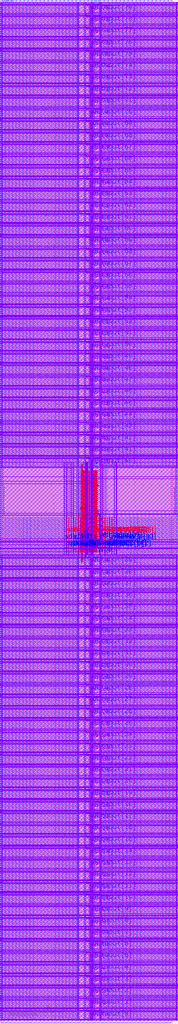
<source format=lef>
VERSION 5.8 ;
BUSBITCHARS "[]" ; 
DIVIDERCHAR "/" ; 


PROPERTYDEFINITIONS 
  MACRO CatenaDesignType STRING ; 
END PROPERTYDEFINITIONS 


MACRO srambank_128x4x80_6t122 
  CLASS BLOCK ; 
  ORIGIN 0 0 ; 
  FOREIGN srambank_128x4x80_6t122 0 0 ; 
  SIZE 64 BY 380.16 ; 
  SYMMETRY X Y ; 
  SITE coreSite ; 
  PIN VDD 
    DIRECTION INOUT ; 
    USE POWER ; 
    PORT 
      LAYER M4 ; 
        RECT 0.376 4.688 65.768 4.88 ; 
        RECT 0.376 9.008 65.768 9.2 ; 
        RECT 0.376 13.328 65.768 13.52 ; 
        RECT 0.376 17.648 65.768 17.84 ; 
        RECT 0.376 21.968 65.768 22.16 ; 
        RECT 0.376 26.288 65.768 26.48 ; 
        RECT 0.376 30.608 65.768 30.8 ; 
        RECT 0.376 34.928 65.768 35.12 ; 
        RECT 0.376 39.248 65.768 39.44 ; 
        RECT 0.376 43.568 65.768 43.76 ; 
        RECT 0.376 47.888 65.768 48.08 ; 
        RECT 0.376 52.208 65.768 52.4 ; 
        RECT 0.376 56.528 65.768 56.72 ; 
        RECT 0.376 60.848 65.768 61.04 ; 
        RECT 0.376 65.168 65.768 65.36 ; 
        RECT 0.376 69.488 65.768 69.68 ; 
        RECT 0.376 73.808 65.768 74 ; 
        RECT 0.376 78.128 65.768 78.32 ; 
        RECT 0.376 82.448 65.768 82.64 ; 
        RECT 0.376 86.768 65.768 86.96 ; 
        RECT 0.376 91.088 65.768 91.28 ; 
        RECT 0.376 95.408 65.768 95.6 ; 
        RECT 0.376 99.728 65.768 99.92 ; 
        RECT 0.376 104.048 65.768 104.24 ; 
        RECT 0.376 108.368 65.768 108.56 ; 
        RECT 0.376 112.688 65.768 112.88 ; 
        RECT 0.376 117.008 65.768 117.2 ; 
        RECT 0.376 121.328 65.768 121.52 ; 
        RECT 0.376 125.648 65.768 125.84 ; 
        RECT 0.376 129.968 65.768 130.16 ; 
        RECT 0.376 134.288 65.768 134.48 ; 
        RECT 0.376 138.608 65.768 138.8 ; 
        RECT 0.376 142.928 65.768 143.12 ; 
        RECT 0.376 147.248 65.768 147.44 ; 
        RECT 0.376 151.568 65.768 151.76 ; 
        RECT 0.376 155.888 65.768 156.08 ; 
        RECT 0.376 160.208 65.768 160.4 ; 
        RECT 0.376 164.528 65.768 164.72 ; 
        RECT 0.376 168.848 65.768 169.04 ; 
        RECT 0.376 173.168 65.768 173.36 ; 
        RECT 14.256 175.092 51.84 175.956 ; 
        RECT 36.788 189.108 37.352 189.204 ; 
        RECT 36.264 173.972 37.316 174.068 ; 
        RECT 29.592 187.764 36.504 188.628 ; 
        RECT 29.592 200.436 36.504 201.3 ; 
        RECT 0.376 209.996 65.768 210.188 ; 
        RECT 0.376 214.316 65.768 214.508 ; 
        RECT 0.376 218.636 65.768 218.828 ; 
        RECT 0.376 222.956 65.768 223.148 ; 
        RECT 0.376 227.276 65.768 227.468 ; 
        RECT 0.376 231.596 65.768 231.788 ; 
        RECT 0.376 235.916 65.768 236.108 ; 
        RECT 0.376 240.236 65.768 240.428 ; 
        RECT 0.376 244.556 65.768 244.748 ; 
        RECT 0.376 248.876 65.768 249.068 ; 
        RECT 0.376 253.196 65.768 253.388 ; 
        RECT 0.376 257.516 65.768 257.708 ; 
        RECT 0.376 261.836 65.768 262.028 ; 
        RECT 0.376 266.156 65.768 266.348 ; 
        RECT 0.376 270.476 65.768 270.668 ; 
        RECT 0.376 274.796 65.768 274.988 ; 
        RECT 0.376 279.116 65.768 279.308 ; 
        RECT 0.376 283.436 65.768 283.628 ; 
        RECT 0.376 287.756 65.768 287.948 ; 
        RECT 0.376 292.076 65.768 292.268 ; 
        RECT 0.376 296.396 65.768 296.588 ; 
        RECT 0.376 300.716 65.768 300.908 ; 
        RECT 0.376 305.036 65.768 305.228 ; 
        RECT 0.376 309.356 65.768 309.548 ; 
        RECT 0.376 313.676 65.768 313.868 ; 
        RECT 0.376 317.996 65.768 318.188 ; 
        RECT 0.376 322.316 65.768 322.508 ; 
        RECT 0.376 326.636 65.768 326.828 ; 
        RECT 0.376 330.956 65.768 331.148 ; 
        RECT 0.376 335.276 65.768 335.468 ; 
        RECT 0.376 339.596 65.768 339.788 ; 
        RECT 0.376 343.916 65.768 344.108 ; 
        RECT 0.376 348.236 65.768 348.428 ; 
        RECT 0.376 352.556 65.768 352.748 ; 
        RECT 0.376 356.876 65.768 357.068 ; 
        RECT 0.376 361.196 65.768 361.388 ; 
        RECT 0.376 365.516 65.768 365.708 ; 
        RECT 0.376 369.836 65.768 370.028 ; 
        RECT 0.376 374.156 65.768 374.348 ; 
        RECT 0.376 378.476 65.768 378.668 ; 
      LAYER M3 ; 
        RECT 65.576 0.866 65.648 5.506 ; 
        RECT 37.136 0.868 37.208 5.504 ; 
        RECT 31.52 1.028 31.88 5.484 ; 
        RECT 28.928 0.868 29 5.504 ; 
        RECT 0.488 0.866 0.56 5.506 ; 
        RECT 65.576 5.186 65.648 9.826 ; 
        RECT 37.136 5.188 37.208 9.824 ; 
        RECT 31.52 5.348 31.88 9.804 ; 
        RECT 28.928 5.188 29 9.824 ; 
        RECT 0.488 5.186 0.56 9.826 ; 
        RECT 65.576 9.506 65.648 14.146 ; 
        RECT 37.136 9.508 37.208 14.144 ; 
        RECT 31.52 9.668 31.88 14.124 ; 
        RECT 28.928 9.508 29 14.144 ; 
        RECT 0.488 9.506 0.56 14.146 ; 
        RECT 65.576 13.826 65.648 18.466 ; 
        RECT 37.136 13.828 37.208 18.464 ; 
        RECT 31.52 13.988 31.88 18.444 ; 
        RECT 28.928 13.828 29 18.464 ; 
        RECT 0.488 13.826 0.56 18.466 ; 
        RECT 65.576 18.146 65.648 22.786 ; 
        RECT 37.136 18.148 37.208 22.784 ; 
        RECT 31.52 18.308 31.88 22.764 ; 
        RECT 28.928 18.148 29 22.784 ; 
        RECT 0.488 18.146 0.56 22.786 ; 
        RECT 65.576 22.466 65.648 27.106 ; 
        RECT 37.136 22.468 37.208 27.104 ; 
        RECT 31.52 22.628 31.88 27.084 ; 
        RECT 28.928 22.468 29 27.104 ; 
        RECT 0.488 22.466 0.56 27.106 ; 
        RECT 65.576 26.786 65.648 31.426 ; 
        RECT 37.136 26.788 37.208 31.424 ; 
        RECT 31.52 26.948 31.88 31.404 ; 
        RECT 28.928 26.788 29 31.424 ; 
        RECT 0.488 26.786 0.56 31.426 ; 
        RECT 65.576 31.106 65.648 35.746 ; 
        RECT 37.136 31.108 37.208 35.744 ; 
        RECT 31.52 31.268 31.88 35.724 ; 
        RECT 28.928 31.108 29 35.744 ; 
        RECT 0.488 31.106 0.56 35.746 ; 
        RECT 65.576 35.426 65.648 40.066 ; 
        RECT 37.136 35.428 37.208 40.064 ; 
        RECT 31.52 35.588 31.88 40.044 ; 
        RECT 28.928 35.428 29 40.064 ; 
        RECT 0.488 35.426 0.56 40.066 ; 
        RECT 65.576 39.746 65.648 44.386 ; 
        RECT 37.136 39.748 37.208 44.384 ; 
        RECT 31.52 39.908 31.88 44.364 ; 
        RECT 28.928 39.748 29 44.384 ; 
        RECT 0.488 39.746 0.56 44.386 ; 
        RECT 65.576 44.066 65.648 48.706 ; 
        RECT 37.136 44.068 37.208 48.704 ; 
        RECT 31.52 44.228 31.88 48.684 ; 
        RECT 28.928 44.068 29 48.704 ; 
        RECT 0.488 44.066 0.56 48.706 ; 
        RECT 65.576 48.386 65.648 53.026 ; 
        RECT 37.136 48.388 37.208 53.024 ; 
        RECT 31.52 48.548 31.88 53.004 ; 
        RECT 28.928 48.388 29 53.024 ; 
        RECT 0.488 48.386 0.56 53.026 ; 
        RECT 65.576 52.706 65.648 57.346 ; 
        RECT 37.136 52.708 37.208 57.344 ; 
        RECT 31.52 52.868 31.88 57.324 ; 
        RECT 28.928 52.708 29 57.344 ; 
        RECT 0.488 52.706 0.56 57.346 ; 
        RECT 65.576 57.026 65.648 61.666 ; 
        RECT 37.136 57.028 37.208 61.664 ; 
        RECT 31.52 57.188 31.88 61.644 ; 
        RECT 28.928 57.028 29 61.664 ; 
        RECT 0.488 57.026 0.56 61.666 ; 
        RECT 65.576 61.346 65.648 65.986 ; 
        RECT 37.136 61.348 37.208 65.984 ; 
        RECT 31.52 61.508 31.88 65.964 ; 
        RECT 28.928 61.348 29 65.984 ; 
        RECT 0.488 61.346 0.56 65.986 ; 
        RECT 65.576 65.666 65.648 70.306 ; 
        RECT 37.136 65.668 37.208 70.304 ; 
        RECT 31.52 65.828 31.88 70.284 ; 
        RECT 28.928 65.668 29 70.304 ; 
        RECT 0.488 65.666 0.56 70.306 ; 
        RECT 65.576 69.986 65.648 74.626 ; 
        RECT 37.136 69.988 37.208 74.624 ; 
        RECT 31.52 70.148 31.88 74.604 ; 
        RECT 28.928 69.988 29 74.624 ; 
        RECT 0.488 69.986 0.56 74.626 ; 
        RECT 65.576 74.306 65.648 78.946 ; 
        RECT 37.136 74.308 37.208 78.944 ; 
        RECT 31.52 74.468 31.88 78.924 ; 
        RECT 28.928 74.308 29 78.944 ; 
        RECT 0.488 74.306 0.56 78.946 ; 
        RECT 65.576 78.626 65.648 83.266 ; 
        RECT 37.136 78.628 37.208 83.264 ; 
        RECT 31.52 78.788 31.88 83.244 ; 
        RECT 28.928 78.628 29 83.264 ; 
        RECT 0.488 78.626 0.56 83.266 ; 
        RECT 65.576 82.946 65.648 87.586 ; 
        RECT 37.136 82.948 37.208 87.584 ; 
        RECT 31.52 83.108 31.88 87.564 ; 
        RECT 28.928 82.948 29 87.584 ; 
        RECT 0.488 82.946 0.56 87.586 ; 
        RECT 65.576 87.266 65.648 91.906 ; 
        RECT 37.136 87.268 37.208 91.904 ; 
        RECT 31.52 87.428 31.88 91.884 ; 
        RECT 28.928 87.268 29 91.904 ; 
        RECT 0.488 87.266 0.56 91.906 ; 
        RECT 65.576 91.586 65.648 96.226 ; 
        RECT 37.136 91.588 37.208 96.224 ; 
        RECT 31.52 91.748 31.88 96.204 ; 
        RECT 28.928 91.588 29 96.224 ; 
        RECT 0.488 91.586 0.56 96.226 ; 
        RECT 65.576 95.906 65.648 100.546 ; 
        RECT 37.136 95.908 37.208 100.544 ; 
        RECT 31.52 96.068 31.88 100.524 ; 
        RECT 28.928 95.908 29 100.544 ; 
        RECT 0.488 95.906 0.56 100.546 ; 
        RECT 65.576 100.226 65.648 104.866 ; 
        RECT 37.136 100.228 37.208 104.864 ; 
        RECT 31.52 100.388 31.88 104.844 ; 
        RECT 28.928 100.228 29 104.864 ; 
        RECT 0.488 100.226 0.56 104.866 ; 
        RECT 65.576 104.546 65.648 109.186 ; 
        RECT 37.136 104.548 37.208 109.184 ; 
        RECT 31.52 104.708 31.88 109.164 ; 
        RECT 28.928 104.548 29 109.184 ; 
        RECT 0.488 104.546 0.56 109.186 ; 
        RECT 65.576 108.866 65.648 113.506 ; 
        RECT 37.136 108.868 37.208 113.504 ; 
        RECT 31.52 109.028 31.88 113.484 ; 
        RECT 28.928 108.868 29 113.504 ; 
        RECT 0.488 108.866 0.56 113.506 ; 
        RECT 65.576 113.186 65.648 117.826 ; 
        RECT 37.136 113.188 37.208 117.824 ; 
        RECT 31.52 113.348 31.88 117.804 ; 
        RECT 28.928 113.188 29 117.824 ; 
        RECT 0.488 113.186 0.56 117.826 ; 
        RECT 65.576 117.506 65.648 122.146 ; 
        RECT 37.136 117.508 37.208 122.144 ; 
        RECT 31.52 117.668 31.88 122.124 ; 
        RECT 28.928 117.508 29 122.144 ; 
        RECT 0.488 117.506 0.56 122.146 ; 
        RECT 65.576 121.826 65.648 126.466 ; 
        RECT 37.136 121.828 37.208 126.464 ; 
        RECT 31.52 121.988 31.88 126.444 ; 
        RECT 28.928 121.828 29 126.464 ; 
        RECT 0.488 121.826 0.56 126.466 ; 
        RECT 65.576 126.146 65.648 130.786 ; 
        RECT 37.136 126.148 37.208 130.784 ; 
        RECT 31.52 126.308 31.88 130.764 ; 
        RECT 28.928 126.148 29 130.784 ; 
        RECT 0.488 126.146 0.56 130.786 ; 
        RECT 65.576 130.466 65.648 135.106 ; 
        RECT 37.136 130.468 37.208 135.104 ; 
        RECT 31.52 130.628 31.88 135.084 ; 
        RECT 28.928 130.468 29 135.104 ; 
        RECT 0.488 130.466 0.56 135.106 ; 
        RECT 65.576 134.786 65.648 139.426 ; 
        RECT 37.136 134.788 37.208 139.424 ; 
        RECT 31.52 134.948 31.88 139.404 ; 
        RECT 28.928 134.788 29 139.424 ; 
        RECT 0.488 134.786 0.56 139.426 ; 
        RECT 65.576 139.106 65.648 143.746 ; 
        RECT 37.136 139.108 37.208 143.744 ; 
        RECT 31.52 139.268 31.88 143.724 ; 
        RECT 28.928 139.108 29 143.744 ; 
        RECT 0.488 139.106 0.56 143.746 ; 
        RECT 65.576 143.426 65.648 148.066 ; 
        RECT 37.136 143.428 37.208 148.064 ; 
        RECT 31.52 143.588 31.88 148.044 ; 
        RECT 28.928 143.428 29 148.064 ; 
        RECT 0.488 143.426 0.56 148.066 ; 
        RECT 65.576 147.746 65.648 152.386 ; 
        RECT 37.136 147.748 37.208 152.384 ; 
        RECT 31.52 147.908 31.88 152.364 ; 
        RECT 28.928 147.748 29 152.384 ; 
        RECT 0.488 147.746 0.56 152.386 ; 
        RECT 65.576 152.066 65.648 156.706 ; 
        RECT 37.136 152.068 37.208 156.704 ; 
        RECT 31.52 152.228 31.88 156.684 ; 
        RECT 28.928 152.068 29 156.704 ; 
        RECT 0.488 152.066 0.56 156.706 ; 
        RECT 65.576 156.386 65.648 161.026 ; 
        RECT 37.136 156.388 37.208 161.024 ; 
        RECT 31.52 156.548 31.88 161.004 ; 
        RECT 28.928 156.388 29 161.024 ; 
        RECT 0.488 156.386 0.56 161.026 ; 
        RECT 65.576 160.706 65.648 165.346 ; 
        RECT 37.136 160.708 37.208 165.344 ; 
        RECT 31.52 160.868 31.88 165.324 ; 
        RECT 28.928 160.708 29 165.344 ; 
        RECT 0.488 160.706 0.56 165.346 ; 
        RECT 65.576 165.026 65.648 169.666 ; 
        RECT 37.136 165.028 37.208 169.664 ; 
        RECT 31.52 165.188 31.88 169.644 ; 
        RECT 28.928 165.028 29 169.664 ; 
        RECT 0.488 165.026 0.56 169.666 ; 
        RECT 65.576 169.346 65.648 173.986 ; 
        RECT 37.136 169.348 37.208 173.984 ; 
        RECT 31.52 169.508 31.88 173.964 ; 
        RECT 28.928 169.348 29 173.984 ; 
        RECT 0.488 169.346 0.56 173.986 ; 
        RECT 65.556 173.642 65.628 206.47 ; 
        RECT 37.188 188.92 37.26 206.314 ; 
        RECT 37.116 173.774 37.188 174.326 ; 
        RECT 31.644 174.936 32.58 205.268 ; 
        RECT 31.5 204.936 31.86 206.44 ; 
        RECT 31.5 173.8 31.86 175.304 ; 
        RECT 0.468 173.642 0.54 206.47 ; 
        RECT 65.576 206.174 65.648 210.814 ; 
        RECT 37.136 206.176 37.208 210.812 ; 
        RECT 31.52 206.336 31.88 210.792 ; 
        RECT 28.928 206.176 29 210.812 ; 
        RECT 0.488 206.174 0.56 210.814 ; 
        RECT 65.576 210.494 65.648 215.134 ; 
        RECT 37.136 210.496 37.208 215.132 ; 
        RECT 31.52 210.656 31.88 215.112 ; 
        RECT 28.928 210.496 29 215.132 ; 
        RECT 0.488 210.494 0.56 215.134 ; 
        RECT 65.576 214.814 65.648 219.454 ; 
        RECT 37.136 214.816 37.208 219.452 ; 
        RECT 31.52 214.976 31.88 219.432 ; 
        RECT 28.928 214.816 29 219.452 ; 
        RECT 0.488 214.814 0.56 219.454 ; 
        RECT 65.576 219.134 65.648 223.774 ; 
        RECT 37.136 219.136 37.208 223.772 ; 
        RECT 31.52 219.296 31.88 223.752 ; 
        RECT 28.928 219.136 29 223.772 ; 
        RECT 0.488 219.134 0.56 223.774 ; 
        RECT 65.576 223.454 65.648 228.094 ; 
        RECT 37.136 223.456 37.208 228.092 ; 
        RECT 31.52 223.616 31.88 228.072 ; 
        RECT 28.928 223.456 29 228.092 ; 
        RECT 0.488 223.454 0.56 228.094 ; 
        RECT 65.576 227.774 65.648 232.414 ; 
        RECT 37.136 227.776 37.208 232.412 ; 
        RECT 31.52 227.936 31.88 232.392 ; 
        RECT 28.928 227.776 29 232.412 ; 
        RECT 0.488 227.774 0.56 232.414 ; 
        RECT 65.576 232.094 65.648 236.734 ; 
        RECT 37.136 232.096 37.208 236.732 ; 
        RECT 31.52 232.256 31.88 236.712 ; 
        RECT 28.928 232.096 29 236.732 ; 
        RECT 0.488 232.094 0.56 236.734 ; 
        RECT 65.576 236.414 65.648 241.054 ; 
        RECT 37.136 236.416 37.208 241.052 ; 
        RECT 31.52 236.576 31.88 241.032 ; 
        RECT 28.928 236.416 29 241.052 ; 
        RECT 0.488 236.414 0.56 241.054 ; 
        RECT 65.576 240.734 65.648 245.374 ; 
        RECT 37.136 240.736 37.208 245.372 ; 
        RECT 31.52 240.896 31.88 245.352 ; 
        RECT 28.928 240.736 29 245.372 ; 
        RECT 0.488 240.734 0.56 245.374 ; 
        RECT 65.576 245.054 65.648 249.694 ; 
        RECT 37.136 245.056 37.208 249.692 ; 
        RECT 31.52 245.216 31.88 249.672 ; 
        RECT 28.928 245.056 29 249.692 ; 
        RECT 0.488 245.054 0.56 249.694 ; 
        RECT 65.576 249.374 65.648 254.014 ; 
        RECT 37.136 249.376 37.208 254.012 ; 
        RECT 31.52 249.536 31.88 253.992 ; 
        RECT 28.928 249.376 29 254.012 ; 
        RECT 0.488 249.374 0.56 254.014 ; 
        RECT 65.576 253.694 65.648 258.334 ; 
        RECT 37.136 253.696 37.208 258.332 ; 
        RECT 31.52 253.856 31.88 258.312 ; 
        RECT 28.928 253.696 29 258.332 ; 
        RECT 0.488 253.694 0.56 258.334 ; 
        RECT 65.576 258.014 65.648 262.654 ; 
        RECT 37.136 258.016 37.208 262.652 ; 
        RECT 31.52 258.176 31.88 262.632 ; 
        RECT 28.928 258.016 29 262.652 ; 
        RECT 0.488 258.014 0.56 262.654 ; 
        RECT 65.576 262.334 65.648 266.974 ; 
        RECT 37.136 262.336 37.208 266.972 ; 
        RECT 31.52 262.496 31.88 266.952 ; 
        RECT 28.928 262.336 29 266.972 ; 
        RECT 0.488 262.334 0.56 266.974 ; 
        RECT 65.576 266.654 65.648 271.294 ; 
        RECT 37.136 266.656 37.208 271.292 ; 
        RECT 31.52 266.816 31.88 271.272 ; 
        RECT 28.928 266.656 29 271.292 ; 
        RECT 0.488 266.654 0.56 271.294 ; 
        RECT 65.576 270.974 65.648 275.614 ; 
        RECT 37.136 270.976 37.208 275.612 ; 
        RECT 31.52 271.136 31.88 275.592 ; 
        RECT 28.928 270.976 29 275.612 ; 
        RECT 0.488 270.974 0.56 275.614 ; 
        RECT 65.576 275.294 65.648 279.934 ; 
        RECT 37.136 275.296 37.208 279.932 ; 
        RECT 31.52 275.456 31.88 279.912 ; 
        RECT 28.928 275.296 29 279.932 ; 
        RECT 0.488 275.294 0.56 279.934 ; 
        RECT 65.576 279.614 65.648 284.254 ; 
        RECT 37.136 279.616 37.208 284.252 ; 
        RECT 31.52 279.776 31.88 284.232 ; 
        RECT 28.928 279.616 29 284.252 ; 
        RECT 0.488 279.614 0.56 284.254 ; 
        RECT 65.576 283.934 65.648 288.574 ; 
        RECT 37.136 283.936 37.208 288.572 ; 
        RECT 31.52 284.096 31.88 288.552 ; 
        RECT 28.928 283.936 29 288.572 ; 
        RECT 0.488 283.934 0.56 288.574 ; 
        RECT 65.576 288.254 65.648 292.894 ; 
        RECT 37.136 288.256 37.208 292.892 ; 
        RECT 31.52 288.416 31.88 292.872 ; 
        RECT 28.928 288.256 29 292.892 ; 
        RECT 0.488 288.254 0.56 292.894 ; 
        RECT 65.576 292.574 65.648 297.214 ; 
        RECT 37.136 292.576 37.208 297.212 ; 
        RECT 31.52 292.736 31.88 297.192 ; 
        RECT 28.928 292.576 29 297.212 ; 
        RECT 0.488 292.574 0.56 297.214 ; 
        RECT 65.576 296.894 65.648 301.534 ; 
        RECT 37.136 296.896 37.208 301.532 ; 
        RECT 31.52 297.056 31.88 301.512 ; 
        RECT 28.928 296.896 29 301.532 ; 
        RECT 0.488 296.894 0.56 301.534 ; 
        RECT 65.576 301.214 65.648 305.854 ; 
        RECT 37.136 301.216 37.208 305.852 ; 
        RECT 31.52 301.376 31.88 305.832 ; 
        RECT 28.928 301.216 29 305.852 ; 
        RECT 0.488 301.214 0.56 305.854 ; 
        RECT 65.576 305.534 65.648 310.174 ; 
        RECT 37.136 305.536 37.208 310.172 ; 
        RECT 31.52 305.696 31.88 310.152 ; 
        RECT 28.928 305.536 29 310.172 ; 
        RECT 0.488 305.534 0.56 310.174 ; 
        RECT 65.576 309.854 65.648 314.494 ; 
        RECT 37.136 309.856 37.208 314.492 ; 
        RECT 31.52 310.016 31.88 314.472 ; 
        RECT 28.928 309.856 29 314.492 ; 
        RECT 0.488 309.854 0.56 314.494 ; 
        RECT 65.576 314.174 65.648 318.814 ; 
        RECT 37.136 314.176 37.208 318.812 ; 
        RECT 31.52 314.336 31.88 318.792 ; 
        RECT 28.928 314.176 29 318.812 ; 
        RECT 0.488 314.174 0.56 318.814 ; 
        RECT 65.576 318.494 65.648 323.134 ; 
        RECT 37.136 318.496 37.208 323.132 ; 
        RECT 31.52 318.656 31.88 323.112 ; 
        RECT 28.928 318.496 29 323.132 ; 
        RECT 0.488 318.494 0.56 323.134 ; 
        RECT 65.576 322.814 65.648 327.454 ; 
        RECT 37.136 322.816 37.208 327.452 ; 
        RECT 31.52 322.976 31.88 327.432 ; 
        RECT 28.928 322.816 29 327.452 ; 
        RECT 0.488 322.814 0.56 327.454 ; 
        RECT 65.576 327.134 65.648 331.774 ; 
        RECT 37.136 327.136 37.208 331.772 ; 
        RECT 31.52 327.296 31.88 331.752 ; 
        RECT 28.928 327.136 29 331.772 ; 
        RECT 0.488 327.134 0.56 331.774 ; 
        RECT 65.576 331.454 65.648 336.094 ; 
        RECT 37.136 331.456 37.208 336.092 ; 
        RECT 31.52 331.616 31.88 336.072 ; 
        RECT 28.928 331.456 29 336.092 ; 
        RECT 0.488 331.454 0.56 336.094 ; 
        RECT 65.576 335.774 65.648 340.414 ; 
        RECT 37.136 335.776 37.208 340.412 ; 
        RECT 31.52 335.936 31.88 340.392 ; 
        RECT 28.928 335.776 29 340.412 ; 
        RECT 0.488 335.774 0.56 340.414 ; 
        RECT 65.576 340.094 65.648 344.734 ; 
        RECT 37.136 340.096 37.208 344.732 ; 
        RECT 31.52 340.256 31.88 344.712 ; 
        RECT 28.928 340.096 29 344.732 ; 
        RECT 0.488 340.094 0.56 344.734 ; 
        RECT 65.576 344.414 65.648 349.054 ; 
        RECT 37.136 344.416 37.208 349.052 ; 
        RECT 31.52 344.576 31.88 349.032 ; 
        RECT 28.928 344.416 29 349.052 ; 
        RECT 0.488 344.414 0.56 349.054 ; 
        RECT 65.576 348.734 65.648 353.374 ; 
        RECT 37.136 348.736 37.208 353.372 ; 
        RECT 31.52 348.896 31.88 353.352 ; 
        RECT 28.928 348.736 29 353.372 ; 
        RECT 0.488 348.734 0.56 353.374 ; 
        RECT 65.576 353.054 65.648 357.694 ; 
        RECT 37.136 353.056 37.208 357.692 ; 
        RECT 31.52 353.216 31.88 357.672 ; 
        RECT 28.928 353.056 29 357.692 ; 
        RECT 0.488 353.054 0.56 357.694 ; 
        RECT 65.576 357.374 65.648 362.014 ; 
        RECT 37.136 357.376 37.208 362.012 ; 
        RECT 31.52 357.536 31.88 361.992 ; 
        RECT 28.928 357.376 29 362.012 ; 
        RECT 0.488 357.374 0.56 362.014 ; 
        RECT 65.576 361.694 65.648 366.334 ; 
        RECT 37.136 361.696 37.208 366.332 ; 
        RECT 31.52 361.856 31.88 366.312 ; 
        RECT 28.928 361.696 29 366.332 ; 
        RECT 0.488 361.694 0.56 366.334 ; 
        RECT 65.576 366.014 65.648 370.654 ; 
        RECT 37.136 366.016 37.208 370.652 ; 
        RECT 31.52 366.176 31.88 370.632 ; 
        RECT 28.928 366.016 29 370.652 ; 
        RECT 0.488 366.014 0.56 370.654 ; 
        RECT 65.576 370.334 65.648 374.974 ; 
        RECT 37.136 370.336 37.208 374.972 ; 
        RECT 31.52 370.496 31.88 374.952 ; 
        RECT 28.928 370.336 29 374.972 ; 
        RECT 0.488 370.334 0.56 374.974 ; 
        RECT 65.576 374.654 65.648 379.294 ; 
        RECT 37.136 374.656 37.208 379.292 ; 
        RECT 31.52 374.816 31.88 379.272 ; 
        RECT 28.928 374.656 29 379.292 ; 
        RECT 0.488 374.654 0.56 379.294 ; 
      LAYER V3 ; 
        RECT 0.488 4.688 0.56 4.88 ; 
        RECT 28.928 4.688 29 4.88 ; 
        RECT 31.52 4.688 31.88 4.88 ; 
        RECT 37.136 4.688 37.208 4.88 ; 
        RECT 65.576 4.688 65.648 4.88 ; 
        RECT 0.488 9.008 0.56 9.2 ; 
        RECT 28.928 9.008 29 9.2 ; 
        RECT 31.52 9.008 31.88 9.2 ; 
        RECT 37.136 9.008 37.208 9.2 ; 
        RECT 65.576 9.008 65.648 9.2 ; 
        RECT 0.488 13.328 0.56 13.52 ; 
        RECT 28.928 13.328 29 13.52 ; 
        RECT 31.52 13.328 31.88 13.52 ; 
        RECT 37.136 13.328 37.208 13.52 ; 
        RECT 65.576 13.328 65.648 13.52 ; 
        RECT 0.488 17.648 0.56 17.84 ; 
        RECT 28.928 17.648 29 17.84 ; 
        RECT 31.52 17.648 31.88 17.84 ; 
        RECT 37.136 17.648 37.208 17.84 ; 
        RECT 65.576 17.648 65.648 17.84 ; 
        RECT 0.488 21.968 0.56 22.16 ; 
        RECT 28.928 21.968 29 22.16 ; 
        RECT 31.52 21.968 31.88 22.16 ; 
        RECT 37.136 21.968 37.208 22.16 ; 
        RECT 65.576 21.968 65.648 22.16 ; 
        RECT 0.488 26.288 0.56 26.48 ; 
        RECT 28.928 26.288 29 26.48 ; 
        RECT 31.52 26.288 31.88 26.48 ; 
        RECT 37.136 26.288 37.208 26.48 ; 
        RECT 65.576 26.288 65.648 26.48 ; 
        RECT 0.488 30.608 0.56 30.8 ; 
        RECT 28.928 30.608 29 30.8 ; 
        RECT 31.52 30.608 31.88 30.8 ; 
        RECT 37.136 30.608 37.208 30.8 ; 
        RECT 65.576 30.608 65.648 30.8 ; 
        RECT 0.488 34.928 0.56 35.12 ; 
        RECT 28.928 34.928 29 35.12 ; 
        RECT 31.52 34.928 31.88 35.12 ; 
        RECT 37.136 34.928 37.208 35.12 ; 
        RECT 65.576 34.928 65.648 35.12 ; 
        RECT 0.488 39.248 0.56 39.44 ; 
        RECT 28.928 39.248 29 39.44 ; 
        RECT 31.52 39.248 31.88 39.44 ; 
        RECT 37.136 39.248 37.208 39.44 ; 
        RECT 65.576 39.248 65.648 39.44 ; 
        RECT 0.488 43.568 0.56 43.76 ; 
        RECT 28.928 43.568 29 43.76 ; 
        RECT 31.52 43.568 31.88 43.76 ; 
        RECT 37.136 43.568 37.208 43.76 ; 
        RECT 65.576 43.568 65.648 43.76 ; 
        RECT 0.488 47.888 0.56 48.08 ; 
        RECT 28.928 47.888 29 48.08 ; 
        RECT 31.52 47.888 31.88 48.08 ; 
        RECT 37.136 47.888 37.208 48.08 ; 
        RECT 65.576 47.888 65.648 48.08 ; 
        RECT 0.488 52.208 0.56 52.4 ; 
        RECT 28.928 52.208 29 52.4 ; 
        RECT 31.52 52.208 31.88 52.4 ; 
        RECT 37.136 52.208 37.208 52.4 ; 
        RECT 65.576 52.208 65.648 52.4 ; 
        RECT 0.488 56.528 0.56 56.72 ; 
        RECT 28.928 56.528 29 56.72 ; 
        RECT 31.52 56.528 31.88 56.72 ; 
        RECT 37.136 56.528 37.208 56.72 ; 
        RECT 65.576 56.528 65.648 56.72 ; 
        RECT 0.488 60.848 0.56 61.04 ; 
        RECT 28.928 60.848 29 61.04 ; 
        RECT 31.52 60.848 31.88 61.04 ; 
        RECT 37.136 60.848 37.208 61.04 ; 
        RECT 65.576 60.848 65.648 61.04 ; 
        RECT 0.488 65.168 0.56 65.36 ; 
        RECT 28.928 65.168 29 65.36 ; 
        RECT 31.52 65.168 31.88 65.36 ; 
        RECT 37.136 65.168 37.208 65.36 ; 
        RECT 65.576 65.168 65.648 65.36 ; 
        RECT 0.488 69.488 0.56 69.68 ; 
        RECT 28.928 69.488 29 69.68 ; 
        RECT 31.52 69.488 31.88 69.68 ; 
        RECT 37.136 69.488 37.208 69.68 ; 
        RECT 65.576 69.488 65.648 69.68 ; 
        RECT 0.488 73.808 0.56 74 ; 
        RECT 28.928 73.808 29 74 ; 
        RECT 31.52 73.808 31.88 74 ; 
        RECT 37.136 73.808 37.208 74 ; 
        RECT 65.576 73.808 65.648 74 ; 
        RECT 0.488 78.128 0.56 78.32 ; 
        RECT 28.928 78.128 29 78.32 ; 
        RECT 31.52 78.128 31.88 78.32 ; 
        RECT 37.136 78.128 37.208 78.32 ; 
        RECT 65.576 78.128 65.648 78.32 ; 
        RECT 0.488 82.448 0.56 82.64 ; 
        RECT 28.928 82.448 29 82.64 ; 
        RECT 31.52 82.448 31.88 82.64 ; 
        RECT 37.136 82.448 37.208 82.64 ; 
        RECT 65.576 82.448 65.648 82.64 ; 
        RECT 0.488 86.768 0.56 86.96 ; 
        RECT 28.928 86.768 29 86.96 ; 
        RECT 31.52 86.768 31.88 86.96 ; 
        RECT 37.136 86.768 37.208 86.96 ; 
        RECT 65.576 86.768 65.648 86.96 ; 
        RECT 0.488 91.088 0.56 91.28 ; 
        RECT 28.928 91.088 29 91.28 ; 
        RECT 31.52 91.088 31.88 91.28 ; 
        RECT 37.136 91.088 37.208 91.28 ; 
        RECT 65.576 91.088 65.648 91.28 ; 
        RECT 0.488 95.408 0.56 95.6 ; 
        RECT 28.928 95.408 29 95.6 ; 
        RECT 31.52 95.408 31.88 95.6 ; 
        RECT 37.136 95.408 37.208 95.6 ; 
        RECT 65.576 95.408 65.648 95.6 ; 
        RECT 0.488 99.728 0.56 99.92 ; 
        RECT 28.928 99.728 29 99.92 ; 
        RECT 31.52 99.728 31.88 99.92 ; 
        RECT 37.136 99.728 37.208 99.92 ; 
        RECT 65.576 99.728 65.648 99.92 ; 
        RECT 0.488 104.048 0.56 104.24 ; 
        RECT 28.928 104.048 29 104.24 ; 
        RECT 31.52 104.048 31.88 104.24 ; 
        RECT 37.136 104.048 37.208 104.24 ; 
        RECT 65.576 104.048 65.648 104.24 ; 
        RECT 0.488 108.368 0.56 108.56 ; 
        RECT 28.928 108.368 29 108.56 ; 
        RECT 31.52 108.368 31.88 108.56 ; 
        RECT 37.136 108.368 37.208 108.56 ; 
        RECT 65.576 108.368 65.648 108.56 ; 
        RECT 0.488 112.688 0.56 112.88 ; 
        RECT 28.928 112.688 29 112.88 ; 
        RECT 31.52 112.688 31.88 112.88 ; 
        RECT 37.136 112.688 37.208 112.88 ; 
        RECT 65.576 112.688 65.648 112.88 ; 
        RECT 0.488 117.008 0.56 117.2 ; 
        RECT 28.928 117.008 29 117.2 ; 
        RECT 31.52 117.008 31.88 117.2 ; 
        RECT 37.136 117.008 37.208 117.2 ; 
        RECT 65.576 117.008 65.648 117.2 ; 
        RECT 0.488 121.328 0.56 121.52 ; 
        RECT 28.928 121.328 29 121.52 ; 
        RECT 31.52 121.328 31.88 121.52 ; 
        RECT 37.136 121.328 37.208 121.52 ; 
        RECT 65.576 121.328 65.648 121.52 ; 
        RECT 0.488 125.648 0.56 125.84 ; 
        RECT 28.928 125.648 29 125.84 ; 
        RECT 31.52 125.648 31.88 125.84 ; 
        RECT 37.136 125.648 37.208 125.84 ; 
        RECT 65.576 125.648 65.648 125.84 ; 
        RECT 0.488 129.968 0.56 130.16 ; 
        RECT 28.928 129.968 29 130.16 ; 
        RECT 31.52 129.968 31.88 130.16 ; 
        RECT 37.136 129.968 37.208 130.16 ; 
        RECT 65.576 129.968 65.648 130.16 ; 
        RECT 0.488 134.288 0.56 134.48 ; 
        RECT 28.928 134.288 29 134.48 ; 
        RECT 31.52 134.288 31.88 134.48 ; 
        RECT 37.136 134.288 37.208 134.48 ; 
        RECT 65.576 134.288 65.648 134.48 ; 
        RECT 0.488 138.608 0.56 138.8 ; 
        RECT 28.928 138.608 29 138.8 ; 
        RECT 31.52 138.608 31.88 138.8 ; 
        RECT 37.136 138.608 37.208 138.8 ; 
        RECT 65.576 138.608 65.648 138.8 ; 
        RECT 0.488 142.928 0.56 143.12 ; 
        RECT 28.928 142.928 29 143.12 ; 
        RECT 31.52 142.928 31.88 143.12 ; 
        RECT 37.136 142.928 37.208 143.12 ; 
        RECT 65.576 142.928 65.648 143.12 ; 
        RECT 0.488 147.248 0.56 147.44 ; 
        RECT 28.928 147.248 29 147.44 ; 
        RECT 31.52 147.248 31.88 147.44 ; 
        RECT 37.136 147.248 37.208 147.44 ; 
        RECT 65.576 147.248 65.648 147.44 ; 
        RECT 0.488 151.568 0.56 151.76 ; 
        RECT 28.928 151.568 29 151.76 ; 
        RECT 31.52 151.568 31.88 151.76 ; 
        RECT 37.136 151.568 37.208 151.76 ; 
        RECT 65.576 151.568 65.648 151.76 ; 
        RECT 0.488 155.888 0.56 156.08 ; 
        RECT 28.928 155.888 29 156.08 ; 
        RECT 31.52 155.888 31.88 156.08 ; 
        RECT 37.136 155.888 37.208 156.08 ; 
        RECT 65.576 155.888 65.648 156.08 ; 
        RECT 0.488 160.208 0.56 160.4 ; 
        RECT 28.928 160.208 29 160.4 ; 
        RECT 31.52 160.208 31.88 160.4 ; 
        RECT 37.136 160.208 37.208 160.4 ; 
        RECT 65.576 160.208 65.648 160.4 ; 
        RECT 0.488 164.528 0.56 164.72 ; 
        RECT 28.928 164.528 29 164.72 ; 
        RECT 31.52 164.528 31.88 164.72 ; 
        RECT 37.136 164.528 37.208 164.72 ; 
        RECT 65.576 164.528 65.648 164.72 ; 
        RECT 0.488 168.848 0.56 169.04 ; 
        RECT 28.928 168.848 29 169.04 ; 
        RECT 31.52 168.848 31.88 169.04 ; 
        RECT 37.136 168.848 37.208 169.04 ; 
        RECT 65.576 168.848 65.648 169.04 ; 
        RECT 0.488 173.168 0.56 173.36 ; 
        RECT 28.928 173.168 29 173.36 ; 
        RECT 31.52 173.168 31.88 173.36 ; 
        RECT 37.136 173.168 37.208 173.36 ; 
        RECT 65.576 173.168 65.648 173.36 ; 
        RECT 31.66 200.436 31.732 201.3 ; 
        RECT 31.66 187.764 31.732 188.628 ; 
        RECT 31.66 175.092 31.732 175.956 ; 
        RECT 31.868 200.436 31.94 201.3 ; 
        RECT 31.868 187.764 31.94 188.628 ; 
        RECT 31.868 175.092 31.94 175.956 ; 
        RECT 32.076 200.436 32.148 201.3 ; 
        RECT 32.076 187.764 32.148 188.628 ; 
        RECT 32.076 175.092 32.148 175.956 ; 
        RECT 32.284 200.436 32.356 201.3 ; 
        RECT 32.284 187.764 32.356 188.628 ; 
        RECT 32.284 175.092 32.356 175.956 ; 
        RECT 32.492 200.436 32.564 201.3 ; 
        RECT 32.492 187.764 32.564 188.628 ; 
        RECT 32.492 175.092 32.564 175.956 ; 
        RECT 37.116 173.972 37.188 174.068 ; 
        RECT 37.188 189.108 37.26 189.204 ; 
        RECT 0.488 209.996 0.56 210.188 ; 
        RECT 28.928 209.996 29 210.188 ; 
        RECT 31.52 209.996 31.88 210.188 ; 
        RECT 37.136 209.996 37.208 210.188 ; 
        RECT 65.576 209.996 65.648 210.188 ; 
        RECT 0.488 214.316 0.56 214.508 ; 
        RECT 28.928 214.316 29 214.508 ; 
        RECT 31.52 214.316 31.88 214.508 ; 
        RECT 37.136 214.316 37.208 214.508 ; 
        RECT 65.576 214.316 65.648 214.508 ; 
        RECT 0.488 218.636 0.56 218.828 ; 
        RECT 28.928 218.636 29 218.828 ; 
        RECT 31.52 218.636 31.88 218.828 ; 
        RECT 37.136 218.636 37.208 218.828 ; 
        RECT 65.576 218.636 65.648 218.828 ; 
        RECT 0.488 222.956 0.56 223.148 ; 
        RECT 28.928 222.956 29 223.148 ; 
        RECT 31.52 222.956 31.88 223.148 ; 
        RECT 37.136 222.956 37.208 223.148 ; 
        RECT 65.576 222.956 65.648 223.148 ; 
        RECT 0.488 227.276 0.56 227.468 ; 
        RECT 28.928 227.276 29 227.468 ; 
        RECT 31.52 227.276 31.88 227.468 ; 
        RECT 37.136 227.276 37.208 227.468 ; 
        RECT 65.576 227.276 65.648 227.468 ; 
        RECT 0.488 231.596 0.56 231.788 ; 
        RECT 28.928 231.596 29 231.788 ; 
        RECT 31.52 231.596 31.88 231.788 ; 
        RECT 37.136 231.596 37.208 231.788 ; 
        RECT 65.576 231.596 65.648 231.788 ; 
        RECT 0.488 235.916 0.56 236.108 ; 
        RECT 28.928 235.916 29 236.108 ; 
        RECT 31.52 235.916 31.88 236.108 ; 
        RECT 37.136 235.916 37.208 236.108 ; 
        RECT 65.576 235.916 65.648 236.108 ; 
        RECT 0.488 240.236 0.56 240.428 ; 
        RECT 28.928 240.236 29 240.428 ; 
        RECT 31.52 240.236 31.88 240.428 ; 
        RECT 37.136 240.236 37.208 240.428 ; 
        RECT 65.576 240.236 65.648 240.428 ; 
        RECT 0.488 244.556 0.56 244.748 ; 
        RECT 28.928 244.556 29 244.748 ; 
        RECT 31.52 244.556 31.88 244.748 ; 
        RECT 37.136 244.556 37.208 244.748 ; 
        RECT 65.576 244.556 65.648 244.748 ; 
        RECT 0.488 248.876 0.56 249.068 ; 
        RECT 28.928 248.876 29 249.068 ; 
        RECT 31.52 248.876 31.88 249.068 ; 
        RECT 37.136 248.876 37.208 249.068 ; 
        RECT 65.576 248.876 65.648 249.068 ; 
        RECT 0.488 253.196 0.56 253.388 ; 
        RECT 28.928 253.196 29 253.388 ; 
        RECT 31.52 253.196 31.88 253.388 ; 
        RECT 37.136 253.196 37.208 253.388 ; 
        RECT 65.576 253.196 65.648 253.388 ; 
        RECT 0.488 257.516 0.56 257.708 ; 
        RECT 28.928 257.516 29 257.708 ; 
        RECT 31.52 257.516 31.88 257.708 ; 
        RECT 37.136 257.516 37.208 257.708 ; 
        RECT 65.576 257.516 65.648 257.708 ; 
        RECT 0.488 261.836 0.56 262.028 ; 
        RECT 28.928 261.836 29 262.028 ; 
        RECT 31.52 261.836 31.88 262.028 ; 
        RECT 37.136 261.836 37.208 262.028 ; 
        RECT 65.576 261.836 65.648 262.028 ; 
        RECT 0.488 266.156 0.56 266.348 ; 
        RECT 28.928 266.156 29 266.348 ; 
        RECT 31.52 266.156 31.88 266.348 ; 
        RECT 37.136 266.156 37.208 266.348 ; 
        RECT 65.576 266.156 65.648 266.348 ; 
        RECT 0.488 270.476 0.56 270.668 ; 
        RECT 28.928 270.476 29 270.668 ; 
        RECT 31.52 270.476 31.88 270.668 ; 
        RECT 37.136 270.476 37.208 270.668 ; 
        RECT 65.576 270.476 65.648 270.668 ; 
        RECT 0.488 274.796 0.56 274.988 ; 
        RECT 28.928 274.796 29 274.988 ; 
        RECT 31.52 274.796 31.88 274.988 ; 
        RECT 37.136 274.796 37.208 274.988 ; 
        RECT 65.576 274.796 65.648 274.988 ; 
        RECT 0.488 279.116 0.56 279.308 ; 
        RECT 28.928 279.116 29 279.308 ; 
        RECT 31.52 279.116 31.88 279.308 ; 
        RECT 37.136 279.116 37.208 279.308 ; 
        RECT 65.576 279.116 65.648 279.308 ; 
        RECT 0.488 283.436 0.56 283.628 ; 
        RECT 28.928 283.436 29 283.628 ; 
        RECT 31.52 283.436 31.88 283.628 ; 
        RECT 37.136 283.436 37.208 283.628 ; 
        RECT 65.576 283.436 65.648 283.628 ; 
        RECT 0.488 287.756 0.56 287.948 ; 
        RECT 28.928 287.756 29 287.948 ; 
        RECT 31.52 287.756 31.88 287.948 ; 
        RECT 37.136 287.756 37.208 287.948 ; 
        RECT 65.576 287.756 65.648 287.948 ; 
        RECT 0.488 292.076 0.56 292.268 ; 
        RECT 28.928 292.076 29 292.268 ; 
        RECT 31.52 292.076 31.88 292.268 ; 
        RECT 37.136 292.076 37.208 292.268 ; 
        RECT 65.576 292.076 65.648 292.268 ; 
        RECT 0.488 296.396 0.56 296.588 ; 
        RECT 28.928 296.396 29 296.588 ; 
        RECT 31.52 296.396 31.88 296.588 ; 
        RECT 37.136 296.396 37.208 296.588 ; 
        RECT 65.576 296.396 65.648 296.588 ; 
        RECT 0.488 300.716 0.56 300.908 ; 
        RECT 28.928 300.716 29 300.908 ; 
        RECT 31.52 300.716 31.88 300.908 ; 
        RECT 37.136 300.716 37.208 300.908 ; 
        RECT 65.576 300.716 65.648 300.908 ; 
        RECT 0.488 305.036 0.56 305.228 ; 
        RECT 28.928 305.036 29 305.228 ; 
        RECT 31.52 305.036 31.88 305.228 ; 
        RECT 37.136 305.036 37.208 305.228 ; 
        RECT 65.576 305.036 65.648 305.228 ; 
        RECT 0.488 309.356 0.56 309.548 ; 
        RECT 28.928 309.356 29 309.548 ; 
        RECT 31.52 309.356 31.88 309.548 ; 
        RECT 37.136 309.356 37.208 309.548 ; 
        RECT 65.576 309.356 65.648 309.548 ; 
        RECT 0.488 313.676 0.56 313.868 ; 
        RECT 28.928 313.676 29 313.868 ; 
        RECT 31.52 313.676 31.88 313.868 ; 
        RECT 37.136 313.676 37.208 313.868 ; 
        RECT 65.576 313.676 65.648 313.868 ; 
        RECT 0.488 317.996 0.56 318.188 ; 
        RECT 28.928 317.996 29 318.188 ; 
        RECT 31.52 317.996 31.88 318.188 ; 
        RECT 37.136 317.996 37.208 318.188 ; 
        RECT 65.576 317.996 65.648 318.188 ; 
        RECT 0.488 322.316 0.56 322.508 ; 
        RECT 28.928 322.316 29 322.508 ; 
        RECT 31.52 322.316 31.88 322.508 ; 
        RECT 37.136 322.316 37.208 322.508 ; 
        RECT 65.576 322.316 65.648 322.508 ; 
        RECT 0.488 326.636 0.56 326.828 ; 
        RECT 28.928 326.636 29 326.828 ; 
        RECT 31.52 326.636 31.88 326.828 ; 
        RECT 37.136 326.636 37.208 326.828 ; 
        RECT 65.576 326.636 65.648 326.828 ; 
        RECT 0.488 330.956 0.56 331.148 ; 
        RECT 28.928 330.956 29 331.148 ; 
        RECT 31.52 330.956 31.88 331.148 ; 
        RECT 37.136 330.956 37.208 331.148 ; 
        RECT 65.576 330.956 65.648 331.148 ; 
        RECT 0.488 335.276 0.56 335.468 ; 
        RECT 28.928 335.276 29 335.468 ; 
        RECT 31.52 335.276 31.88 335.468 ; 
        RECT 37.136 335.276 37.208 335.468 ; 
        RECT 65.576 335.276 65.648 335.468 ; 
        RECT 0.488 339.596 0.56 339.788 ; 
        RECT 28.928 339.596 29 339.788 ; 
        RECT 31.52 339.596 31.88 339.788 ; 
        RECT 37.136 339.596 37.208 339.788 ; 
        RECT 65.576 339.596 65.648 339.788 ; 
        RECT 0.488 343.916 0.56 344.108 ; 
        RECT 28.928 343.916 29 344.108 ; 
        RECT 31.52 343.916 31.88 344.108 ; 
        RECT 37.136 343.916 37.208 344.108 ; 
        RECT 65.576 343.916 65.648 344.108 ; 
        RECT 0.488 348.236 0.56 348.428 ; 
        RECT 28.928 348.236 29 348.428 ; 
        RECT 31.52 348.236 31.88 348.428 ; 
        RECT 37.136 348.236 37.208 348.428 ; 
        RECT 65.576 348.236 65.648 348.428 ; 
        RECT 0.488 352.556 0.56 352.748 ; 
        RECT 28.928 352.556 29 352.748 ; 
        RECT 31.52 352.556 31.88 352.748 ; 
        RECT 37.136 352.556 37.208 352.748 ; 
        RECT 65.576 352.556 65.648 352.748 ; 
        RECT 0.488 356.876 0.56 357.068 ; 
        RECT 28.928 356.876 29 357.068 ; 
        RECT 31.52 356.876 31.88 357.068 ; 
        RECT 37.136 356.876 37.208 357.068 ; 
        RECT 65.576 356.876 65.648 357.068 ; 
        RECT 0.488 361.196 0.56 361.388 ; 
        RECT 28.928 361.196 29 361.388 ; 
        RECT 31.52 361.196 31.88 361.388 ; 
        RECT 37.136 361.196 37.208 361.388 ; 
        RECT 65.576 361.196 65.648 361.388 ; 
        RECT 0.488 365.516 0.56 365.708 ; 
        RECT 28.928 365.516 29 365.708 ; 
        RECT 31.52 365.516 31.88 365.708 ; 
        RECT 37.136 365.516 37.208 365.708 ; 
        RECT 65.576 365.516 65.648 365.708 ; 
        RECT 0.488 369.836 0.56 370.028 ; 
        RECT 28.928 369.836 29 370.028 ; 
        RECT 31.52 369.836 31.88 370.028 ; 
        RECT 37.136 369.836 37.208 370.028 ; 
        RECT 65.576 369.836 65.648 370.028 ; 
        RECT 0.488 374.156 0.56 374.348 ; 
        RECT 28.928 374.156 29 374.348 ; 
        RECT 31.52 374.156 31.88 374.348 ; 
        RECT 37.136 374.156 37.208 374.348 ; 
        RECT 65.576 374.156 65.648 374.348 ; 
        RECT 0.488 378.476 0.56 378.668 ; 
        RECT 28.928 378.476 29 378.668 ; 
        RECT 31.52 378.476 31.88 378.668 ; 
        RECT 37.136 378.476 37.208 378.668 ; 
        RECT 65.576 378.476 65.648 378.668 ; 
      LAYER M5 ; 
        RECT 36.864 173.9 36.96 189.276 ; 
      LAYER V4 ; 
        RECT 36.864 189.108 36.96 189.204 ; 
        RECT 36.864 175.092 36.96 175.956 ; 
        RECT 36.864 173.972 36.96 174.068 ; 
    END 
  END VDD 
  PIN VSS 
    DIRECTION INOUT ; 
    USE POWER ; 
    PORT 
      LAYER M4 ; 
        RECT 0.376 4.304 65.748 4.496 ; 
        RECT 0.376 8.624 65.748 8.816 ; 
        RECT 0.376 12.944 65.748 13.136 ; 
        RECT 0.376 17.264 65.748 17.456 ; 
        RECT 0.376 21.584 65.748 21.776 ; 
        RECT 0.376 25.904 65.748 26.096 ; 
        RECT 0.376 30.224 65.748 30.416 ; 
        RECT 0.376 34.544 65.748 34.736 ; 
        RECT 0.376 38.864 65.748 39.056 ; 
        RECT 0.376 43.184 65.748 43.376 ; 
        RECT 0.376 47.504 65.748 47.696 ; 
        RECT 0.376 51.824 65.748 52.016 ; 
        RECT 0.376 56.144 65.748 56.336 ; 
        RECT 0.376 60.464 65.748 60.656 ; 
        RECT 0.376 64.784 65.748 64.976 ; 
        RECT 0.376 69.104 65.748 69.296 ; 
        RECT 0.376 73.424 65.748 73.616 ; 
        RECT 0.376 77.744 65.748 77.936 ; 
        RECT 0.376 82.064 65.748 82.256 ; 
        RECT 0.376 86.384 65.748 86.576 ; 
        RECT 0.376 90.704 65.748 90.896 ; 
        RECT 0.376 95.024 65.748 95.216 ; 
        RECT 0.376 99.344 65.748 99.536 ; 
        RECT 0.376 103.664 65.748 103.856 ; 
        RECT 0.376 107.984 65.748 108.176 ; 
        RECT 0.376 112.304 65.748 112.496 ; 
        RECT 0.376 116.624 65.748 116.816 ; 
        RECT 0.376 120.944 65.748 121.136 ; 
        RECT 0.376 125.264 65.748 125.456 ; 
        RECT 0.376 129.584 65.748 129.776 ; 
        RECT 0.376 133.904 65.748 134.096 ; 
        RECT 0.376 138.224 65.748 138.416 ; 
        RECT 0.376 142.544 65.748 142.736 ; 
        RECT 0.376 146.864 65.748 147.056 ; 
        RECT 0.376 151.184 65.748 151.376 ; 
        RECT 0.376 155.504 65.748 155.696 ; 
        RECT 0.376 159.824 65.748 160.016 ; 
        RECT 0.376 164.144 65.748 164.336 ; 
        RECT 0.376 168.464 65.748 168.656 ; 
        RECT 0.376 172.784 65.748 172.976 ; 
        RECT 14.256 176.82 51.84 177.684 ; 
        RECT 29.592 189.492 36.504 190.356 ; 
        RECT 29.592 202.164 36.504 203.028 ; 
        RECT 0.376 209.612 65.748 209.804 ; 
        RECT 0.376 213.932 65.748 214.124 ; 
        RECT 0.376 218.252 65.748 218.444 ; 
        RECT 0.376 222.572 65.748 222.764 ; 
        RECT 0.376 226.892 65.748 227.084 ; 
        RECT 0.376 231.212 65.748 231.404 ; 
        RECT 0.376 235.532 65.748 235.724 ; 
        RECT 0.376 239.852 65.748 240.044 ; 
        RECT 0.376 244.172 65.748 244.364 ; 
        RECT 0.376 248.492 65.748 248.684 ; 
        RECT 0.376 252.812 65.748 253.004 ; 
        RECT 0.376 257.132 65.748 257.324 ; 
        RECT 0.376 261.452 65.748 261.644 ; 
        RECT 0.376 265.772 65.748 265.964 ; 
        RECT 0.376 270.092 65.748 270.284 ; 
        RECT 0.376 274.412 65.748 274.604 ; 
        RECT 0.376 278.732 65.748 278.924 ; 
        RECT 0.376 283.052 65.748 283.244 ; 
        RECT 0.376 287.372 65.748 287.564 ; 
        RECT 0.376 291.692 65.748 291.884 ; 
        RECT 0.376 296.012 65.748 296.204 ; 
        RECT 0.376 300.332 65.748 300.524 ; 
        RECT 0.376 304.652 65.748 304.844 ; 
        RECT 0.376 308.972 65.748 309.164 ; 
        RECT 0.376 313.292 65.748 313.484 ; 
        RECT 0.376 317.612 65.748 317.804 ; 
        RECT 0.376 321.932 65.748 322.124 ; 
        RECT 0.376 326.252 65.748 326.444 ; 
        RECT 0.376 330.572 65.748 330.764 ; 
        RECT 0.376 334.892 65.748 335.084 ; 
        RECT 0.376 339.212 65.748 339.404 ; 
        RECT 0.376 343.532 65.748 343.724 ; 
        RECT 0.376 347.852 65.748 348.044 ; 
        RECT 0.376 352.172 65.748 352.364 ; 
        RECT 0.376 356.492 65.748 356.684 ; 
        RECT 0.376 360.812 65.748 361.004 ; 
        RECT 0.376 365.132 65.748 365.324 ; 
        RECT 0.376 369.452 65.748 369.644 ; 
        RECT 0.376 373.772 65.748 373.964 ; 
        RECT 0.376 378.092 65.748 378.284 ; 
      LAYER M3 ; 
        RECT 65.432 0.866 65.504 5.506 ; 
        RECT 37.352 0.866 37.424 5.506 ; 
        RECT 34.292 1.012 34.436 5.468 ; 
        RECT 33.68 1.012 33.788 5.468 ; 
        RECT 28.712 0.866 28.784 5.506 ; 
        RECT 0.632 0.866 0.704 5.506 ; 
        RECT 65.432 5.186 65.504 9.826 ; 
        RECT 37.352 5.186 37.424 9.826 ; 
        RECT 34.292 5.332 34.436 9.788 ; 
        RECT 33.68 5.332 33.788 9.788 ; 
        RECT 28.712 5.186 28.784 9.826 ; 
        RECT 0.632 5.186 0.704 9.826 ; 
        RECT 65.432 9.506 65.504 14.146 ; 
        RECT 37.352 9.506 37.424 14.146 ; 
        RECT 34.292 9.652 34.436 14.108 ; 
        RECT 33.68 9.652 33.788 14.108 ; 
        RECT 28.712 9.506 28.784 14.146 ; 
        RECT 0.632 9.506 0.704 14.146 ; 
        RECT 65.432 13.826 65.504 18.466 ; 
        RECT 37.352 13.826 37.424 18.466 ; 
        RECT 34.292 13.972 34.436 18.428 ; 
        RECT 33.68 13.972 33.788 18.428 ; 
        RECT 28.712 13.826 28.784 18.466 ; 
        RECT 0.632 13.826 0.704 18.466 ; 
        RECT 65.432 18.146 65.504 22.786 ; 
        RECT 37.352 18.146 37.424 22.786 ; 
        RECT 34.292 18.292 34.436 22.748 ; 
        RECT 33.68 18.292 33.788 22.748 ; 
        RECT 28.712 18.146 28.784 22.786 ; 
        RECT 0.632 18.146 0.704 22.786 ; 
        RECT 65.432 22.466 65.504 27.106 ; 
        RECT 37.352 22.466 37.424 27.106 ; 
        RECT 34.292 22.612 34.436 27.068 ; 
        RECT 33.68 22.612 33.788 27.068 ; 
        RECT 28.712 22.466 28.784 27.106 ; 
        RECT 0.632 22.466 0.704 27.106 ; 
        RECT 65.432 26.786 65.504 31.426 ; 
        RECT 37.352 26.786 37.424 31.426 ; 
        RECT 34.292 26.932 34.436 31.388 ; 
        RECT 33.68 26.932 33.788 31.388 ; 
        RECT 28.712 26.786 28.784 31.426 ; 
        RECT 0.632 26.786 0.704 31.426 ; 
        RECT 65.432 31.106 65.504 35.746 ; 
        RECT 37.352 31.106 37.424 35.746 ; 
        RECT 34.292 31.252 34.436 35.708 ; 
        RECT 33.68 31.252 33.788 35.708 ; 
        RECT 28.712 31.106 28.784 35.746 ; 
        RECT 0.632 31.106 0.704 35.746 ; 
        RECT 65.432 35.426 65.504 40.066 ; 
        RECT 37.352 35.426 37.424 40.066 ; 
        RECT 34.292 35.572 34.436 40.028 ; 
        RECT 33.68 35.572 33.788 40.028 ; 
        RECT 28.712 35.426 28.784 40.066 ; 
        RECT 0.632 35.426 0.704 40.066 ; 
        RECT 65.432 39.746 65.504 44.386 ; 
        RECT 37.352 39.746 37.424 44.386 ; 
        RECT 34.292 39.892 34.436 44.348 ; 
        RECT 33.68 39.892 33.788 44.348 ; 
        RECT 28.712 39.746 28.784 44.386 ; 
        RECT 0.632 39.746 0.704 44.386 ; 
        RECT 65.432 44.066 65.504 48.706 ; 
        RECT 37.352 44.066 37.424 48.706 ; 
        RECT 34.292 44.212 34.436 48.668 ; 
        RECT 33.68 44.212 33.788 48.668 ; 
        RECT 28.712 44.066 28.784 48.706 ; 
        RECT 0.632 44.066 0.704 48.706 ; 
        RECT 65.432 48.386 65.504 53.026 ; 
        RECT 37.352 48.386 37.424 53.026 ; 
        RECT 34.292 48.532 34.436 52.988 ; 
        RECT 33.68 48.532 33.788 52.988 ; 
        RECT 28.712 48.386 28.784 53.026 ; 
        RECT 0.632 48.386 0.704 53.026 ; 
        RECT 65.432 52.706 65.504 57.346 ; 
        RECT 37.352 52.706 37.424 57.346 ; 
        RECT 34.292 52.852 34.436 57.308 ; 
        RECT 33.68 52.852 33.788 57.308 ; 
        RECT 28.712 52.706 28.784 57.346 ; 
        RECT 0.632 52.706 0.704 57.346 ; 
        RECT 65.432 57.026 65.504 61.666 ; 
        RECT 37.352 57.026 37.424 61.666 ; 
        RECT 34.292 57.172 34.436 61.628 ; 
        RECT 33.68 57.172 33.788 61.628 ; 
        RECT 28.712 57.026 28.784 61.666 ; 
        RECT 0.632 57.026 0.704 61.666 ; 
        RECT 65.432 61.346 65.504 65.986 ; 
        RECT 37.352 61.346 37.424 65.986 ; 
        RECT 34.292 61.492 34.436 65.948 ; 
        RECT 33.68 61.492 33.788 65.948 ; 
        RECT 28.712 61.346 28.784 65.986 ; 
        RECT 0.632 61.346 0.704 65.986 ; 
        RECT 65.432 65.666 65.504 70.306 ; 
        RECT 37.352 65.666 37.424 70.306 ; 
        RECT 34.292 65.812 34.436 70.268 ; 
        RECT 33.68 65.812 33.788 70.268 ; 
        RECT 28.712 65.666 28.784 70.306 ; 
        RECT 0.632 65.666 0.704 70.306 ; 
        RECT 65.432 69.986 65.504 74.626 ; 
        RECT 37.352 69.986 37.424 74.626 ; 
        RECT 34.292 70.132 34.436 74.588 ; 
        RECT 33.68 70.132 33.788 74.588 ; 
        RECT 28.712 69.986 28.784 74.626 ; 
        RECT 0.632 69.986 0.704 74.626 ; 
        RECT 65.432 74.306 65.504 78.946 ; 
        RECT 37.352 74.306 37.424 78.946 ; 
        RECT 34.292 74.452 34.436 78.908 ; 
        RECT 33.68 74.452 33.788 78.908 ; 
        RECT 28.712 74.306 28.784 78.946 ; 
        RECT 0.632 74.306 0.704 78.946 ; 
        RECT 65.432 78.626 65.504 83.266 ; 
        RECT 37.352 78.626 37.424 83.266 ; 
        RECT 34.292 78.772 34.436 83.228 ; 
        RECT 33.68 78.772 33.788 83.228 ; 
        RECT 28.712 78.626 28.784 83.266 ; 
        RECT 0.632 78.626 0.704 83.266 ; 
        RECT 65.432 82.946 65.504 87.586 ; 
        RECT 37.352 82.946 37.424 87.586 ; 
        RECT 34.292 83.092 34.436 87.548 ; 
        RECT 33.68 83.092 33.788 87.548 ; 
        RECT 28.712 82.946 28.784 87.586 ; 
        RECT 0.632 82.946 0.704 87.586 ; 
        RECT 65.432 87.266 65.504 91.906 ; 
        RECT 37.352 87.266 37.424 91.906 ; 
        RECT 34.292 87.412 34.436 91.868 ; 
        RECT 33.68 87.412 33.788 91.868 ; 
        RECT 28.712 87.266 28.784 91.906 ; 
        RECT 0.632 87.266 0.704 91.906 ; 
        RECT 65.432 91.586 65.504 96.226 ; 
        RECT 37.352 91.586 37.424 96.226 ; 
        RECT 34.292 91.732 34.436 96.188 ; 
        RECT 33.68 91.732 33.788 96.188 ; 
        RECT 28.712 91.586 28.784 96.226 ; 
        RECT 0.632 91.586 0.704 96.226 ; 
        RECT 65.432 95.906 65.504 100.546 ; 
        RECT 37.352 95.906 37.424 100.546 ; 
        RECT 34.292 96.052 34.436 100.508 ; 
        RECT 33.68 96.052 33.788 100.508 ; 
        RECT 28.712 95.906 28.784 100.546 ; 
        RECT 0.632 95.906 0.704 100.546 ; 
        RECT 65.432 100.226 65.504 104.866 ; 
        RECT 37.352 100.226 37.424 104.866 ; 
        RECT 34.292 100.372 34.436 104.828 ; 
        RECT 33.68 100.372 33.788 104.828 ; 
        RECT 28.712 100.226 28.784 104.866 ; 
        RECT 0.632 100.226 0.704 104.866 ; 
        RECT 65.432 104.546 65.504 109.186 ; 
        RECT 37.352 104.546 37.424 109.186 ; 
        RECT 34.292 104.692 34.436 109.148 ; 
        RECT 33.68 104.692 33.788 109.148 ; 
        RECT 28.712 104.546 28.784 109.186 ; 
        RECT 0.632 104.546 0.704 109.186 ; 
        RECT 65.432 108.866 65.504 113.506 ; 
        RECT 37.352 108.866 37.424 113.506 ; 
        RECT 34.292 109.012 34.436 113.468 ; 
        RECT 33.68 109.012 33.788 113.468 ; 
        RECT 28.712 108.866 28.784 113.506 ; 
        RECT 0.632 108.866 0.704 113.506 ; 
        RECT 65.432 113.186 65.504 117.826 ; 
        RECT 37.352 113.186 37.424 117.826 ; 
        RECT 34.292 113.332 34.436 117.788 ; 
        RECT 33.68 113.332 33.788 117.788 ; 
        RECT 28.712 113.186 28.784 117.826 ; 
        RECT 0.632 113.186 0.704 117.826 ; 
        RECT 65.432 117.506 65.504 122.146 ; 
        RECT 37.352 117.506 37.424 122.146 ; 
        RECT 34.292 117.652 34.436 122.108 ; 
        RECT 33.68 117.652 33.788 122.108 ; 
        RECT 28.712 117.506 28.784 122.146 ; 
        RECT 0.632 117.506 0.704 122.146 ; 
        RECT 65.432 121.826 65.504 126.466 ; 
        RECT 37.352 121.826 37.424 126.466 ; 
        RECT 34.292 121.972 34.436 126.428 ; 
        RECT 33.68 121.972 33.788 126.428 ; 
        RECT 28.712 121.826 28.784 126.466 ; 
        RECT 0.632 121.826 0.704 126.466 ; 
        RECT 65.432 126.146 65.504 130.786 ; 
        RECT 37.352 126.146 37.424 130.786 ; 
        RECT 34.292 126.292 34.436 130.748 ; 
        RECT 33.68 126.292 33.788 130.748 ; 
        RECT 28.712 126.146 28.784 130.786 ; 
        RECT 0.632 126.146 0.704 130.786 ; 
        RECT 65.432 130.466 65.504 135.106 ; 
        RECT 37.352 130.466 37.424 135.106 ; 
        RECT 34.292 130.612 34.436 135.068 ; 
        RECT 33.68 130.612 33.788 135.068 ; 
        RECT 28.712 130.466 28.784 135.106 ; 
        RECT 0.632 130.466 0.704 135.106 ; 
        RECT 65.432 134.786 65.504 139.426 ; 
        RECT 37.352 134.786 37.424 139.426 ; 
        RECT 34.292 134.932 34.436 139.388 ; 
        RECT 33.68 134.932 33.788 139.388 ; 
        RECT 28.712 134.786 28.784 139.426 ; 
        RECT 0.632 134.786 0.704 139.426 ; 
        RECT 65.432 139.106 65.504 143.746 ; 
        RECT 37.352 139.106 37.424 143.746 ; 
        RECT 34.292 139.252 34.436 143.708 ; 
        RECT 33.68 139.252 33.788 143.708 ; 
        RECT 28.712 139.106 28.784 143.746 ; 
        RECT 0.632 139.106 0.704 143.746 ; 
        RECT 65.432 143.426 65.504 148.066 ; 
        RECT 37.352 143.426 37.424 148.066 ; 
        RECT 34.292 143.572 34.436 148.028 ; 
        RECT 33.68 143.572 33.788 148.028 ; 
        RECT 28.712 143.426 28.784 148.066 ; 
        RECT 0.632 143.426 0.704 148.066 ; 
        RECT 65.432 147.746 65.504 152.386 ; 
        RECT 37.352 147.746 37.424 152.386 ; 
        RECT 34.292 147.892 34.436 152.348 ; 
        RECT 33.68 147.892 33.788 152.348 ; 
        RECT 28.712 147.746 28.784 152.386 ; 
        RECT 0.632 147.746 0.704 152.386 ; 
        RECT 65.432 152.066 65.504 156.706 ; 
        RECT 37.352 152.066 37.424 156.706 ; 
        RECT 34.292 152.212 34.436 156.668 ; 
        RECT 33.68 152.212 33.788 156.668 ; 
        RECT 28.712 152.066 28.784 156.706 ; 
        RECT 0.632 152.066 0.704 156.706 ; 
        RECT 65.432 156.386 65.504 161.026 ; 
        RECT 37.352 156.386 37.424 161.026 ; 
        RECT 34.292 156.532 34.436 160.988 ; 
        RECT 33.68 156.532 33.788 160.988 ; 
        RECT 28.712 156.386 28.784 161.026 ; 
        RECT 0.632 156.386 0.704 161.026 ; 
        RECT 65.432 160.706 65.504 165.346 ; 
        RECT 37.352 160.706 37.424 165.346 ; 
        RECT 34.292 160.852 34.436 165.308 ; 
        RECT 33.68 160.852 33.788 165.308 ; 
        RECT 28.712 160.706 28.784 165.346 ; 
        RECT 0.632 160.706 0.704 165.346 ; 
        RECT 65.432 165.026 65.504 169.666 ; 
        RECT 37.352 165.026 37.424 169.666 ; 
        RECT 34.292 165.172 34.436 169.628 ; 
        RECT 33.68 165.172 33.788 169.628 ; 
        RECT 28.712 165.026 28.784 169.666 ; 
        RECT 0.632 165.026 0.704 169.666 ; 
        RECT 65.432 169.346 65.504 173.986 ; 
        RECT 37.352 169.346 37.424 173.986 ; 
        RECT 34.292 169.492 34.436 173.948 ; 
        RECT 33.68 169.492 33.788 173.948 ; 
        RECT 28.712 169.346 28.784 173.986 ; 
        RECT 0.632 169.346 0.704 173.986 ; 
        RECT 65.412 173.642 65.484 206.47 ; 
        RECT 37.332 173.642 37.404 206.47 ; 
        RECT 33.516 174.536 34.452 205.268 ; 
        RECT 34.272 173.818 34.416 206.296 ; 
        RECT 33.66 173.816 33.768 206.296 ; 
        RECT 28.692 173.642 28.764 206.47 ; 
        RECT 0.612 173.642 0.684 206.47 ; 
        RECT 65.432 206.174 65.504 210.814 ; 
        RECT 37.352 206.174 37.424 210.814 ; 
        RECT 34.292 206.32 34.436 210.776 ; 
        RECT 33.68 206.32 33.788 210.776 ; 
        RECT 28.712 206.174 28.784 210.814 ; 
        RECT 0.632 206.174 0.704 210.814 ; 
        RECT 65.432 210.494 65.504 215.134 ; 
        RECT 37.352 210.494 37.424 215.134 ; 
        RECT 34.292 210.64 34.436 215.096 ; 
        RECT 33.68 210.64 33.788 215.096 ; 
        RECT 28.712 210.494 28.784 215.134 ; 
        RECT 0.632 210.494 0.704 215.134 ; 
        RECT 65.432 214.814 65.504 219.454 ; 
        RECT 37.352 214.814 37.424 219.454 ; 
        RECT 34.292 214.96 34.436 219.416 ; 
        RECT 33.68 214.96 33.788 219.416 ; 
        RECT 28.712 214.814 28.784 219.454 ; 
        RECT 0.632 214.814 0.704 219.454 ; 
        RECT 65.432 219.134 65.504 223.774 ; 
        RECT 37.352 219.134 37.424 223.774 ; 
        RECT 34.292 219.28 34.436 223.736 ; 
        RECT 33.68 219.28 33.788 223.736 ; 
        RECT 28.712 219.134 28.784 223.774 ; 
        RECT 0.632 219.134 0.704 223.774 ; 
        RECT 65.432 223.454 65.504 228.094 ; 
        RECT 37.352 223.454 37.424 228.094 ; 
        RECT 34.292 223.6 34.436 228.056 ; 
        RECT 33.68 223.6 33.788 228.056 ; 
        RECT 28.712 223.454 28.784 228.094 ; 
        RECT 0.632 223.454 0.704 228.094 ; 
        RECT 65.432 227.774 65.504 232.414 ; 
        RECT 37.352 227.774 37.424 232.414 ; 
        RECT 34.292 227.92 34.436 232.376 ; 
        RECT 33.68 227.92 33.788 232.376 ; 
        RECT 28.712 227.774 28.784 232.414 ; 
        RECT 0.632 227.774 0.704 232.414 ; 
        RECT 65.432 232.094 65.504 236.734 ; 
        RECT 37.352 232.094 37.424 236.734 ; 
        RECT 34.292 232.24 34.436 236.696 ; 
        RECT 33.68 232.24 33.788 236.696 ; 
        RECT 28.712 232.094 28.784 236.734 ; 
        RECT 0.632 232.094 0.704 236.734 ; 
        RECT 65.432 236.414 65.504 241.054 ; 
        RECT 37.352 236.414 37.424 241.054 ; 
        RECT 34.292 236.56 34.436 241.016 ; 
        RECT 33.68 236.56 33.788 241.016 ; 
        RECT 28.712 236.414 28.784 241.054 ; 
        RECT 0.632 236.414 0.704 241.054 ; 
        RECT 65.432 240.734 65.504 245.374 ; 
        RECT 37.352 240.734 37.424 245.374 ; 
        RECT 34.292 240.88 34.436 245.336 ; 
        RECT 33.68 240.88 33.788 245.336 ; 
        RECT 28.712 240.734 28.784 245.374 ; 
        RECT 0.632 240.734 0.704 245.374 ; 
        RECT 65.432 245.054 65.504 249.694 ; 
        RECT 37.352 245.054 37.424 249.694 ; 
        RECT 34.292 245.2 34.436 249.656 ; 
        RECT 33.68 245.2 33.788 249.656 ; 
        RECT 28.712 245.054 28.784 249.694 ; 
        RECT 0.632 245.054 0.704 249.694 ; 
        RECT 65.432 249.374 65.504 254.014 ; 
        RECT 37.352 249.374 37.424 254.014 ; 
        RECT 34.292 249.52 34.436 253.976 ; 
        RECT 33.68 249.52 33.788 253.976 ; 
        RECT 28.712 249.374 28.784 254.014 ; 
        RECT 0.632 249.374 0.704 254.014 ; 
        RECT 65.432 253.694 65.504 258.334 ; 
        RECT 37.352 253.694 37.424 258.334 ; 
        RECT 34.292 253.84 34.436 258.296 ; 
        RECT 33.68 253.84 33.788 258.296 ; 
        RECT 28.712 253.694 28.784 258.334 ; 
        RECT 0.632 253.694 0.704 258.334 ; 
        RECT 65.432 258.014 65.504 262.654 ; 
        RECT 37.352 258.014 37.424 262.654 ; 
        RECT 34.292 258.16 34.436 262.616 ; 
        RECT 33.68 258.16 33.788 262.616 ; 
        RECT 28.712 258.014 28.784 262.654 ; 
        RECT 0.632 258.014 0.704 262.654 ; 
        RECT 65.432 262.334 65.504 266.974 ; 
        RECT 37.352 262.334 37.424 266.974 ; 
        RECT 34.292 262.48 34.436 266.936 ; 
        RECT 33.68 262.48 33.788 266.936 ; 
        RECT 28.712 262.334 28.784 266.974 ; 
        RECT 0.632 262.334 0.704 266.974 ; 
        RECT 65.432 266.654 65.504 271.294 ; 
        RECT 37.352 266.654 37.424 271.294 ; 
        RECT 34.292 266.8 34.436 271.256 ; 
        RECT 33.68 266.8 33.788 271.256 ; 
        RECT 28.712 266.654 28.784 271.294 ; 
        RECT 0.632 266.654 0.704 271.294 ; 
        RECT 65.432 270.974 65.504 275.614 ; 
        RECT 37.352 270.974 37.424 275.614 ; 
        RECT 34.292 271.12 34.436 275.576 ; 
        RECT 33.68 271.12 33.788 275.576 ; 
        RECT 28.712 270.974 28.784 275.614 ; 
        RECT 0.632 270.974 0.704 275.614 ; 
        RECT 65.432 275.294 65.504 279.934 ; 
        RECT 37.352 275.294 37.424 279.934 ; 
        RECT 34.292 275.44 34.436 279.896 ; 
        RECT 33.68 275.44 33.788 279.896 ; 
        RECT 28.712 275.294 28.784 279.934 ; 
        RECT 0.632 275.294 0.704 279.934 ; 
        RECT 65.432 279.614 65.504 284.254 ; 
        RECT 37.352 279.614 37.424 284.254 ; 
        RECT 34.292 279.76 34.436 284.216 ; 
        RECT 33.68 279.76 33.788 284.216 ; 
        RECT 28.712 279.614 28.784 284.254 ; 
        RECT 0.632 279.614 0.704 284.254 ; 
        RECT 65.432 283.934 65.504 288.574 ; 
        RECT 37.352 283.934 37.424 288.574 ; 
        RECT 34.292 284.08 34.436 288.536 ; 
        RECT 33.68 284.08 33.788 288.536 ; 
        RECT 28.712 283.934 28.784 288.574 ; 
        RECT 0.632 283.934 0.704 288.574 ; 
        RECT 65.432 288.254 65.504 292.894 ; 
        RECT 37.352 288.254 37.424 292.894 ; 
        RECT 34.292 288.4 34.436 292.856 ; 
        RECT 33.68 288.4 33.788 292.856 ; 
        RECT 28.712 288.254 28.784 292.894 ; 
        RECT 0.632 288.254 0.704 292.894 ; 
        RECT 65.432 292.574 65.504 297.214 ; 
        RECT 37.352 292.574 37.424 297.214 ; 
        RECT 34.292 292.72 34.436 297.176 ; 
        RECT 33.68 292.72 33.788 297.176 ; 
        RECT 28.712 292.574 28.784 297.214 ; 
        RECT 0.632 292.574 0.704 297.214 ; 
        RECT 65.432 296.894 65.504 301.534 ; 
        RECT 37.352 296.894 37.424 301.534 ; 
        RECT 34.292 297.04 34.436 301.496 ; 
        RECT 33.68 297.04 33.788 301.496 ; 
        RECT 28.712 296.894 28.784 301.534 ; 
        RECT 0.632 296.894 0.704 301.534 ; 
        RECT 65.432 301.214 65.504 305.854 ; 
        RECT 37.352 301.214 37.424 305.854 ; 
        RECT 34.292 301.36 34.436 305.816 ; 
        RECT 33.68 301.36 33.788 305.816 ; 
        RECT 28.712 301.214 28.784 305.854 ; 
        RECT 0.632 301.214 0.704 305.854 ; 
        RECT 65.432 305.534 65.504 310.174 ; 
        RECT 37.352 305.534 37.424 310.174 ; 
        RECT 34.292 305.68 34.436 310.136 ; 
        RECT 33.68 305.68 33.788 310.136 ; 
        RECT 28.712 305.534 28.784 310.174 ; 
        RECT 0.632 305.534 0.704 310.174 ; 
        RECT 65.432 309.854 65.504 314.494 ; 
        RECT 37.352 309.854 37.424 314.494 ; 
        RECT 34.292 310 34.436 314.456 ; 
        RECT 33.68 310 33.788 314.456 ; 
        RECT 28.712 309.854 28.784 314.494 ; 
        RECT 0.632 309.854 0.704 314.494 ; 
        RECT 65.432 314.174 65.504 318.814 ; 
        RECT 37.352 314.174 37.424 318.814 ; 
        RECT 34.292 314.32 34.436 318.776 ; 
        RECT 33.68 314.32 33.788 318.776 ; 
        RECT 28.712 314.174 28.784 318.814 ; 
        RECT 0.632 314.174 0.704 318.814 ; 
        RECT 65.432 318.494 65.504 323.134 ; 
        RECT 37.352 318.494 37.424 323.134 ; 
        RECT 34.292 318.64 34.436 323.096 ; 
        RECT 33.68 318.64 33.788 323.096 ; 
        RECT 28.712 318.494 28.784 323.134 ; 
        RECT 0.632 318.494 0.704 323.134 ; 
        RECT 65.432 322.814 65.504 327.454 ; 
        RECT 37.352 322.814 37.424 327.454 ; 
        RECT 34.292 322.96 34.436 327.416 ; 
        RECT 33.68 322.96 33.788 327.416 ; 
        RECT 28.712 322.814 28.784 327.454 ; 
        RECT 0.632 322.814 0.704 327.454 ; 
        RECT 65.432 327.134 65.504 331.774 ; 
        RECT 37.352 327.134 37.424 331.774 ; 
        RECT 34.292 327.28 34.436 331.736 ; 
        RECT 33.68 327.28 33.788 331.736 ; 
        RECT 28.712 327.134 28.784 331.774 ; 
        RECT 0.632 327.134 0.704 331.774 ; 
        RECT 65.432 331.454 65.504 336.094 ; 
        RECT 37.352 331.454 37.424 336.094 ; 
        RECT 34.292 331.6 34.436 336.056 ; 
        RECT 33.68 331.6 33.788 336.056 ; 
        RECT 28.712 331.454 28.784 336.094 ; 
        RECT 0.632 331.454 0.704 336.094 ; 
        RECT 65.432 335.774 65.504 340.414 ; 
        RECT 37.352 335.774 37.424 340.414 ; 
        RECT 34.292 335.92 34.436 340.376 ; 
        RECT 33.68 335.92 33.788 340.376 ; 
        RECT 28.712 335.774 28.784 340.414 ; 
        RECT 0.632 335.774 0.704 340.414 ; 
        RECT 65.432 340.094 65.504 344.734 ; 
        RECT 37.352 340.094 37.424 344.734 ; 
        RECT 34.292 340.24 34.436 344.696 ; 
        RECT 33.68 340.24 33.788 344.696 ; 
        RECT 28.712 340.094 28.784 344.734 ; 
        RECT 0.632 340.094 0.704 344.734 ; 
        RECT 65.432 344.414 65.504 349.054 ; 
        RECT 37.352 344.414 37.424 349.054 ; 
        RECT 34.292 344.56 34.436 349.016 ; 
        RECT 33.68 344.56 33.788 349.016 ; 
        RECT 28.712 344.414 28.784 349.054 ; 
        RECT 0.632 344.414 0.704 349.054 ; 
        RECT 65.432 348.734 65.504 353.374 ; 
        RECT 37.352 348.734 37.424 353.374 ; 
        RECT 34.292 348.88 34.436 353.336 ; 
        RECT 33.68 348.88 33.788 353.336 ; 
        RECT 28.712 348.734 28.784 353.374 ; 
        RECT 0.632 348.734 0.704 353.374 ; 
        RECT 65.432 353.054 65.504 357.694 ; 
        RECT 37.352 353.054 37.424 357.694 ; 
        RECT 34.292 353.2 34.436 357.656 ; 
        RECT 33.68 353.2 33.788 357.656 ; 
        RECT 28.712 353.054 28.784 357.694 ; 
        RECT 0.632 353.054 0.704 357.694 ; 
        RECT 65.432 357.374 65.504 362.014 ; 
        RECT 37.352 357.374 37.424 362.014 ; 
        RECT 34.292 357.52 34.436 361.976 ; 
        RECT 33.68 357.52 33.788 361.976 ; 
        RECT 28.712 357.374 28.784 362.014 ; 
        RECT 0.632 357.374 0.704 362.014 ; 
        RECT 65.432 361.694 65.504 366.334 ; 
        RECT 37.352 361.694 37.424 366.334 ; 
        RECT 34.292 361.84 34.436 366.296 ; 
        RECT 33.68 361.84 33.788 366.296 ; 
        RECT 28.712 361.694 28.784 366.334 ; 
        RECT 0.632 361.694 0.704 366.334 ; 
        RECT 65.432 366.014 65.504 370.654 ; 
        RECT 37.352 366.014 37.424 370.654 ; 
        RECT 34.292 366.16 34.436 370.616 ; 
        RECT 33.68 366.16 33.788 370.616 ; 
        RECT 28.712 366.014 28.784 370.654 ; 
        RECT 0.632 366.014 0.704 370.654 ; 
        RECT 65.432 370.334 65.504 374.974 ; 
        RECT 37.352 370.334 37.424 374.974 ; 
        RECT 34.292 370.48 34.436 374.936 ; 
        RECT 33.68 370.48 33.788 374.936 ; 
        RECT 28.712 370.334 28.784 374.974 ; 
        RECT 0.632 370.334 0.704 374.974 ; 
        RECT 65.432 374.654 65.504 379.294 ; 
        RECT 37.352 374.654 37.424 379.294 ; 
        RECT 34.292 374.8 34.436 379.256 ; 
        RECT 33.68 374.8 33.788 379.256 ; 
        RECT 28.712 374.654 28.784 379.294 ; 
        RECT 0.632 374.654 0.704 379.294 ; 
      LAYER V3 ; 
        RECT 0.632 4.304 0.704 4.496 ; 
        RECT 28.712 4.304 28.784 4.496 ; 
        RECT 33.68 4.304 33.788 4.496 ; 
        RECT 34.292 4.304 34.436 4.496 ; 
        RECT 37.352 4.304 37.424 4.496 ; 
        RECT 65.432 4.304 65.504 4.496 ; 
        RECT 0.632 8.624 0.704 8.816 ; 
        RECT 28.712 8.624 28.784 8.816 ; 
        RECT 33.68 8.624 33.788 8.816 ; 
        RECT 34.292 8.624 34.436 8.816 ; 
        RECT 37.352 8.624 37.424 8.816 ; 
        RECT 65.432 8.624 65.504 8.816 ; 
        RECT 0.632 12.944 0.704 13.136 ; 
        RECT 28.712 12.944 28.784 13.136 ; 
        RECT 33.68 12.944 33.788 13.136 ; 
        RECT 34.292 12.944 34.436 13.136 ; 
        RECT 37.352 12.944 37.424 13.136 ; 
        RECT 65.432 12.944 65.504 13.136 ; 
        RECT 0.632 17.264 0.704 17.456 ; 
        RECT 28.712 17.264 28.784 17.456 ; 
        RECT 33.68 17.264 33.788 17.456 ; 
        RECT 34.292 17.264 34.436 17.456 ; 
        RECT 37.352 17.264 37.424 17.456 ; 
        RECT 65.432 17.264 65.504 17.456 ; 
        RECT 0.632 21.584 0.704 21.776 ; 
        RECT 28.712 21.584 28.784 21.776 ; 
        RECT 33.68 21.584 33.788 21.776 ; 
        RECT 34.292 21.584 34.436 21.776 ; 
        RECT 37.352 21.584 37.424 21.776 ; 
        RECT 65.432 21.584 65.504 21.776 ; 
        RECT 0.632 25.904 0.704 26.096 ; 
        RECT 28.712 25.904 28.784 26.096 ; 
        RECT 33.68 25.904 33.788 26.096 ; 
        RECT 34.292 25.904 34.436 26.096 ; 
        RECT 37.352 25.904 37.424 26.096 ; 
        RECT 65.432 25.904 65.504 26.096 ; 
        RECT 0.632 30.224 0.704 30.416 ; 
        RECT 28.712 30.224 28.784 30.416 ; 
        RECT 33.68 30.224 33.788 30.416 ; 
        RECT 34.292 30.224 34.436 30.416 ; 
        RECT 37.352 30.224 37.424 30.416 ; 
        RECT 65.432 30.224 65.504 30.416 ; 
        RECT 0.632 34.544 0.704 34.736 ; 
        RECT 28.712 34.544 28.784 34.736 ; 
        RECT 33.68 34.544 33.788 34.736 ; 
        RECT 34.292 34.544 34.436 34.736 ; 
        RECT 37.352 34.544 37.424 34.736 ; 
        RECT 65.432 34.544 65.504 34.736 ; 
        RECT 0.632 38.864 0.704 39.056 ; 
        RECT 28.712 38.864 28.784 39.056 ; 
        RECT 33.68 38.864 33.788 39.056 ; 
        RECT 34.292 38.864 34.436 39.056 ; 
        RECT 37.352 38.864 37.424 39.056 ; 
        RECT 65.432 38.864 65.504 39.056 ; 
        RECT 0.632 43.184 0.704 43.376 ; 
        RECT 28.712 43.184 28.784 43.376 ; 
        RECT 33.68 43.184 33.788 43.376 ; 
        RECT 34.292 43.184 34.436 43.376 ; 
        RECT 37.352 43.184 37.424 43.376 ; 
        RECT 65.432 43.184 65.504 43.376 ; 
        RECT 0.632 47.504 0.704 47.696 ; 
        RECT 28.712 47.504 28.784 47.696 ; 
        RECT 33.68 47.504 33.788 47.696 ; 
        RECT 34.292 47.504 34.436 47.696 ; 
        RECT 37.352 47.504 37.424 47.696 ; 
        RECT 65.432 47.504 65.504 47.696 ; 
        RECT 0.632 51.824 0.704 52.016 ; 
        RECT 28.712 51.824 28.784 52.016 ; 
        RECT 33.68 51.824 33.788 52.016 ; 
        RECT 34.292 51.824 34.436 52.016 ; 
        RECT 37.352 51.824 37.424 52.016 ; 
        RECT 65.432 51.824 65.504 52.016 ; 
        RECT 0.632 56.144 0.704 56.336 ; 
        RECT 28.712 56.144 28.784 56.336 ; 
        RECT 33.68 56.144 33.788 56.336 ; 
        RECT 34.292 56.144 34.436 56.336 ; 
        RECT 37.352 56.144 37.424 56.336 ; 
        RECT 65.432 56.144 65.504 56.336 ; 
        RECT 0.632 60.464 0.704 60.656 ; 
        RECT 28.712 60.464 28.784 60.656 ; 
        RECT 33.68 60.464 33.788 60.656 ; 
        RECT 34.292 60.464 34.436 60.656 ; 
        RECT 37.352 60.464 37.424 60.656 ; 
        RECT 65.432 60.464 65.504 60.656 ; 
        RECT 0.632 64.784 0.704 64.976 ; 
        RECT 28.712 64.784 28.784 64.976 ; 
        RECT 33.68 64.784 33.788 64.976 ; 
        RECT 34.292 64.784 34.436 64.976 ; 
        RECT 37.352 64.784 37.424 64.976 ; 
        RECT 65.432 64.784 65.504 64.976 ; 
        RECT 0.632 69.104 0.704 69.296 ; 
        RECT 28.712 69.104 28.784 69.296 ; 
        RECT 33.68 69.104 33.788 69.296 ; 
        RECT 34.292 69.104 34.436 69.296 ; 
        RECT 37.352 69.104 37.424 69.296 ; 
        RECT 65.432 69.104 65.504 69.296 ; 
        RECT 0.632 73.424 0.704 73.616 ; 
        RECT 28.712 73.424 28.784 73.616 ; 
        RECT 33.68 73.424 33.788 73.616 ; 
        RECT 34.292 73.424 34.436 73.616 ; 
        RECT 37.352 73.424 37.424 73.616 ; 
        RECT 65.432 73.424 65.504 73.616 ; 
        RECT 0.632 77.744 0.704 77.936 ; 
        RECT 28.712 77.744 28.784 77.936 ; 
        RECT 33.68 77.744 33.788 77.936 ; 
        RECT 34.292 77.744 34.436 77.936 ; 
        RECT 37.352 77.744 37.424 77.936 ; 
        RECT 65.432 77.744 65.504 77.936 ; 
        RECT 0.632 82.064 0.704 82.256 ; 
        RECT 28.712 82.064 28.784 82.256 ; 
        RECT 33.68 82.064 33.788 82.256 ; 
        RECT 34.292 82.064 34.436 82.256 ; 
        RECT 37.352 82.064 37.424 82.256 ; 
        RECT 65.432 82.064 65.504 82.256 ; 
        RECT 0.632 86.384 0.704 86.576 ; 
        RECT 28.712 86.384 28.784 86.576 ; 
        RECT 33.68 86.384 33.788 86.576 ; 
        RECT 34.292 86.384 34.436 86.576 ; 
        RECT 37.352 86.384 37.424 86.576 ; 
        RECT 65.432 86.384 65.504 86.576 ; 
        RECT 0.632 90.704 0.704 90.896 ; 
        RECT 28.712 90.704 28.784 90.896 ; 
        RECT 33.68 90.704 33.788 90.896 ; 
        RECT 34.292 90.704 34.436 90.896 ; 
        RECT 37.352 90.704 37.424 90.896 ; 
        RECT 65.432 90.704 65.504 90.896 ; 
        RECT 0.632 95.024 0.704 95.216 ; 
        RECT 28.712 95.024 28.784 95.216 ; 
        RECT 33.68 95.024 33.788 95.216 ; 
        RECT 34.292 95.024 34.436 95.216 ; 
        RECT 37.352 95.024 37.424 95.216 ; 
        RECT 65.432 95.024 65.504 95.216 ; 
        RECT 0.632 99.344 0.704 99.536 ; 
        RECT 28.712 99.344 28.784 99.536 ; 
        RECT 33.68 99.344 33.788 99.536 ; 
        RECT 34.292 99.344 34.436 99.536 ; 
        RECT 37.352 99.344 37.424 99.536 ; 
        RECT 65.432 99.344 65.504 99.536 ; 
        RECT 0.632 103.664 0.704 103.856 ; 
        RECT 28.712 103.664 28.784 103.856 ; 
        RECT 33.68 103.664 33.788 103.856 ; 
        RECT 34.292 103.664 34.436 103.856 ; 
        RECT 37.352 103.664 37.424 103.856 ; 
        RECT 65.432 103.664 65.504 103.856 ; 
        RECT 0.632 107.984 0.704 108.176 ; 
        RECT 28.712 107.984 28.784 108.176 ; 
        RECT 33.68 107.984 33.788 108.176 ; 
        RECT 34.292 107.984 34.436 108.176 ; 
        RECT 37.352 107.984 37.424 108.176 ; 
        RECT 65.432 107.984 65.504 108.176 ; 
        RECT 0.632 112.304 0.704 112.496 ; 
        RECT 28.712 112.304 28.784 112.496 ; 
        RECT 33.68 112.304 33.788 112.496 ; 
        RECT 34.292 112.304 34.436 112.496 ; 
        RECT 37.352 112.304 37.424 112.496 ; 
        RECT 65.432 112.304 65.504 112.496 ; 
        RECT 0.632 116.624 0.704 116.816 ; 
        RECT 28.712 116.624 28.784 116.816 ; 
        RECT 33.68 116.624 33.788 116.816 ; 
        RECT 34.292 116.624 34.436 116.816 ; 
        RECT 37.352 116.624 37.424 116.816 ; 
        RECT 65.432 116.624 65.504 116.816 ; 
        RECT 0.632 120.944 0.704 121.136 ; 
        RECT 28.712 120.944 28.784 121.136 ; 
        RECT 33.68 120.944 33.788 121.136 ; 
        RECT 34.292 120.944 34.436 121.136 ; 
        RECT 37.352 120.944 37.424 121.136 ; 
        RECT 65.432 120.944 65.504 121.136 ; 
        RECT 0.632 125.264 0.704 125.456 ; 
        RECT 28.712 125.264 28.784 125.456 ; 
        RECT 33.68 125.264 33.788 125.456 ; 
        RECT 34.292 125.264 34.436 125.456 ; 
        RECT 37.352 125.264 37.424 125.456 ; 
        RECT 65.432 125.264 65.504 125.456 ; 
        RECT 0.632 129.584 0.704 129.776 ; 
        RECT 28.712 129.584 28.784 129.776 ; 
        RECT 33.68 129.584 33.788 129.776 ; 
        RECT 34.292 129.584 34.436 129.776 ; 
        RECT 37.352 129.584 37.424 129.776 ; 
        RECT 65.432 129.584 65.504 129.776 ; 
        RECT 0.632 133.904 0.704 134.096 ; 
        RECT 28.712 133.904 28.784 134.096 ; 
        RECT 33.68 133.904 33.788 134.096 ; 
        RECT 34.292 133.904 34.436 134.096 ; 
        RECT 37.352 133.904 37.424 134.096 ; 
        RECT 65.432 133.904 65.504 134.096 ; 
        RECT 0.632 138.224 0.704 138.416 ; 
        RECT 28.712 138.224 28.784 138.416 ; 
        RECT 33.68 138.224 33.788 138.416 ; 
        RECT 34.292 138.224 34.436 138.416 ; 
        RECT 37.352 138.224 37.424 138.416 ; 
        RECT 65.432 138.224 65.504 138.416 ; 
        RECT 0.632 142.544 0.704 142.736 ; 
        RECT 28.712 142.544 28.784 142.736 ; 
        RECT 33.68 142.544 33.788 142.736 ; 
        RECT 34.292 142.544 34.436 142.736 ; 
        RECT 37.352 142.544 37.424 142.736 ; 
        RECT 65.432 142.544 65.504 142.736 ; 
        RECT 0.632 146.864 0.704 147.056 ; 
        RECT 28.712 146.864 28.784 147.056 ; 
        RECT 33.68 146.864 33.788 147.056 ; 
        RECT 34.292 146.864 34.436 147.056 ; 
        RECT 37.352 146.864 37.424 147.056 ; 
        RECT 65.432 146.864 65.504 147.056 ; 
        RECT 0.632 151.184 0.704 151.376 ; 
        RECT 28.712 151.184 28.784 151.376 ; 
        RECT 33.68 151.184 33.788 151.376 ; 
        RECT 34.292 151.184 34.436 151.376 ; 
        RECT 37.352 151.184 37.424 151.376 ; 
        RECT 65.432 151.184 65.504 151.376 ; 
        RECT 0.632 155.504 0.704 155.696 ; 
        RECT 28.712 155.504 28.784 155.696 ; 
        RECT 33.68 155.504 33.788 155.696 ; 
        RECT 34.292 155.504 34.436 155.696 ; 
        RECT 37.352 155.504 37.424 155.696 ; 
        RECT 65.432 155.504 65.504 155.696 ; 
        RECT 0.632 159.824 0.704 160.016 ; 
        RECT 28.712 159.824 28.784 160.016 ; 
        RECT 33.68 159.824 33.788 160.016 ; 
        RECT 34.292 159.824 34.436 160.016 ; 
        RECT 37.352 159.824 37.424 160.016 ; 
        RECT 65.432 159.824 65.504 160.016 ; 
        RECT 0.632 164.144 0.704 164.336 ; 
        RECT 28.712 164.144 28.784 164.336 ; 
        RECT 33.68 164.144 33.788 164.336 ; 
        RECT 34.292 164.144 34.436 164.336 ; 
        RECT 37.352 164.144 37.424 164.336 ; 
        RECT 65.432 164.144 65.504 164.336 ; 
        RECT 0.632 168.464 0.704 168.656 ; 
        RECT 28.712 168.464 28.784 168.656 ; 
        RECT 33.68 168.464 33.788 168.656 ; 
        RECT 34.292 168.464 34.436 168.656 ; 
        RECT 37.352 168.464 37.424 168.656 ; 
        RECT 65.432 168.464 65.504 168.656 ; 
        RECT 0.632 172.784 0.704 172.976 ; 
        RECT 28.712 172.784 28.784 172.976 ; 
        RECT 33.68 172.784 33.788 172.976 ; 
        RECT 34.292 172.784 34.436 172.976 ; 
        RECT 37.352 172.784 37.424 172.976 ; 
        RECT 65.432 172.784 65.504 172.976 ; 
        RECT 33.532 202.164 33.604 203.028 ; 
        RECT 33.532 189.492 33.604 190.356 ; 
        RECT 33.532 176.82 33.604 177.684 ; 
        RECT 33.74 202.164 33.812 203.028 ; 
        RECT 33.74 189.492 33.812 190.356 ; 
        RECT 33.74 176.82 33.812 177.684 ; 
        RECT 33.948 202.164 34.02 203.028 ; 
        RECT 33.948 189.492 34.02 190.356 ; 
        RECT 33.948 176.82 34.02 177.684 ; 
        RECT 34.156 202.164 34.228 203.028 ; 
        RECT 34.156 189.492 34.228 190.356 ; 
        RECT 34.156 176.82 34.228 177.684 ; 
        RECT 34.364 202.164 34.436 203.028 ; 
        RECT 34.364 189.492 34.436 190.356 ; 
        RECT 34.364 176.82 34.436 177.684 ; 
        RECT 37.332 176.822 37.404 177.686 ; 
        RECT 0.632 209.612 0.704 209.804 ; 
        RECT 28.712 209.612 28.784 209.804 ; 
        RECT 33.68 209.612 33.788 209.804 ; 
        RECT 34.292 209.612 34.436 209.804 ; 
        RECT 37.352 209.612 37.424 209.804 ; 
        RECT 65.432 209.612 65.504 209.804 ; 
        RECT 0.632 213.932 0.704 214.124 ; 
        RECT 28.712 213.932 28.784 214.124 ; 
        RECT 33.68 213.932 33.788 214.124 ; 
        RECT 34.292 213.932 34.436 214.124 ; 
        RECT 37.352 213.932 37.424 214.124 ; 
        RECT 65.432 213.932 65.504 214.124 ; 
        RECT 0.632 218.252 0.704 218.444 ; 
        RECT 28.712 218.252 28.784 218.444 ; 
        RECT 33.68 218.252 33.788 218.444 ; 
        RECT 34.292 218.252 34.436 218.444 ; 
        RECT 37.352 218.252 37.424 218.444 ; 
        RECT 65.432 218.252 65.504 218.444 ; 
        RECT 0.632 222.572 0.704 222.764 ; 
        RECT 28.712 222.572 28.784 222.764 ; 
        RECT 33.68 222.572 33.788 222.764 ; 
        RECT 34.292 222.572 34.436 222.764 ; 
        RECT 37.352 222.572 37.424 222.764 ; 
        RECT 65.432 222.572 65.504 222.764 ; 
        RECT 0.632 226.892 0.704 227.084 ; 
        RECT 28.712 226.892 28.784 227.084 ; 
        RECT 33.68 226.892 33.788 227.084 ; 
        RECT 34.292 226.892 34.436 227.084 ; 
        RECT 37.352 226.892 37.424 227.084 ; 
        RECT 65.432 226.892 65.504 227.084 ; 
        RECT 0.632 231.212 0.704 231.404 ; 
        RECT 28.712 231.212 28.784 231.404 ; 
        RECT 33.68 231.212 33.788 231.404 ; 
        RECT 34.292 231.212 34.436 231.404 ; 
        RECT 37.352 231.212 37.424 231.404 ; 
        RECT 65.432 231.212 65.504 231.404 ; 
        RECT 0.632 235.532 0.704 235.724 ; 
        RECT 28.712 235.532 28.784 235.724 ; 
        RECT 33.68 235.532 33.788 235.724 ; 
        RECT 34.292 235.532 34.436 235.724 ; 
        RECT 37.352 235.532 37.424 235.724 ; 
        RECT 65.432 235.532 65.504 235.724 ; 
        RECT 0.632 239.852 0.704 240.044 ; 
        RECT 28.712 239.852 28.784 240.044 ; 
        RECT 33.68 239.852 33.788 240.044 ; 
        RECT 34.292 239.852 34.436 240.044 ; 
        RECT 37.352 239.852 37.424 240.044 ; 
        RECT 65.432 239.852 65.504 240.044 ; 
        RECT 0.632 244.172 0.704 244.364 ; 
        RECT 28.712 244.172 28.784 244.364 ; 
        RECT 33.68 244.172 33.788 244.364 ; 
        RECT 34.292 244.172 34.436 244.364 ; 
        RECT 37.352 244.172 37.424 244.364 ; 
        RECT 65.432 244.172 65.504 244.364 ; 
        RECT 0.632 248.492 0.704 248.684 ; 
        RECT 28.712 248.492 28.784 248.684 ; 
        RECT 33.68 248.492 33.788 248.684 ; 
        RECT 34.292 248.492 34.436 248.684 ; 
        RECT 37.352 248.492 37.424 248.684 ; 
        RECT 65.432 248.492 65.504 248.684 ; 
        RECT 0.632 252.812 0.704 253.004 ; 
        RECT 28.712 252.812 28.784 253.004 ; 
        RECT 33.68 252.812 33.788 253.004 ; 
        RECT 34.292 252.812 34.436 253.004 ; 
        RECT 37.352 252.812 37.424 253.004 ; 
        RECT 65.432 252.812 65.504 253.004 ; 
        RECT 0.632 257.132 0.704 257.324 ; 
        RECT 28.712 257.132 28.784 257.324 ; 
        RECT 33.68 257.132 33.788 257.324 ; 
        RECT 34.292 257.132 34.436 257.324 ; 
        RECT 37.352 257.132 37.424 257.324 ; 
        RECT 65.432 257.132 65.504 257.324 ; 
        RECT 0.632 261.452 0.704 261.644 ; 
        RECT 28.712 261.452 28.784 261.644 ; 
        RECT 33.68 261.452 33.788 261.644 ; 
        RECT 34.292 261.452 34.436 261.644 ; 
        RECT 37.352 261.452 37.424 261.644 ; 
        RECT 65.432 261.452 65.504 261.644 ; 
        RECT 0.632 265.772 0.704 265.964 ; 
        RECT 28.712 265.772 28.784 265.964 ; 
        RECT 33.68 265.772 33.788 265.964 ; 
        RECT 34.292 265.772 34.436 265.964 ; 
        RECT 37.352 265.772 37.424 265.964 ; 
        RECT 65.432 265.772 65.504 265.964 ; 
        RECT 0.632 270.092 0.704 270.284 ; 
        RECT 28.712 270.092 28.784 270.284 ; 
        RECT 33.68 270.092 33.788 270.284 ; 
        RECT 34.292 270.092 34.436 270.284 ; 
        RECT 37.352 270.092 37.424 270.284 ; 
        RECT 65.432 270.092 65.504 270.284 ; 
        RECT 0.632 274.412 0.704 274.604 ; 
        RECT 28.712 274.412 28.784 274.604 ; 
        RECT 33.68 274.412 33.788 274.604 ; 
        RECT 34.292 274.412 34.436 274.604 ; 
        RECT 37.352 274.412 37.424 274.604 ; 
        RECT 65.432 274.412 65.504 274.604 ; 
        RECT 0.632 278.732 0.704 278.924 ; 
        RECT 28.712 278.732 28.784 278.924 ; 
        RECT 33.68 278.732 33.788 278.924 ; 
        RECT 34.292 278.732 34.436 278.924 ; 
        RECT 37.352 278.732 37.424 278.924 ; 
        RECT 65.432 278.732 65.504 278.924 ; 
        RECT 0.632 283.052 0.704 283.244 ; 
        RECT 28.712 283.052 28.784 283.244 ; 
        RECT 33.68 283.052 33.788 283.244 ; 
        RECT 34.292 283.052 34.436 283.244 ; 
        RECT 37.352 283.052 37.424 283.244 ; 
        RECT 65.432 283.052 65.504 283.244 ; 
        RECT 0.632 287.372 0.704 287.564 ; 
        RECT 28.712 287.372 28.784 287.564 ; 
        RECT 33.68 287.372 33.788 287.564 ; 
        RECT 34.292 287.372 34.436 287.564 ; 
        RECT 37.352 287.372 37.424 287.564 ; 
        RECT 65.432 287.372 65.504 287.564 ; 
        RECT 0.632 291.692 0.704 291.884 ; 
        RECT 28.712 291.692 28.784 291.884 ; 
        RECT 33.68 291.692 33.788 291.884 ; 
        RECT 34.292 291.692 34.436 291.884 ; 
        RECT 37.352 291.692 37.424 291.884 ; 
        RECT 65.432 291.692 65.504 291.884 ; 
        RECT 0.632 296.012 0.704 296.204 ; 
        RECT 28.712 296.012 28.784 296.204 ; 
        RECT 33.68 296.012 33.788 296.204 ; 
        RECT 34.292 296.012 34.436 296.204 ; 
        RECT 37.352 296.012 37.424 296.204 ; 
        RECT 65.432 296.012 65.504 296.204 ; 
        RECT 0.632 300.332 0.704 300.524 ; 
        RECT 28.712 300.332 28.784 300.524 ; 
        RECT 33.68 300.332 33.788 300.524 ; 
        RECT 34.292 300.332 34.436 300.524 ; 
        RECT 37.352 300.332 37.424 300.524 ; 
        RECT 65.432 300.332 65.504 300.524 ; 
        RECT 0.632 304.652 0.704 304.844 ; 
        RECT 28.712 304.652 28.784 304.844 ; 
        RECT 33.68 304.652 33.788 304.844 ; 
        RECT 34.292 304.652 34.436 304.844 ; 
        RECT 37.352 304.652 37.424 304.844 ; 
        RECT 65.432 304.652 65.504 304.844 ; 
        RECT 0.632 308.972 0.704 309.164 ; 
        RECT 28.712 308.972 28.784 309.164 ; 
        RECT 33.68 308.972 33.788 309.164 ; 
        RECT 34.292 308.972 34.436 309.164 ; 
        RECT 37.352 308.972 37.424 309.164 ; 
        RECT 65.432 308.972 65.504 309.164 ; 
        RECT 0.632 313.292 0.704 313.484 ; 
        RECT 28.712 313.292 28.784 313.484 ; 
        RECT 33.68 313.292 33.788 313.484 ; 
        RECT 34.292 313.292 34.436 313.484 ; 
        RECT 37.352 313.292 37.424 313.484 ; 
        RECT 65.432 313.292 65.504 313.484 ; 
        RECT 0.632 317.612 0.704 317.804 ; 
        RECT 28.712 317.612 28.784 317.804 ; 
        RECT 33.68 317.612 33.788 317.804 ; 
        RECT 34.292 317.612 34.436 317.804 ; 
        RECT 37.352 317.612 37.424 317.804 ; 
        RECT 65.432 317.612 65.504 317.804 ; 
        RECT 0.632 321.932 0.704 322.124 ; 
        RECT 28.712 321.932 28.784 322.124 ; 
        RECT 33.68 321.932 33.788 322.124 ; 
        RECT 34.292 321.932 34.436 322.124 ; 
        RECT 37.352 321.932 37.424 322.124 ; 
        RECT 65.432 321.932 65.504 322.124 ; 
        RECT 0.632 326.252 0.704 326.444 ; 
        RECT 28.712 326.252 28.784 326.444 ; 
        RECT 33.68 326.252 33.788 326.444 ; 
        RECT 34.292 326.252 34.436 326.444 ; 
        RECT 37.352 326.252 37.424 326.444 ; 
        RECT 65.432 326.252 65.504 326.444 ; 
        RECT 0.632 330.572 0.704 330.764 ; 
        RECT 28.712 330.572 28.784 330.764 ; 
        RECT 33.68 330.572 33.788 330.764 ; 
        RECT 34.292 330.572 34.436 330.764 ; 
        RECT 37.352 330.572 37.424 330.764 ; 
        RECT 65.432 330.572 65.504 330.764 ; 
        RECT 0.632 334.892 0.704 335.084 ; 
        RECT 28.712 334.892 28.784 335.084 ; 
        RECT 33.68 334.892 33.788 335.084 ; 
        RECT 34.292 334.892 34.436 335.084 ; 
        RECT 37.352 334.892 37.424 335.084 ; 
        RECT 65.432 334.892 65.504 335.084 ; 
        RECT 0.632 339.212 0.704 339.404 ; 
        RECT 28.712 339.212 28.784 339.404 ; 
        RECT 33.68 339.212 33.788 339.404 ; 
        RECT 34.292 339.212 34.436 339.404 ; 
        RECT 37.352 339.212 37.424 339.404 ; 
        RECT 65.432 339.212 65.504 339.404 ; 
        RECT 0.632 343.532 0.704 343.724 ; 
        RECT 28.712 343.532 28.784 343.724 ; 
        RECT 33.68 343.532 33.788 343.724 ; 
        RECT 34.292 343.532 34.436 343.724 ; 
        RECT 37.352 343.532 37.424 343.724 ; 
        RECT 65.432 343.532 65.504 343.724 ; 
        RECT 0.632 347.852 0.704 348.044 ; 
        RECT 28.712 347.852 28.784 348.044 ; 
        RECT 33.68 347.852 33.788 348.044 ; 
        RECT 34.292 347.852 34.436 348.044 ; 
        RECT 37.352 347.852 37.424 348.044 ; 
        RECT 65.432 347.852 65.504 348.044 ; 
        RECT 0.632 352.172 0.704 352.364 ; 
        RECT 28.712 352.172 28.784 352.364 ; 
        RECT 33.68 352.172 33.788 352.364 ; 
        RECT 34.292 352.172 34.436 352.364 ; 
        RECT 37.352 352.172 37.424 352.364 ; 
        RECT 65.432 352.172 65.504 352.364 ; 
        RECT 0.632 356.492 0.704 356.684 ; 
        RECT 28.712 356.492 28.784 356.684 ; 
        RECT 33.68 356.492 33.788 356.684 ; 
        RECT 34.292 356.492 34.436 356.684 ; 
        RECT 37.352 356.492 37.424 356.684 ; 
        RECT 65.432 356.492 65.504 356.684 ; 
        RECT 0.632 360.812 0.704 361.004 ; 
        RECT 28.712 360.812 28.784 361.004 ; 
        RECT 33.68 360.812 33.788 361.004 ; 
        RECT 34.292 360.812 34.436 361.004 ; 
        RECT 37.352 360.812 37.424 361.004 ; 
        RECT 65.432 360.812 65.504 361.004 ; 
        RECT 0.632 365.132 0.704 365.324 ; 
        RECT 28.712 365.132 28.784 365.324 ; 
        RECT 33.68 365.132 33.788 365.324 ; 
        RECT 34.292 365.132 34.436 365.324 ; 
        RECT 37.352 365.132 37.424 365.324 ; 
        RECT 65.432 365.132 65.504 365.324 ; 
        RECT 0.632 369.452 0.704 369.644 ; 
        RECT 28.712 369.452 28.784 369.644 ; 
        RECT 33.68 369.452 33.788 369.644 ; 
        RECT 34.292 369.452 34.436 369.644 ; 
        RECT 37.352 369.452 37.424 369.644 ; 
        RECT 65.432 369.452 65.504 369.644 ; 
        RECT 0.632 373.772 0.704 373.964 ; 
        RECT 28.712 373.772 28.784 373.964 ; 
        RECT 33.68 373.772 33.788 373.964 ; 
        RECT 34.292 373.772 34.436 373.964 ; 
        RECT 37.352 373.772 37.424 373.964 ; 
        RECT 65.432 373.772 65.504 373.964 ; 
        RECT 0.632 378.092 0.704 378.284 ; 
        RECT 28.712 378.092 28.784 378.284 ; 
        RECT 33.68 378.092 33.788 378.284 ; 
        RECT 34.292 378.092 34.436 378.284 ; 
        RECT 37.352 378.092 37.424 378.284 ; 
        RECT 65.432 378.092 65.504 378.284 ; 
    END 
  END VSS 
  PIN ADDRESS[0] 
    DIRECTION INPUT ; 
    USE SIGNAL ; 
    PORT 
      LAYER M3 ; 
        RECT 43.164 178.708 43.236 178.856 ; 
      LAYER M4 ; 
        RECT 42.956 178.74 43.292 178.836 ; 
      LAYER M5 ; 
        RECT 43.152 174.936 43.248 187.896 ; 
      LAYER V3 ; 
        RECT 43.164 178.74 43.236 178.836 ; 
      LAYER V4 ; 
        RECT 43.152 178.74 43.248 178.836 ; 
    END 
  END ADDRESS[0] 
  PIN ADDRESS[1] 
    DIRECTION INPUT ; 
    USE SIGNAL ; 
    PORT 
      LAYER M3 ; 
        RECT 42.3 178.72 42.372 178.868 ; 
      LAYER M4 ; 
        RECT 42.092 178.74 42.428 178.836 ; 
      LAYER M5 ; 
        RECT 42.288 174.936 42.384 187.896 ; 
      LAYER V3 ; 
        RECT 42.3 178.74 42.372 178.836 ; 
      LAYER V4 ; 
        RECT 42.288 178.74 42.384 178.836 ; 
    END 
  END ADDRESS[1] 
  PIN ADDRESS[2] 
    DIRECTION INPUT ; 
    USE SIGNAL ; 
    PORT 
      LAYER M3 ; 
        RECT 41.436 176.404 41.508 176.552 ; 
      LAYER M4 ; 
        RECT 41.228 176.436 41.564 176.532 ; 
      LAYER M5 ; 
        RECT 41.424 174.936 41.52 187.896 ; 
      LAYER V3 ; 
        RECT 41.436 176.436 41.508 176.532 ; 
      LAYER V4 ; 
        RECT 41.424 176.436 41.52 176.532 ; 
    END 
  END ADDRESS[2] 
  PIN ADDRESS[3] 
    DIRECTION INPUT ; 
    USE SIGNAL ; 
    PORT 
      LAYER M3 ; 
        RECT 40.572 177.364 40.644 178.088 ; 
      LAYER M4 ; 
        RECT 40.364 177.972 40.7 178.068 ; 
      LAYER M5 ; 
        RECT 40.56 174.936 40.656 187.896 ; 
      LAYER V3 ; 
        RECT 40.572 177.972 40.644 178.068 ; 
      LAYER V4 ; 
        RECT 40.56 177.972 40.656 178.068 ; 
    END 
  END ADDRESS[3] 
  PIN ADDRESS[4] 
    DIRECTION INPUT ; 
    USE SIGNAL ; 
    PORT 
      LAYER M3 ; 
        RECT 39.708 176.416 39.78 176.684 ; 
      LAYER M4 ; 
        RECT 39.5 176.436 39.836 176.532 ; 
      LAYER M5 ; 
        RECT 39.696 174.936 39.792 187.896 ; 
      LAYER V3 ; 
        RECT 39.708 176.436 39.78 176.532 ; 
      LAYER V4 ; 
        RECT 39.696 176.436 39.792 176.532 ; 
    END 
  END ADDRESS[4] 
  PIN ADDRESS[5] 
    DIRECTION INPUT ; 
    USE SIGNAL ; 
    PORT 
      LAYER M3 ; 
        RECT 38.844 175.348 38.916 176.36 ; 
      LAYER M4 ; 
        RECT 38.636 176.244 38.972 176.34 ; 
      LAYER M5 ; 
        RECT 38.832 174.936 38.928 187.896 ; 
      LAYER V3 ; 
        RECT 38.844 176.244 38.916 176.34 ; 
      LAYER V4 ; 
        RECT 38.832 176.244 38.928 176.34 ; 
    END 
  END ADDRESS[5] 
  PIN ADDRESS[6] 
    DIRECTION INPUT ; 
    USE SIGNAL ; 
    PORT 
      LAYER M3 ; 
        RECT 37.98 179.488 38.052 179.636 ; 
      LAYER M4 ; 
        RECT 37.772 179.508 38.108 179.604 ; 
      LAYER M5 ; 
        RECT 37.968 174.936 38.064 187.896 ; 
      LAYER V3 ; 
        RECT 37.98 179.508 38.052 179.604 ; 
      LAYER V4 ; 
        RECT 37.968 179.508 38.064 179.604 ; 
    END 
  END ADDRESS[6] 
  PIN ADDRESS[7] 
    DIRECTION INPUT ; 
    USE SIGNAL ; 
    PORT 
      LAYER M3 ; 
        RECT 37.116 178.876 37.188 179.24 ; 
      LAYER M4 ; 
        RECT 36.908 179.124 37.244 179.22 ; 
      LAYER M5 ; 
        RECT 37.104 174.936 37.2 187.896 ; 
      LAYER V3 ; 
        RECT 37.116 179.124 37.188 179.22 ; 
      LAYER V4 ; 
        RECT 37.104 179.124 37.2 179.22 ; 
    END 
  END ADDRESS[7] 
  PIN ADDRESS[8] 
    DIRECTION INPUT ; 
    USE SIGNAL ; 
    PORT 
      LAYER M3 ; 
        RECT 34.524 176.416 34.596 176.684 ; 
      LAYER M4 ; 
        RECT 33.388 176.436 34.64 176.532 ; 
      LAYER M5 ; 
        RECT 33.432 174.936 33.528 187.896 ; 
      LAYER V3 ; 
        RECT 34.524 176.436 34.596 176.532 ; 
      LAYER V4 ; 
        RECT 33.432 176.436 33.528 176.532 ; 
    END 
  END ADDRESS[8] 
  PIN banksel 
    DIRECTION INPUT ; 
    USE SIGNAL ; 
    PORT 
      LAYER M3 ; 
        RECT 32.94 175.348 33.012 176.36 ; 
      LAYER M4 ; 
        RECT 32.092 176.244 33.056 176.34 ; 
      LAYER M5 ; 
        RECT 32.136 174.936 32.232 187.896 ; 
      LAYER V3 ; 
        RECT 32.94 176.244 33.012 176.34 ; 
      LAYER V4 ; 
        RECT 32.136 176.244 32.232 176.34 ; 
    END 
  END banksel 
  PIN write 
    DIRECTION INPUT ; 
    USE SIGNAL ; 
    PORT 
      LAYER M3 ; 
        RECT 29.772 176.416 29.844 176.684 ; 
      LAYER M4 ; 
        RECT 29.564 176.436 29.9 176.532 ; 
      LAYER M5 ; 
        RECT 29.76 174.936 29.856 187.896 ; 
      LAYER V3 ; 
        RECT 29.772 176.436 29.844 176.532 ; 
      LAYER V4 ; 
        RECT 29.76 176.436 29.856 176.532 ; 
    END 
  END write 
  PIN clk 
    DIRECTION INPUT ; 
    USE SIGNAL ; 
    PORT 
      LAYER M3 ; 
        RECT 28.908 179.872 28.98 180.068 ; 
      LAYER M4 ; 
        RECT 28.7 179.892 29.036 179.988 ; 
      LAYER M5 ; 
        RECT 28.896 174.936 28.992 187.896 ; 
      LAYER V3 ; 
        RECT 28.908 179.892 28.98 179.988 ; 
      LAYER V4 ; 
        RECT 28.896 179.892 28.992 179.988 ; 
    END 
  END clk 
  PIN read 
    DIRECTION INPUT ; 
    USE SIGNAL ; 
    PORT 
      LAYER M3 ; 
        RECT 29.052 175.348 29.124 176.36 ; 
      LAYER M4 ; 
        RECT 27.988 176.244 29.168 176.34 ; 
      LAYER M5 ; 
        RECT 28.032 174.936 28.128 187.896 ; 
      LAYER V3 ; 
        RECT 29.052 176.244 29.124 176.34 ; 
      LAYER V4 ; 
        RECT 28.032 176.244 28.128 176.34 ; 
    END 
  END read 
  PIN sdel[0] 
    DIRECTION INPUT ; 
    USE SIGNAL ; 
    PORT 
      LAYER M3 ; 
        RECT 27.18 178.708 27.252 178.856 ; 
      LAYER M4 ; 
        RECT 26.972 178.74 27.308 178.836 ; 
      LAYER M5 ; 
        RECT 27.168 174.936 27.264 187.896 ; 
      LAYER V3 ; 
        RECT 27.18 178.74 27.252 178.836 ; 
      LAYER V4 ; 
        RECT 27.168 178.74 27.264 178.836 ; 
    END 
  END sdel[0] 
  PIN sdel[1] 
    DIRECTION INPUT ; 
    USE SIGNAL ; 
    PORT 
      LAYER M3 ; 
        RECT 26.316 176.416 26.388 177.332 ; 
      LAYER M4 ; 
        RECT 26.108 176.436 26.444 176.532 ; 
      LAYER M5 ; 
        RECT 26.304 174.936 26.4 187.896 ; 
      LAYER V3 ; 
        RECT 26.316 176.436 26.388 176.532 ; 
      LAYER V4 ; 
        RECT 26.304 176.436 26.4 176.532 ; 
    END 
  END sdel[1] 
  PIN sdel[2] 
    DIRECTION INPUT ; 
    USE SIGNAL ; 
    PORT 
      LAYER M3 ; 
        RECT 25.452 175.348 25.524 176.36 ; 
      LAYER M4 ; 
        RECT 25.244 176.244 25.58 176.34 ; 
      LAYER M5 ; 
        RECT 25.44 174.936 25.536 187.896 ; 
      LAYER V3 ; 
        RECT 25.452 176.244 25.524 176.34 ; 
      LAYER V4 ; 
        RECT 25.44 176.244 25.536 176.34 ; 
    END 
  END sdel[2] 
  PIN sdel[3] 
    DIRECTION INPUT ; 
    USE SIGNAL ; 
    PORT 
      LAYER M3 ; 
        RECT 24.588 176.404 24.66 176.552 ; 
      LAYER M4 ; 
        RECT 24.38 176.436 24.716 176.532 ; 
      LAYER M5 ; 
        RECT 24.576 174.936 24.672 187.896 ; 
      LAYER V3 ; 
        RECT 24.588 176.436 24.66 176.532 ; 
      LAYER V4 ; 
        RECT 24.576 176.436 24.672 176.532 ; 
    END 
  END sdel[3] 
  PIN sdel[4] 
    DIRECTION INPUT ; 
    USE SIGNAL ; 
    PORT 
      LAYER M3 ; 
        RECT 23.724 178.708 23.796 178.856 ; 
      LAYER M4 ; 
        RECT 23.516 178.74 23.852 178.836 ; 
      LAYER M5 ; 
        RECT 23.712 174.936 23.808 187.896 ; 
      LAYER V3 ; 
        RECT 23.724 178.74 23.796 178.836 ; 
      LAYER V4 ; 
        RECT 23.712 178.74 23.808 178.836 ; 
    END 
  END sdel[4] 
  PIN dataout[0] 
    DIRECTION OUTPUT ; 
    USE SIGNAL ; 
    PORT 
      LAYER M4 ; 
        RECT 31.796 1.712 34.388 1.808 ; 
      LAYER M3 ; 
        RECT 34.148 1.51 34.22 2.468 ; 
      LAYER V3 ; 
        RECT 34.148 1.712 34.22 1.808 ; 
    END 
  END dataout[0] 
  PIN wd[0] 
    DIRECTION INPUT ; 
    USE SIGNAL ; 
    PORT 
      LAYER M4 ; 
        RECT 31.796 1.328 34.66 1.424 ; 
      LAYER M3 ; 
        RECT 33.248 1.08 33.32 2.7 ; 
      LAYER V3 ; 
        RECT 33.248 1.328 33.32 1.424 ; 
    END 
  END wd[0] 
  PIN dataout[1] 
    DIRECTION OUTPUT ; 
    USE SIGNAL ; 
    PORT 
      LAYER M4 ; 
        RECT 31.796 6.032 34.388 6.128 ; 
      LAYER M3 ; 
        RECT 34.148 5.83 34.22 6.788 ; 
      LAYER V3 ; 
        RECT 34.148 6.032 34.22 6.128 ; 
    END 
  END dataout[1] 
  PIN wd[1] 
    DIRECTION INPUT ; 
    USE SIGNAL ; 
    PORT 
      LAYER M4 ; 
        RECT 31.796 5.648 34.66 5.744 ; 
      LAYER M3 ; 
        RECT 33.248 5.4 33.32 7.02 ; 
      LAYER V3 ; 
        RECT 33.248 5.648 33.32 5.744 ; 
    END 
  END wd[1] 
  PIN dataout[2] 
    DIRECTION OUTPUT ; 
    USE SIGNAL ; 
    PORT 
      LAYER M4 ; 
        RECT 31.796 10.352 34.388 10.448 ; 
      LAYER M3 ; 
        RECT 34.148 10.15 34.22 11.108 ; 
      LAYER V3 ; 
        RECT 34.148 10.352 34.22 10.448 ; 
    END 
  END dataout[2] 
  PIN wd[2] 
    DIRECTION INPUT ; 
    USE SIGNAL ; 
    PORT 
      LAYER M4 ; 
        RECT 31.796 9.968 34.66 10.064 ; 
      LAYER M3 ; 
        RECT 33.248 9.72 33.32 11.34 ; 
      LAYER V3 ; 
        RECT 33.248 9.968 33.32 10.064 ; 
    END 
  END wd[2] 
  PIN dataout[3] 
    DIRECTION OUTPUT ; 
    USE SIGNAL ; 
    PORT 
      LAYER M4 ; 
        RECT 31.796 14.672 34.388 14.768 ; 
      LAYER M3 ; 
        RECT 34.148 14.47 34.22 15.428 ; 
      LAYER V3 ; 
        RECT 34.148 14.672 34.22 14.768 ; 
    END 
  END dataout[3] 
  PIN wd[3] 
    DIRECTION INPUT ; 
    USE SIGNAL ; 
    PORT 
      LAYER M4 ; 
        RECT 31.796 14.288 34.66 14.384 ; 
      LAYER M3 ; 
        RECT 33.248 14.04 33.32 15.66 ; 
      LAYER V3 ; 
        RECT 33.248 14.288 33.32 14.384 ; 
    END 
  END wd[3] 
  PIN dataout[4] 
    DIRECTION OUTPUT ; 
    USE SIGNAL ; 
    PORT 
      LAYER M4 ; 
        RECT 31.796 18.992 34.388 19.088 ; 
      LAYER M3 ; 
        RECT 34.148 18.79 34.22 19.748 ; 
      LAYER V3 ; 
        RECT 34.148 18.992 34.22 19.088 ; 
    END 
  END dataout[4] 
  PIN wd[4] 
    DIRECTION INPUT ; 
    USE SIGNAL ; 
    PORT 
      LAYER M4 ; 
        RECT 31.796 18.608 34.66 18.704 ; 
      LAYER M3 ; 
        RECT 33.248 18.36 33.32 19.98 ; 
      LAYER V3 ; 
        RECT 33.248 18.608 33.32 18.704 ; 
    END 
  END wd[4] 
  PIN dataout[5] 
    DIRECTION OUTPUT ; 
    USE SIGNAL ; 
    PORT 
      LAYER M4 ; 
        RECT 31.796 23.312 34.388 23.408 ; 
      LAYER M3 ; 
        RECT 34.148 23.11 34.22 24.068 ; 
      LAYER V3 ; 
        RECT 34.148 23.312 34.22 23.408 ; 
    END 
  END dataout[5] 
  PIN wd[5] 
    DIRECTION INPUT ; 
    USE SIGNAL ; 
    PORT 
      LAYER M4 ; 
        RECT 31.796 22.928 34.66 23.024 ; 
      LAYER M3 ; 
        RECT 33.248 22.68 33.32 24.3 ; 
      LAYER V3 ; 
        RECT 33.248 22.928 33.32 23.024 ; 
    END 
  END wd[5] 
  PIN dataout[6] 
    DIRECTION OUTPUT ; 
    USE SIGNAL ; 
    PORT 
      LAYER M4 ; 
        RECT 31.796 27.632 34.388 27.728 ; 
      LAYER M3 ; 
        RECT 34.148 27.43 34.22 28.388 ; 
      LAYER V3 ; 
        RECT 34.148 27.632 34.22 27.728 ; 
    END 
  END dataout[6] 
  PIN wd[6] 
    DIRECTION INPUT ; 
    USE SIGNAL ; 
    PORT 
      LAYER M4 ; 
        RECT 31.796 27.248 34.66 27.344 ; 
      LAYER M3 ; 
        RECT 33.248 27 33.32 28.62 ; 
      LAYER V3 ; 
        RECT 33.248 27.248 33.32 27.344 ; 
    END 
  END wd[6] 
  PIN dataout[7] 
    DIRECTION OUTPUT ; 
    USE SIGNAL ; 
    PORT 
      LAYER M4 ; 
        RECT 31.796 31.952 34.388 32.048 ; 
      LAYER M3 ; 
        RECT 34.148 31.75 34.22 32.708 ; 
      LAYER V3 ; 
        RECT 34.148 31.952 34.22 32.048 ; 
    END 
  END dataout[7] 
  PIN wd[7] 
    DIRECTION INPUT ; 
    USE SIGNAL ; 
    PORT 
      LAYER M4 ; 
        RECT 31.796 31.568 34.66 31.664 ; 
      LAYER M3 ; 
        RECT 33.248 31.32 33.32 32.94 ; 
      LAYER V3 ; 
        RECT 33.248 31.568 33.32 31.664 ; 
    END 
  END wd[7] 
  PIN dataout[8] 
    DIRECTION OUTPUT ; 
    USE SIGNAL ; 
    PORT 
      LAYER M4 ; 
        RECT 31.796 36.272 34.388 36.368 ; 
      LAYER M3 ; 
        RECT 34.148 36.07 34.22 37.028 ; 
      LAYER V3 ; 
        RECT 34.148 36.272 34.22 36.368 ; 
    END 
  END dataout[8] 
  PIN wd[8] 
    DIRECTION INPUT ; 
    USE SIGNAL ; 
    PORT 
      LAYER M4 ; 
        RECT 31.796 35.888 34.66 35.984 ; 
      LAYER M3 ; 
        RECT 33.248 35.64 33.32 37.26 ; 
      LAYER V3 ; 
        RECT 33.248 35.888 33.32 35.984 ; 
    END 
  END wd[8] 
  PIN dataout[9] 
    DIRECTION OUTPUT ; 
    USE SIGNAL ; 
    PORT 
      LAYER M4 ; 
        RECT 31.796 40.592 34.388 40.688 ; 
      LAYER M3 ; 
        RECT 34.148 40.39 34.22 41.348 ; 
      LAYER V3 ; 
        RECT 34.148 40.592 34.22 40.688 ; 
    END 
  END dataout[9] 
  PIN wd[9] 
    DIRECTION INPUT ; 
    USE SIGNAL ; 
    PORT 
      LAYER M4 ; 
        RECT 31.796 40.208 34.66 40.304 ; 
      LAYER M3 ; 
        RECT 33.248 39.96 33.32 41.58 ; 
      LAYER V3 ; 
        RECT 33.248 40.208 33.32 40.304 ; 
    END 
  END wd[9] 
  PIN dataout[10] 
    DIRECTION OUTPUT ; 
    USE SIGNAL ; 
    PORT 
      LAYER M4 ; 
        RECT 31.796 44.912 34.388 45.008 ; 
      LAYER M3 ; 
        RECT 34.148 44.71 34.22 45.668 ; 
      LAYER V3 ; 
        RECT 34.148 44.912 34.22 45.008 ; 
    END 
  END dataout[10] 
  PIN wd[10] 
    DIRECTION INPUT ; 
    USE SIGNAL ; 
    PORT 
      LAYER M4 ; 
        RECT 31.796 44.528 34.66 44.624 ; 
      LAYER M3 ; 
        RECT 33.248 44.28 33.32 45.9 ; 
      LAYER V3 ; 
        RECT 33.248 44.528 33.32 44.624 ; 
    END 
  END wd[10] 
  PIN dataout[11] 
    DIRECTION OUTPUT ; 
    USE SIGNAL ; 
    PORT 
      LAYER M4 ; 
        RECT 31.796 49.232 34.388 49.328 ; 
      LAYER M3 ; 
        RECT 34.148 49.03 34.22 49.988 ; 
      LAYER V3 ; 
        RECT 34.148 49.232 34.22 49.328 ; 
    END 
  END dataout[11] 
  PIN wd[11] 
    DIRECTION INPUT ; 
    USE SIGNAL ; 
    PORT 
      LAYER M4 ; 
        RECT 31.796 48.848 34.66 48.944 ; 
      LAYER M3 ; 
        RECT 33.248 48.6 33.32 50.22 ; 
      LAYER V3 ; 
        RECT 33.248 48.848 33.32 48.944 ; 
    END 
  END wd[11] 
  PIN dataout[12] 
    DIRECTION OUTPUT ; 
    USE SIGNAL ; 
    PORT 
      LAYER M4 ; 
        RECT 31.796 53.552 34.388 53.648 ; 
      LAYER M3 ; 
        RECT 34.148 53.35 34.22 54.308 ; 
      LAYER V3 ; 
        RECT 34.148 53.552 34.22 53.648 ; 
    END 
  END dataout[12] 
  PIN wd[12] 
    DIRECTION INPUT ; 
    USE SIGNAL ; 
    PORT 
      LAYER M4 ; 
        RECT 31.796 53.168 34.66 53.264 ; 
      LAYER M3 ; 
        RECT 33.248 52.92 33.32 54.54 ; 
      LAYER V3 ; 
        RECT 33.248 53.168 33.32 53.264 ; 
    END 
  END wd[12] 
  PIN dataout[13] 
    DIRECTION OUTPUT ; 
    USE SIGNAL ; 
    PORT 
      LAYER M4 ; 
        RECT 31.796 57.872 34.388 57.968 ; 
      LAYER M3 ; 
        RECT 34.148 57.67 34.22 58.628 ; 
      LAYER V3 ; 
        RECT 34.148 57.872 34.22 57.968 ; 
    END 
  END dataout[13] 
  PIN wd[13] 
    DIRECTION INPUT ; 
    USE SIGNAL ; 
    PORT 
      LAYER M4 ; 
        RECT 31.796 57.488 34.66 57.584 ; 
      LAYER M3 ; 
        RECT 33.248 57.24 33.32 58.86 ; 
      LAYER V3 ; 
        RECT 33.248 57.488 33.32 57.584 ; 
    END 
  END wd[13] 
  PIN dataout[14] 
    DIRECTION OUTPUT ; 
    USE SIGNAL ; 
    PORT 
      LAYER M4 ; 
        RECT 31.796 62.192 34.388 62.288 ; 
      LAYER M3 ; 
        RECT 34.148 61.99 34.22 62.948 ; 
      LAYER V3 ; 
        RECT 34.148 62.192 34.22 62.288 ; 
    END 
  END dataout[14] 
  PIN wd[14] 
    DIRECTION INPUT ; 
    USE SIGNAL ; 
    PORT 
      LAYER M4 ; 
        RECT 31.796 61.808 34.66 61.904 ; 
      LAYER M3 ; 
        RECT 33.248 61.56 33.32 63.18 ; 
      LAYER V3 ; 
        RECT 33.248 61.808 33.32 61.904 ; 
    END 
  END wd[14] 
  PIN dataout[15] 
    DIRECTION OUTPUT ; 
    USE SIGNAL ; 
    PORT 
      LAYER M4 ; 
        RECT 31.796 66.512 34.388 66.608 ; 
      LAYER M3 ; 
        RECT 34.148 66.31 34.22 67.268 ; 
      LAYER V3 ; 
        RECT 34.148 66.512 34.22 66.608 ; 
    END 
  END dataout[15] 
  PIN wd[15] 
    DIRECTION INPUT ; 
    USE SIGNAL ; 
    PORT 
      LAYER M4 ; 
        RECT 31.796 66.128 34.66 66.224 ; 
      LAYER M3 ; 
        RECT 33.248 65.88 33.32 67.5 ; 
      LAYER V3 ; 
        RECT 33.248 66.128 33.32 66.224 ; 
    END 
  END wd[15] 
  PIN dataout[16] 
    DIRECTION OUTPUT ; 
    USE SIGNAL ; 
    PORT 
      LAYER M4 ; 
        RECT 31.796 70.832 34.388 70.928 ; 
      LAYER M3 ; 
        RECT 34.148 70.63 34.22 71.588 ; 
      LAYER V3 ; 
        RECT 34.148 70.832 34.22 70.928 ; 
    END 
  END dataout[16] 
  PIN wd[16] 
    DIRECTION INPUT ; 
    USE SIGNAL ; 
    PORT 
      LAYER M4 ; 
        RECT 31.796 70.448 34.66 70.544 ; 
      LAYER M3 ; 
        RECT 33.248 70.2 33.32 71.82 ; 
      LAYER V3 ; 
        RECT 33.248 70.448 33.32 70.544 ; 
    END 
  END wd[16] 
  PIN dataout[17] 
    DIRECTION OUTPUT ; 
    USE SIGNAL ; 
    PORT 
      LAYER M4 ; 
        RECT 31.796 75.152 34.388 75.248 ; 
      LAYER M3 ; 
        RECT 34.148 74.95 34.22 75.908 ; 
      LAYER V3 ; 
        RECT 34.148 75.152 34.22 75.248 ; 
    END 
  END dataout[17] 
  PIN wd[17] 
    DIRECTION INPUT ; 
    USE SIGNAL ; 
    PORT 
      LAYER M4 ; 
        RECT 31.796 74.768 34.66 74.864 ; 
      LAYER M3 ; 
        RECT 33.248 74.52 33.32 76.14 ; 
      LAYER V3 ; 
        RECT 33.248 74.768 33.32 74.864 ; 
    END 
  END wd[17] 
  PIN dataout[18] 
    DIRECTION OUTPUT ; 
    USE SIGNAL ; 
    PORT 
      LAYER M4 ; 
        RECT 31.796 79.472 34.388 79.568 ; 
      LAYER M3 ; 
        RECT 34.148 79.27 34.22 80.228 ; 
      LAYER V3 ; 
        RECT 34.148 79.472 34.22 79.568 ; 
    END 
  END dataout[18] 
  PIN wd[18] 
    DIRECTION INPUT ; 
    USE SIGNAL ; 
    PORT 
      LAYER M4 ; 
        RECT 31.796 79.088 34.66 79.184 ; 
      LAYER M3 ; 
        RECT 33.248 78.84 33.32 80.46 ; 
      LAYER V3 ; 
        RECT 33.248 79.088 33.32 79.184 ; 
    END 
  END wd[18] 
  PIN dataout[19] 
    DIRECTION OUTPUT ; 
    USE SIGNAL ; 
    PORT 
      LAYER M4 ; 
        RECT 31.796 83.792 34.388 83.888 ; 
      LAYER M3 ; 
        RECT 34.148 83.59 34.22 84.548 ; 
      LAYER V3 ; 
        RECT 34.148 83.792 34.22 83.888 ; 
    END 
  END dataout[19] 
  PIN wd[19] 
    DIRECTION INPUT ; 
    USE SIGNAL ; 
    PORT 
      LAYER M4 ; 
        RECT 31.796 83.408 34.66 83.504 ; 
      LAYER M3 ; 
        RECT 33.248 83.16 33.32 84.78 ; 
      LAYER V3 ; 
        RECT 33.248 83.408 33.32 83.504 ; 
    END 
  END wd[19] 
  PIN dataout[20] 
    DIRECTION OUTPUT ; 
    USE SIGNAL ; 
    PORT 
      LAYER M4 ; 
        RECT 31.796 88.112 34.388 88.208 ; 
      LAYER M3 ; 
        RECT 34.148 87.91 34.22 88.868 ; 
      LAYER V3 ; 
        RECT 34.148 88.112 34.22 88.208 ; 
    END 
  END dataout[20] 
  PIN wd[20] 
    DIRECTION INPUT ; 
    USE SIGNAL ; 
    PORT 
      LAYER M4 ; 
        RECT 31.796 87.728 34.66 87.824 ; 
      LAYER M3 ; 
        RECT 33.248 87.48 33.32 89.1 ; 
      LAYER V3 ; 
        RECT 33.248 87.728 33.32 87.824 ; 
    END 
  END wd[20] 
  PIN dataout[21] 
    DIRECTION OUTPUT ; 
    USE SIGNAL ; 
    PORT 
      LAYER M4 ; 
        RECT 31.796 92.432 34.388 92.528 ; 
      LAYER M3 ; 
        RECT 34.148 92.23 34.22 93.188 ; 
      LAYER V3 ; 
        RECT 34.148 92.432 34.22 92.528 ; 
    END 
  END dataout[21] 
  PIN wd[21] 
    DIRECTION INPUT ; 
    USE SIGNAL ; 
    PORT 
      LAYER M4 ; 
        RECT 31.796 92.048 34.66 92.144 ; 
      LAYER M3 ; 
        RECT 33.248 91.8 33.32 93.42 ; 
      LAYER V3 ; 
        RECT 33.248 92.048 33.32 92.144 ; 
    END 
  END wd[21] 
  PIN dataout[22] 
    DIRECTION OUTPUT ; 
    USE SIGNAL ; 
    PORT 
      LAYER M4 ; 
        RECT 31.796 96.752 34.388 96.848 ; 
      LAYER M3 ; 
        RECT 34.148 96.55 34.22 97.508 ; 
      LAYER V3 ; 
        RECT 34.148 96.752 34.22 96.848 ; 
    END 
  END dataout[22] 
  PIN wd[22] 
    DIRECTION INPUT ; 
    USE SIGNAL ; 
    PORT 
      LAYER M4 ; 
        RECT 31.796 96.368 34.66 96.464 ; 
      LAYER M3 ; 
        RECT 33.248 96.12 33.32 97.74 ; 
      LAYER V3 ; 
        RECT 33.248 96.368 33.32 96.464 ; 
    END 
  END wd[22] 
  PIN dataout[23] 
    DIRECTION OUTPUT ; 
    USE SIGNAL ; 
    PORT 
      LAYER M4 ; 
        RECT 31.796 101.072 34.388 101.168 ; 
      LAYER M3 ; 
        RECT 34.148 100.87 34.22 101.828 ; 
      LAYER V3 ; 
        RECT 34.148 101.072 34.22 101.168 ; 
    END 
  END dataout[23] 
  PIN wd[23] 
    DIRECTION INPUT ; 
    USE SIGNAL ; 
    PORT 
      LAYER M4 ; 
        RECT 31.796 100.688 34.66 100.784 ; 
      LAYER M3 ; 
        RECT 33.248 100.44 33.32 102.06 ; 
      LAYER V3 ; 
        RECT 33.248 100.688 33.32 100.784 ; 
    END 
  END wd[23] 
  PIN dataout[24] 
    DIRECTION OUTPUT ; 
    USE SIGNAL ; 
    PORT 
      LAYER M4 ; 
        RECT 31.796 105.392 34.388 105.488 ; 
      LAYER M3 ; 
        RECT 34.148 105.19 34.22 106.148 ; 
      LAYER V3 ; 
        RECT 34.148 105.392 34.22 105.488 ; 
    END 
  END dataout[24] 
  PIN wd[24] 
    DIRECTION INPUT ; 
    USE SIGNAL ; 
    PORT 
      LAYER M4 ; 
        RECT 31.796 105.008 34.66 105.104 ; 
      LAYER M3 ; 
        RECT 33.248 104.76 33.32 106.38 ; 
      LAYER V3 ; 
        RECT 33.248 105.008 33.32 105.104 ; 
    END 
  END wd[24] 
  PIN dataout[25] 
    DIRECTION OUTPUT ; 
    USE SIGNAL ; 
    PORT 
      LAYER M4 ; 
        RECT 31.796 109.712 34.388 109.808 ; 
      LAYER M3 ; 
        RECT 34.148 109.51 34.22 110.468 ; 
      LAYER V3 ; 
        RECT 34.148 109.712 34.22 109.808 ; 
    END 
  END dataout[25] 
  PIN wd[25] 
    DIRECTION INPUT ; 
    USE SIGNAL ; 
    PORT 
      LAYER M4 ; 
        RECT 31.796 109.328 34.66 109.424 ; 
      LAYER M3 ; 
        RECT 33.248 109.08 33.32 110.7 ; 
      LAYER V3 ; 
        RECT 33.248 109.328 33.32 109.424 ; 
    END 
  END wd[25] 
  PIN dataout[26] 
    DIRECTION OUTPUT ; 
    USE SIGNAL ; 
    PORT 
      LAYER M4 ; 
        RECT 31.796 114.032 34.388 114.128 ; 
      LAYER M3 ; 
        RECT 34.148 113.83 34.22 114.788 ; 
      LAYER V3 ; 
        RECT 34.148 114.032 34.22 114.128 ; 
    END 
  END dataout[26] 
  PIN wd[26] 
    DIRECTION INPUT ; 
    USE SIGNAL ; 
    PORT 
      LAYER M4 ; 
        RECT 31.796 113.648 34.66 113.744 ; 
      LAYER M3 ; 
        RECT 33.248 113.4 33.32 115.02 ; 
      LAYER V3 ; 
        RECT 33.248 113.648 33.32 113.744 ; 
    END 
  END wd[26] 
  PIN dataout[27] 
    DIRECTION OUTPUT ; 
    USE SIGNAL ; 
    PORT 
      LAYER M4 ; 
        RECT 31.796 118.352 34.388 118.448 ; 
      LAYER M3 ; 
        RECT 34.148 118.15 34.22 119.108 ; 
      LAYER V3 ; 
        RECT 34.148 118.352 34.22 118.448 ; 
    END 
  END dataout[27] 
  PIN wd[27] 
    DIRECTION INPUT ; 
    USE SIGNAL ; 
    PORT 
      LAYER M4 ; 
        RECT 31.796 117.968 34.66 118.064 ; 
      LAYER M3 ; 
        RECT 33.248 117.72 33.32 119.34 ; 
      LAYER V3 ; 
        RECT 33.248 117.968 33.32 118.064 ; 
    END 
  END wd[27] 
  PIN dataout[28] 
    DIRECTION OUTPUT ; 
    USE SIGNAL ; 
    PORT 
      LAYER M4 ; 
        RECT 31.796 122.672 34.388 122.768 ; 
      LAYER M3 ; 
        RECT 34.148 122.47 34.22 123.428 ; 
      LAYER V3 ; 
        RECT 34.148 122.672 34.22 122.768 ; 
    END 
  END dataout[28] 
  PIN wd[28] 
    DIRECTION INPUT ; 
    USE SIGNAL ; 
    PORT 
      LAYER M4 ; 
        RECT 31.796 122.288 34.66 122.384 ; 
      LAYER M3 ; 
        RECT 33.248 122.04 33.32 123.66 ; 
      LAYER V3 ; 
        RECT 33.248 122.288 33.32 122.384 ; 
    END 
  END wd[28] 
  PIN dataout[29] 
    DIRECTION OUTPUT ; 
    USE SIGNAL ; 
    PORT 
      LAYER M4 ; 
        RECT 31.796 126.992 34.388 127.088 ; 
      LAYER M3 ; 
        RECT 34.148 126.79 34.22 127.748 ; 
      LAYER V3 ; 
        RECT 34.148 126.992 34.22 127.088 ; 
    END 
  END dataout[29] 
  PIN wd[29] 
    DIRECTION INPUT ; 
    USE SIGNAL ; 
    PORT 
      LAYER M4 ; 
        RECT 31.796 126.608 34.66 126.704 ; 
      LAYER M3 ; 
        RECT 33.248 126.36 33.32 127.98 ; 
      LAYER V3 ; 
        RECT 33.248 126.608 33.32 126.704 ; 
    END 
  END wd[29] 
  PIN dataout[30] 
    DIRECTION OUTPUT ; 
    USE SIGNAL ; 
    PORT 
      LAYER M4 ; 
        RECT 31.796 131.312 34.388 131.408 ; 
      LAYER M3 ; 
        RECT 34.148 131.11 34.22 132.068 ; 
      LAYER V3 ; 
        RECT 34.148 131.312 34.22 131.408 ; 
    END 
  END dataout[30] 
  PIN wd[30] 
    DIRECTION INPUT ; 
    USE SIGNAL ; 
    PORT 
      LAYER M4 ; 
        RECT 31.796 130.928 34.66 131.024 ; 
      LAYER M3 ; 
        RECT 33.248 130.68 33.32 132.3 ; 
      LAYER V3 ; 
        RECT 33.248 130.928 33.32 131.024 ; 
    END 
  END wd[30] 
  PIN dataout[31] 
    DIRECTION OUTPUT ; 
    USE SIGNAL ; 
    PORT 
      LAYER M4 ; 
        RECT 31.796 135.632 34.388 135.728 ; 
      LAYER M3 ; 
        RECT 34.148 135.43 34.22 136.388 ; 
      LAYER V3 ; 
        RECT 34.148 135.632 34.22 135.728 ; 
    END 
  END dataout[31] 
  PIN wd[31] 
    DIRECTION INPUT ; 
    USE SIGNAL ; 
    PORT 
      LAYER M4 ; 
        RECT 31.796 135.248 34.66 135.344 ; 
      LAYER M3 ; 
        RECT 33.248 135 33.32 136.62 ; 
      LAYER V3 ; 
        RECT 33.248 135.248 33.32 135.344 ; 
    END 
  END wd[31] 
  PIN dataout[32] 
    DIRECTION OUTPUT ; 
    USE SIGNAL ; 
    PORT 
      LAYER M4 ; 
        RECT 31.796 139.952 34.388 140.048 ; 
      LAYER M3 ; 
        RECT 34.148 139.75 34.22 140.708 ; 
      LAYER V3 ; 
        RECT 34.148 139.952 34.22 140.048 ; 
    END 
  END dataout[32] 
  PIN wd[32] 
    DIRECTION INPUT ; 
    USE SIGNAL ; 
    PORT 
      LAYER M4 ; 
        RECT 31.796 139.568 34.66 139.664 ; 
      LAYER M3 ; 
        RECT 33.248 139.32 33.32 140.94 ; 
      LAYER V3 ; 
        RECT 33.248 139.568 33.32 139.664 ; 
    END 
  END wd[32] 
  PIN dataout[33] 
    DIRECTION OUTPUT ; 
    USE SIGNAL ; 
    PORT 
      LAYER M4 ; 
        RECT 31.796 144.272 34.388 144.368 ; 
      LAYER M3 ; 
        RECT 34.148 144.07 34.22 145.028 ; 
      LAYER V3 ; 
        RECT 34.148 144.272 34.22 144.368 ; 
    END 
  END dataout[33] 
  PIN wd[33] 
    DIRECTION INPUT ; 
    USE SIGNAL ; 
    PORT 
      LAYER M4 ; 
        RECT 31.796 143.888 34.66 143.984 ; 
      LAYER M3 ; 
        RECT 33.248 143.64 33.32 145.26 ; 
      LAYER V3 ; 
        RECT 33.248 143.888 33.32 143.984 ; 
    END 
  END wd[33] 
  PIN dataout[34] 
    DIRECTION OUTPUT ; 
    USE SIGNAL ; 
    PORT 
      LAYER M4 ; 
        RECT 31.796 148.592 34.388 148.688 ; 
      LAYER M3 ; 
        RECT 34.148 148.39 34.22 149.348 ; 
      LAYER V3 ; 
        RECT 34.148 148.592 34.22 148.688 ; 
    END 
  END dataout[34] 
  PIN wd[34] 
    DIRECTION INPUT ; 
    USE SIGNAL ; 
    PORT 
      LAYER M4 ; 
        RECT 31.796 148.208 34.66 148.304 ; 
      LAYER M3 ; 
        RECT 33.248 147.96 33.32 149.58 ; 
      LAYER V3 ; 
        RECT 33.248 148.208 33.32 148.304 ; 
    END 
  END wd[34] 
  PIN dataout[35] 
    DIRECTION OUTPUT ; 
    USE SIGNAL ; 
    PORT 
      LAYER M4 ; 
        RECT 31.796 152.912 34.388 153.008 ; 
      LAYER M3 ; 
        RECT 34.148 152.71 34.22 153.668 ; 
      LAYER V3 ; 
        RECT 34.148 152.912 34.22 153.008 ; 
    END 
  END dataout[35] 
  PIN wd[35] 
    DIRECTION INPUT ; 
    USE SIGNAL ; 
    PORT 
      LAYER M4 ; 
        RECT 31.796 152.528 34.66 152.624 ; 
      LAYER M3 ; 
        RECT 33.248 152.28 33.32 153.9 ; 
      LAYER V3 ; 
        RECT 33.248 152.528 33.32 152.624 ; 
    END 
  END wd[35] 
  PIN dataout[36] 
    DIRECTION OUTPUT ; 
    USE SIGNAL ; 
    PORT 
      LAYER M4 ; 
        RECT 31.796 157.232 34.388 157.328 ; 
      LAYER M3 ; 
        RECT 34.148 157.03 34.22 157.988 ; 
      LAYER V3 ; 
        RECT 34.148 157.232 34.22 157.328 ; 
    END 
  END dataout[36] 
  PIN wd[36] 
    DIRECTION INPUT ; 
    USE SIGNAL ; 
    PORT 
      LAYER M4 ; 
        RECT 31.796 156.848 34.66 156.944 ; 
      LAYER M3 ; 
        RECT 33.248 156.6 33.32 158.22 ; 
      LAYER V3 ; 
        RECT 33.248 156.848 33.32 156.944 ; 
    END 
  END wd[36] 
  PIN dataout[37] 
    DIRECTION OUTPUT ; 
    USE SIGNAL ; 
    PORT 
      LAYER M4 ; 
        RECT 31.796 161.552 34.388 161.648 ; 
      LAYER M3 ; 
        RECT 34.148 161.35 34.22 162.308 ; 
      LAYER V3 ; 
        RECT 34.148 161.552 34.22 161.648 ; 
    END 
  END dataout[37] 
  PIN wd[37] 
    DIRECTION INPUT ; 
    USE SIGNAL ; 
    PORT 
      LAYER M4 ; 
        RECT 31.796 161.168 34.66 161.264 ; 
      LAYER M3 ; 
        RECT 33.248 160.92 33.32 162.54 ; 
      LAYER V3 ; 
        RECT 33.248 161.168 33.32 161.264 ; 
    END 
  END wd[37] 
  PIN dataout[38] 
    DIRECTION OUTPUT ; 
    USE SIGNAL ; 
    PORT 
      LAYER M4 ; 
        RECT 31.796 165.872 34.388 165.968 ; 
      LAYER M3 ; 
        RECT 34.148 165.67 34.22 166.628 ; 
      LAYER V3 ; 
        RECT 34.148 165.872 34.22 165.968 ; 
    END 
  END dataout[38] 
  PIN wd[38] 
    DIRECTION INPUT ; 
    USE SIGNAL ; 
    PORT 
      LAYER M4 ; 
        RECT 31.796 165.488 34.66 165.584 ; 
      LAYER M3 ; 
        RECT 33.248 165.24 33.32 166.86 ; 
      LAYER V3 ; 
        RECT 33.248 165.488 33.32 165.584 ; 
    END 
  END wd[38] 
  PIN dataout[39] 
    DIRECTION OUTPUT ; 
    USE SIGNAL ; 
    PORT 
      LAYER M4 ; 
        RECT 31.796 170.192 34.388 170.288 ; 
      LAYER M3 ; 
        RECT 34.148 169.99 34.22 170.948 ; 
      LAYER V3 ; 
        RECT 34.148 170.192 34.22 170.288 ; 
    END 
  END dataout[39] 
  PIN wd[39] 
    DIRECTION INPUT ; 
    USE SIGNAL ; 
    PORT 
      LAYER M4 ; 
        RECT 31.796 169.808 34.66 169.904 ; 
      LAYER M3 ; 
        RECT 33.248 169.56 33.32 171.18 ; 
      LAYER V3 ; 
        RECT 33.248 169.808 33.32 169.904 ; 
    END 
  END wd[39] 
  PIN dataout[40] 
    DIRECTION OUTPUT ; 
    USE SIGNAL ; 
    PORT 
      LAYER M4 ; 
        RECT 31.796 207.02 34.388 207.116 ; 
      LAYER M3 ; 
        RECT 34.148 206.818 34.22 207.776 ; 
      LAYER V3 ; 
        RECT 34.148 207.02 34.22 207.116 ; 
    END 
  END dataout[40] 
  PIN wd[40] 
    DIRECTION INPUT ; 
    USE SIGNAL ; 
    PORT 
      LAYER M4 ; 
        RECT 31.796 206.636 34.66 206.732 ; 
      LAYER M3 ; 
        RECT 33.248 206.388 33.32 208.008 ; 
      LAYER V3 ; 
        RECT 33.248 206.636 33.32 206.732 ; 
    END 
  END wd[40] 
  PIN dataout[41] 
    DIRECTION OUTPUT ; 
    USE SIGNAL ; 
    PORT 
      LAYER M4 ; 
        RECT 31.796 211.34 34.388 211.436 ; 
      LAYER M3 ; 
        RECT 34.148 211.138 34.22 212.096 ; 
      LAYER V3 ; 
        RECT 34.148 211.34 34.22 211.436 ; 
    END 
  END dataout[41] 
  PIN wd[41] 
    DIRECTION INPUT ; 
    USE SIGNAL ; 
    PORT 
      LAYER M4 ; 
        RECT 31.796 210.956 34.66 211.052 ; 
      LAYER M3 ; 
        RECT 33.248 210.708 33.32 212.328 ; 
      LAYER V3 ; 
        RECT 33.248 210.956 33.32 211.052 ; 
    END 
  END wd[41] 
  PIN dataout[42] 
    DIRECTION OUTPUT ; 
    USE SIGNAL ; 
    PORT 
      LAYER M4 ; 
        RECT 31.796 215.66 34.388 215.756 ; 
      LAYER M3 ; 
        RECT 34.148 215.458 34.22 216.416 ; 
      LAYER V3 ; 
        RECT 34.148 215.66 34.22 215.756 ; 
    END 
  END dataout[42] 
  PIN wd[42] 
    DIRECTION INPUT ; 
    USE SIGNAL ; 
    PORT 
      LAYER M4 ; 
        RECT 31.796 215.276 34.66 215.372 ; 
      LAYER M3 ; 
        RECT 33.248 215.028 33.32 216.648 ; 
      LAYER V3 ; 
        RECT 33.248 215.276 33.32 215.372 ; 
    END 
  END wd[42] 
  PIN dataout[43] 
    DIRECTION OUTPUT ; 
    USE SIGNAL ; 
    PORT 
      LAYER M4 ; 
        RECT 31.796 219.98 34.388 220.076 ; 
      LAYER M3 ; 
        RECT 34.148 219.778 34.22 220.736 ; 
      LAYER V3 ; 
        RECT 34.148 219.98 34.22 220.076 ; 
    END 
  END dataout[43] 
  PIN wd[43] 
    DIRECTION INPUT ; 
    USE SIGNAL ; 
    PORT 
      LAYER M4 ; 
        RECT 31.796 219.596 34.66 219.692 ; 
      LAYER M3 ; 
        RECT 33.248 219.348 33.32 220.968 ; 
      LAYER V3 ; 
        RECT 33.248 219.596 33.32 219.692 ; 
    END 
  END wd[43] 
  PIN dataout[44] 
    DIRECTION OUTPUT ; 
    USE SIGNAL ; 
    PORT 
      LAYER M4 ; 
        RECT 31.796 224.3 34.388 224.396 ; 
      LAYER M3 ; 
        RECT 34.148 224.098 34.22 225.056 ; 
      LAYER V3 ; 
        RECT 34.148 224.3 34.22 224.396 ; 
    END 
  END dataout[44] 
  PIN wd[44] 
    DIRECTION INPUT ; 
    USE SIGNAL ; 
    PORT 
      LAYER M4 ; 
        RECT 31.796 223.916 34.66 224.012 ; 
      LAYER M3 ; 
        RECT 33.248 223.668 33.32 225.288 ; 
      LAYER V3 ; 
        RECT 33.248 223.916 33.32 224.012 ; 
    END 
  END wd[44] 
  PIN dataout[45] 
    DIRECTION OUTPUT ; 
    USE SIGNAL ; 
    PORT 
      LAYER M4 ; 
        RECT 31.796 228.62 34.388 228.716 ; 
      LAYER M3 ; 
        RECT 34.148 228.418 34.22 229.376 ; 
      LAYER V3 ; 
        RECT 34.148 228.62 34.22 228.716 ; 
    END 
  END dataout[45] 
  PIN wd[45] 
    DIRECTION INPUT ; 
    USE SIGNAL ; 
    PORT 
      LAYER M4 ; 
        RECT 31.796 228.236 34.66 228.332 ; 
      LAYER M3 ; 
        RECT 33.248 227.988 33.32 229.608 ; 
      LAYER V3 ; 
        RECT 33.248 228.236 33.32 228.332 ; 
    END 
  END wd[45] 
  PIN dataout[46] 
    DIRECTION OUTPUT ; 
    USE SIGNAL ; 
    PORT 
      LAYER M4 ; 
        RECT 31.796 232.94 34.388 233.036 ; 
      LAYER M3 ; 
        RECT 34.148 232.738 34.22 233.696 ; 
      LAYER V3 ; 
        RECT 34.148 232.94 34.22 233.036 ; 
    END 
  END dataout[46] 
  PIN wd[46] 
    DIRECTION INPUT ; 
    USE SIGNAL ; 
    PORT 
      LAYER M4 ; 
        RECT 31.796 232.556 34.66 232.652 ; 
      LAYER M3 ; 
        RECT 33.248 232.308 33.32 233.928 ; 
      LAYER V3 ; 
        RECT 33.248 232.556 33.32 232.652 ; 
    END 
  END wd[46] 
  PIN dataout[47] 
    DIRECTION OUTPUT ; 
    USE SIGNAL ; 
    PORT 
      LAYER M4 ; 
        RECT 31.796 237.26 34.388 237.356 ; 
      LAYER M3 ; 
        RECT 34.148 237.058 34.22 238.016 ; 
      LAYER V3 ; 
        RECT 34.148 237.26 34.22 237.356 ; 
    END 
  END dataout[47] 
  PIN wd[47] 
    DIRECTION INPUT ; 
    USE SIGNAL ; 
    PORT 
      LAYER M4 ; 
        RECT 31.796 236.876 34.66 236.972 ; 
      LAYER M3 ; 
        RECT 33.248 236.628 33.32 238.248 ; 
      LAYER V3 ; 
        RECT 33.248 236.876 33.32 236.972 ; 
    END 
  END wd[47] 
  PIN dataout[48] 
    DIRECTION OUTPUT ; 
    USE SIGNAL ; 
    PORT 
      LAYER M4 ; 
        RECT 31.796 241.58 34.388 241.676 ; 
      LAYER M3 ; 
        RECT 34.148 241.378 34.22 242.336 ; 
      LAYER V3 ; 
        RECT 34.148 241.58 34.22 241.676 ; 
    END 
  END dataout[48] 
  PIN wd[48] 
    DIRECTION INPUT ; 
    USE SIGNAL ; 
    PORT 
      LAYER M4 ; 
        RECT 31.796 241.196 34.66 241.292 ; 
      LAYER M3 ; 
        RECT 33.248 240.948 33.32 242.568 ; 
      LAYER V3 ; 
        RECT 33.248 241.196 33.32 241.292 ; 
    END 
  END wd[48] 
  PIN dataout[49] 
    DIRECTION OUTPUT ; 
    USE SIGNAL ; 
    PORT 
      LAYER M4 ; 
        RECT 31.796 245.9 34.388 245.996 ; 
      LAYER M3 ; 
        RECT 34.148 245.698 34.22 246.656 ; 
      LAYER V3 ; 
        RECT 34.148 245.9 34.22 245.996 ; 
    END 
  END dataout[49] 
  PIN wd[49] 
    DIRECTION INPUT ; 
    USE SIGNAL ; 
    PORT 
      LAYER M4 ; 
        RECT 31.796 245.516 34.66 245.612 ; 
      LAYER M3 ; 
        RECT 33.248 245.268 33.32 246.888 ; 
      LAYER V3 ; 
        RECT 33.248 245.516 33.32 245.612 ; 
    END 
  END wd[49] 
  PIN dataout[50] 
    DIRECTION OUTPUT ; 
    USE SIGNAL ; 
    PORT 
      LAYER M4 ; 
        RECT 31.796 250.22 34.388 250.316 ; 
      LAYER M3 ; 
        RECT 34.148 250.018 34.22 250.976 ; 
      LAYER V3 ; 
        RECT 34.148 250.22 34.22 250.316 ; 
    END 
  END dataout[50] 
  PIN wd[50] 
    DIRECTION INPUT ; 
    USE SIGNAL ; 
    PORT 
      LAYER M4 ; 
        RECT 31.796 249.836 34.66 249.932 ; 
      LAYER M3 ; 
        RECT 33.248 249.588 33.32 251.208 ; 
      LAYER V3 ; 
        RECT 33.248 249.836 33.32 249.932 ; 
    END 
  END wd[50] 
  PIN dataout[51] 
    DIRECTION OUTPUT ; 
    USE SIGNAL ; 
    PORT 
      LAYER M4 ; 
        RECT 31.796 254.54 34.388 254.636 ; 
      LAYER M3 ; 
        RECT 34.148 254.338 34.22 255.296 ; 
      LAYER V3 ; 
        RECT 34.148 254.54 34.22 254.636 ; 
    END 
  END dataout[51] 
  PIN wd[51] 
    DIRECTION INPUT ; 
    USE SIGNAL ; 
    PORT 
      LAYER M4 ; 
        RECT 31.796 254.156 34.66 254.252 ; 
      LAYER M3 ; 
        RECT 33.248 253.908 33.32 255.528 ; 
      LAYER V3 ; 
        RECT 33.248 254.156 33.32 254.252 ; 
    END 
  END wd[51] 
  PIN dataout[52] 
    DIRECTION OUTPUT ; 
    USE SIGNAL ; 
    PORT 
      LAYER M4 ; 
        RECT 31.796 258.86 34.388 258.956 ; 
      LAYER M3 ; 
        RECT 34.148 258.658 34.22 259.616 ; 
      LAYER V3 ; 
        RECT 34.148 258.86 34.22 258.956 ; 
    END 
  END dataout[52] 
  PIN wd[52] 
    DIRECTION INPUT ; 
    USE SIGNAL ; 
    PORT 
      LAYER M4 ; 
        RECT 31.796 258.476 34.66 258.572 ; 
      LAYER M3 ; 
        RECT 33.248 258.228 33.32 259.848 ; 
      LAYER V3 ; 
        RECT 33.248 258.476 33.32 258.572 ; 
    END 
  END wd[52] 
  PIN dataout[53] 
    DIRECTION OUTPUT ; 
    USE SIGNAL ; 
    PORT 
      LAYER M4 ; 
        RECT 31.796 263.18 34.388 263.276 ; 
      LAYER M3 ; 
        RECT 34.148 262.978 34.22 263.936 ; 
      LAYER V3 ; 
        RECT 34.148 263.18 34.22 263.276 ; 
    END 
  END dataout[53] 
  PIN wd[53] 
    DIRECTION INPUT ; 
    USE SIGNAL ; 
    PORT 
      LAYER M4 ; 
        RECT 31.796 262.796 34.66 262.892 ; 
      LAYER M3 ; 
        RECT 33.248 262.548 33.32 264.168 ; 
      LAYER V3 ; 
        RECT 33.248 262.796 33.32 262.892 ; 
    END 
  END wd[53] 
  PIN dataout[54] 
    DIRECTION OUTPUT ; 
    USE SIGNAL ; 
    PORT 
      LAYER M4 ; 
        RECT 31.796 267.5 34.388 267.596 ; 
      LAYER M3 ; 
        RECT 34.148 267.298 34.22 268.256 ; 
      LAYER V3 ; 
        RECT 34.148 267.5 34.22 267.596 ; 
    END 
  END dataout[54] 
  PIN wd[54] 
    DIRECTION INPUT ; 
    USE SIGNAL ; 
    PORT 
      LAYER M4 ; 
        RECT 31.796 267.116 34.66 267.212 ; 
      LAYER M3 ; 
        RECT 33.248 266.868 33.32 268.488 ; 
      LAYER V3 ; 
        RECT 33.248 267.116 33.32 267.212 ; 
    END 
  END wd[54] 
  PIN dataout[55] 
    DIRECTION OUTPUT ; 
    USE SIGNAL ; 
    PORT 
      LAYER M4 ; 
        RECT 31.796 271.82 34.388 271.916 ; 
      LAYER M3 ; 
        RECT 34.148 271.618 34.22 272.576 ; 
      LAYER V3 ; 
        RECT 34.148 271.82 34.22 271.916 ; 
    END 
  END dataout[55] 
  PIN wd[55] 
    DIRECTION INPUT ; 
    USE SIGNAL ; 
    PORT 
      LAYER M4 ; 
        RECT 31.796 271.436 34.66 271.532 ; 
      LAYER M3 ; 
        RECT 33.248 271.188 33.32 272.808 ; 
      LAYER V3 ; 
        RECT 33.248 271.436 33.32 271.532 ; 
    END 
  END wd[55] 
  PIN dataout[56] 
    DIRECTION OUTPUT ; 
    USE SIGNAL ; 
    PORT 
      LAYER M4 ; 
        RECT 31.796 276.14 34.388 276.236 ; 
      LAYER M3 ; 
        RECT 34.148 275.938 34.22 276.896 ; 
      LAYER V3 ; 
        RECT 34.148 276.14 34.22 276.236 ; 
    END 
  END dataout[56] 
  PIN wd[56] 
    DIRECTION INPUT ; 
    USE SIGNAL ; 
    PORT 
      LAYER M4 ; 
        RECT 31.796 275.756 34.66 275.852 ; 
      LAYER M3 ; 
        RECT 33.248 275.508 33.32 277.128 ; 
      LAYER V3 ; 
        RECT 33.248 275.756 33.32 275.852 ; 
    END 
  END wd[56] 
  PIN dataout[57] 
    DIRECTION OUTPUT ; 
    USE SIGNAL ; 
    PORT 
      LAYER M4 ; 
        RECT 31.796 280.46 34.388 280.556 ; 
      LAYER M3 ; 
        RECT 34.148 280.258 34.22 281.216 ; 
      LAYER V3 ; 
        RECT 34.148 280.46 34.22 280.556 ; 
    END 
  END dataout[57] 
  PIN wd[57] 
    DIRECTION INPUT ; 
    USE SIGNAL ; 
    PORT 
      LAYER M4 ; 
        RECT 31.796 280.076 34.66 280.172 ; 
      LAYER M3 ; 
        RECT 33.248 279.828 33.32 281.448 ; 
      LAYER V3 ; 
        RECT 33.248 280.076 33.32 280.172 ; 
    END 
  END wd[57] 
  PIN dataout[58] 
    DIRECTION OUTPUT ; 
    USE SIGNAL ; 
    PORT 
      LAYER M4 ; 
        RECT 31.796 284.78 34.388 284.876 ; 
      LAYER M3 ; 
        RECT 34.148 284.578 34.22 285.536 ; 
      LAYER V3 ; 
        RECT 34.148 284.78 34.22 284.876 ; 
    END 
  END dataout[58] 
  PIN wd[58] 
    DIRECTION INPUT ; 
    USE SIGNAL ; 
    PORT 
      LAYER M4 ; 
        RECT 31.796 284.396 34.66 284.492 ; 
      LAYER M3 ; 
        RECT 33.248 284.148 33.32 285.768 ; 
      LAYER V3 ; 
        RECT 33.248 284.396 33.32 284.492 ; 
    END 
  END wd[58] 
  PIN dataout[59] 
    DIRECTION OUTPUT ; 
    USE SIGNAL ; 
    PORT 
      LAYER M4 ; 
        RECT 31.796 289.1 34.388 289.196 ; 
      LAYER M3 ; 
        RECT 34.148 288.898 34.22 289.856 ; 
      LAYER V3 ; 
        RECT 34.148 289.1 34.22 289.196 ; 
    END 
  END dataout[59] 
  PIN wd[59] 
    DIRECTION INPUT ; 
    USE SIGNAL ; 
    PORT 
      LAYER M4 ; 
        RECT 31.796 288.716 34.66 288.812 ; 
      LAYER M3 ; 
        RECT 33.248 288.468 33.32 290.088 ; 
      LAYER V3 ; 
        RECT 33.248 288.716 33.32 288.812 ; 
    END 
  END wd[59] 
  PIN dataout[60] 
    DIRECTION OUTPUT ; 
    USE SIGNAL ; 
    PORT 
      LAYER M4 ; 
        RECT 31.796 293.42 34.388 293.516 ; 
      LAYER M3 ; 
        RECT 34.148 293.218 34.22 294.176 ; 
      LAYER V3 ; 
        RECT 34.148 293.42 34.22 293.516 ; 
    END 
  END dataout[60] 
  PIN wd[60] 
    DIRECTION INPUT ; 
    USE SIGNAL ; 
    PORT 
      LAYER M4 ; 
        RECT 31.796 293.036 34.66 293.132 ; 
      LAYER M3 ; 
        RECT 33.248 292.788 33.32 294.408 ; 
      LAYER V3 ; 
        RECT 33.248 293.036 33.32 293.132 ; 
    END 
  END wd[60] 
  PIN dataout[61] 
    DIRECTION OUTPUT ; 
    USE SIGNAL ; 
    PORT 
      LAYER M4 ; 
        RECT 31.796 297.74 34.388 297.836 ; 
      LAYER M3 ; 
        RECT 34.148 297.538 34.22 298.496 ; 
      LAYER V3 ; 
        RECT 34.148 297.74 34.22 297.836 ; 
    END 
  END dataout[61] 
  PIN wd[61] 
    DIRECTION INPUT ; 
    USE SIGNAL ; 
    PORT 
      LAYER M4 ; 
        RECT 31.796 297.356 34.66 297.452 ; 
      LAYER M3 ; 
        RECT 33.248 297.108 33.32 298.728 ; 
      LAYER V3 ; 
        RECT 33.248 297.356 33.32 297.452 ; 
    END 
  END wd[61] 
  PIN dataout[62] 
    DIRECTION OUTPUT ; 
    USE SIGNAL ; 
    PORT 
      LAYER M4 ; 
        RECT 31.796 302.06 34.388 302.156 ; 
      LAYER M3 ; 
        RECT 34.148 301.858 34.22 302.816 ; 
      LAYER V3 ; 
        RECT 34.148 302.06 34.22 302.156 ; 
    END 
  END dataout[62] 
  PIN wd[62] 
    DIRECTION INPUT ; 
    USE SIGNAL ; 
    PORT 
      LAYER M4 ; 
        RECT 31.796 301.676 34.66 301.772 ; 
      LAYER M3 ; 
        RECT 33.248 301.428 33.32 303.048 ; 
      LAYER V3 ; 
        RECT 33.248 301.676 33.32 301.772 ; 
    END 
  END wd[62] 
  PIN dataout[63] 
    DIRECTION OUTPUT ; 
    USE SIGNAL ; 
    PORT 
      LAYER M4 ; 
        RECT 31.796 306.38 34.388 306.476 ; 
      LAYER M3 ; 
        RECT 34.148 306.178 34.22 307.136 ; 
      LAYER V3 ; 
        RECT 34.148 306.38 34.22 306.476 ; 
    END 
  END dataout[63] 
  PIN wd[63] 
    DIRECTION INPUT ; 
    USE SIGNAL ; 
    PORT 
      LAYER M4 ; 
        RECT 31.796 305.996 34.66 306.092 ; 
      LAYER M3 ; 
        RECT 33.248 305.748 33.32 307.368 ; 
      LAYER V3 ; 
        RECT 33.248 305.996 33.32 306.092 ; 
    END 
  END wd[63] 
  PIN dataout[64] 
    DIRECTION OUTPUT ; 
    USE SIGNAL ; 
    PORT 
      LAYER M4 ; 
        RECT 31.796 310.7 34.388 310.796 ; 
      LAYER M3 ; 
        RECT 34.148 310.498 34.22 311.456 ; 
      LAYER V3 ; 
        RECT 34.148 310.7 34.22 310.796 ; 
    END 
  END dataout[64] 
  PIN wd[64] 
    DIRECTION INPUT ; 
    USE SIGNAL ; 
    PORT 
      LAYER M4 ; 
        RECT 31.796 310.316 34.66 310.412 ; 
      LAYER M3 ; 
        RECT 33.248 310.068 33.32 311.688 ; 
      LAYER V3 ; 
        RECT 33.248 310.316 33.32 310.412 ; 
    END 
  END wd[64] 
  PIN dataout[65] 
    DIRECTION OUTPUT ; 
    USE SIGNAL ; 
    PORT 
      LAYER M4 ; 
        RECT 31.796 315.02 34.388 315.116 ; 
      LAYER M3 ; 
        RECT 34.148 314.818 34.22 315.776 ; 
      LAYER V3 ; 
        RECT 34.148 315.02 34.22 315.116 ; 
    END 
  END dataout[65] 
  PIN wd[65] 
    DIRECTION INPUT ; 
    USE SIGNAL ; 
    PORT 
      LAYER M4 ; 
        RECT 31.796 314.636 34.66 314.732 ; 
      LAYER M3 ; 
        RECT 33.248 314.388 33.32 316.008 ; 
      LAYER V3 ; 
        RECT 33.248 314.636 33.32 314.732 ; 
    END 
  END wd[65] 
  PIN dataout[66] 
    DIRECTION OUTPUT ; 
    USE SIGNAL ; 
    PORT 
      LAYER M4 ; 
        RECT 31.796 319.34 34.388 319.436 ; 
      LAYER M3 ; 
        RECT 34.148 319.138 34.22 320.096 ; 
      LAYER V3 ; 
        RECT 34.148 319.34 34.22 319.436 ; 
    END 
  END dataout[66] 
  PIN wd[66] 
    DIRECTION INPUT ; 
    USE SIGNAL ; 
    PORT 
      LAYER M4 ; 
        RECT 31.796 318.956 34.66 319.052 ; 
      LAYER M3 ; 
        RECT 33.248 318.708 33.32 320.328 ; 
      LAYER V3 ; 
        RECT 33.248 318.956 33.32 319.052 ; 
    END 
  END wd[66] 
  PIN dataout[67] 
    DIRECTION OUTPUT ; 
    USE SIGNAL ; 
    PORT 
      LAYER M4 ; 
        RECT 31.796 323.66 34.388 323.756 ; 
      LAYER M3 ; 
        RECT 34.148 323.458 34.22 324.416 ; 
      LAYER V3 ; 
        RECT 34.148 323.66 34.22 323.756 ; 
    END 
  END dataout[67] 
  PIN wd[67] 
    DIRECTION INPUT ; 
    USE SIGNAL ; 
    PORT 
      LAYER M4 ; 
        RECT 31.796 323.276 34.66 323.372 ; 
      LAYER M3 ; 
        RECT 33.248 323.028 33.32 324.648 ; 
      LAYER V3 ; 
        RECT 33.248 323.276 33.32 323.372 ; 
    END 
  END wd[67] 
  PIN dataout[68] 
    DIRECTION OUTPUT ; 
    USE SIGNAL ; 
    PORT 
      LAYER M4 ; 
        RECT 31.796 327.98 34.388 328.076 ; 
      LAYER M3 ; 
        RECT 34.148 327.778 34.22 328.736 ; 
      LAYER V3 ; 
        RECT 34.148 327.98 34.22 328.076 ; 
    END 
  END dataout[68] 
  PIN wd[68] 
    DIRECTION INPUT ; 
    USE SIGNAL ; 
    PORT 
      LAYER M4 ; 
        RECT 31.796 327.596 34.66 327.692 ; 
      LAYER M3 ; 
        RECT 33.248 327.348 33.32 328.968 ; 
      LAYER V3 ; 
        RECT 33.248 327.596 33.32 327.692 ; 
    END 
  END wd[68] 
  PIN dataout[69] 
    DIRECTION OUTPUT ; 
    USE SIGNAL ; 
    PORT 
      LAYER M4 ; 
        RECT 31.796 332.3 34.388 332.396 ; 
      LAYER M3 ; 
        RECT 34.148 332.098 34.22 333.056 ; 
      LAYER V3 ; 
        RECT 34.148 332.3 34.22 332.396 ; 
    END 
  END dataout[69] 
  PIN wd[69] 
    DIRECTION INPUT ; 
    USE SIGNAL ; 
    PORT 
      LAYER M4 ; 
        RECT 31.796 331.916 34.66 332.012 ; 
      LAYER M3 ; 
        RECT 33.248 331.668 33.32 333.288 ; 
      LAYER V3 ; 
        RECT 33.248 331.916 33.32 332.012 ; 
    END 
  END wd[69] 
  PIN dataout[70] 
    DIRECTION OUTPUT ; 
    USE SIGNAL ; 
    PORT 
      LAYER M4 ; 
        RECT 31.796 336.62 34.388 336.716 ; 
      LAYER M3 ; 
        RECT 34.148 336.418 34.22 337.376 ; 
      LAYER V3 ; 
        RECT 34.148 336.62 34.22 336.716 ; 
    END 
  END dataout[70] 
  PIN wd[70] 
    DIRECTION INPUT ; 
    USE SIGNAL ; 
    PORT 
      LAYER M4 ; 
        RECT 31.796 336.236 34.66 336.332 ; 
      LAYER M3 ; 
        RECT 33.248 335.988 33.32 337.608 ; 
      LAYER V3 ; 
        RECT 33.248 336.236 33.32 336.332 ; 
    END 
  END wd[70] 
  PIN dataout[71] 
    DIRECTION OUTPUT ; 
    USE SIGNAL ; 
    PORT 
      LAYER M4 ; 
        RECT 31.796 340.94 34.388 341.036 ; 
      LAYER M3 ; 
        RECT 34.148 340.738 34.22 341.696 ; 
      LAYER V3 ; 
        RECT 34.148 340.94 34.22 341.036 ; 
    END 
  END dataout[71] 
  PIN wd[71] 
    DIRECTION INPUT ; 
    USE SIGNAL ; 
    PORT 
      LAYER M4 ; 
        RECT 31.796 340.556 34.66 340.652 ; 
      LAYER M3 ; 
        RECT 33.248 340.308 33.32 341.928 ; 
      LAYER V3 ; 
        RECT 33.248 340.556 33.32 340.652 ; 
    END 
  END wd[71] 
  PIN dataout[72] 
    DIRECTION OUTPUT ; 
    USE SIGNAL ; 
    PORT 
      LAYER M4 ; 
        RECT 31.796 345.26 34.388 345.356 ; 
      LAYER M3 ; 
        RECT 34.148 345.058 34.22 346.016 ; 
      LAYER V3 ; 
        RECT 34.148 345.26 34.22 345.356 ; 
    END 
  END dataout[72] 
  PIN wd[72] 
    DIRECTION INPUT ; 
    USE SIGNAL ; 
    PORT 
      LAYER M4 ; 
        RECT 31.796 344.876 34.66 344.972 ; 
      LAYER M3 ; 
        RECT 33.248 344.628 33.32 346.248 ; 
      LAYER V3 ; 
        RECT 33.248 344.876 33.32 344.972 ; 
    END 
  END wd[72] 
  PIN dataout[73] 
    DIRECTION OUTPUT ; 
    USE SIGNAL ; 
    PORT 
      LAYER M4 ; 
        RECT 31.796 349.58 34.388 349.676 ; 
      LAYER M3 ; 
        RECT 34.148 349.378 34.22 350.336 ; 
      LAYER V3 ; 
        RECT 34.148 349.58 34.22 349.676 ; 
    END 
  END dataout[73] 
  PIN wd[73] 
    DIRECTION INPUT ; 
    USE SIGNAL ; 
    PORT 
      LAYER M4 ; 
        RECT 31.796 349.196 34.66 349.292 ; 
      LAYER M3 ; 
        RECT 33.248 348.948 33.32 350.568 ; 
      LAYER V3 ; 
        RECT 33.248 349.196 33.32 349.292 ; 
    END 
  END wd[73] 
  PIN dataout[74] 
    DIRECTION OUTPUT ; 
    USE SIGNAL ; 
    PORT 
      LAYER M4 ; 
        RECT 31.796 353.9 34.388 353.996 ; 
      LAYER M3 ; 
        RECT 34.148 353.698 34.22 354.656 ; 
      LAYER V3 ; 
        RECT 34.148 353.9 34.22 353.996 ; 
    END 
  END dataout[74] 
  PIN wd[74] 
    DIRECTION INPUT ; 
    USE SIGNAL ; 
    PORT 
      LAYER M4 ; 
        RECT 31.796 353.516 34.66 353.612 ; 
      LAYER M3 ; 
        RECT 33.248 353.268 33.32 354.888 ; 
      LAYER V3 ; 
        RECT 33.248 353.516 33.32 353.612 ; 
    END 
  END wd[74] 
  PIN dataout[75] 
    DIRECTION OUTPUT ; 
    USE SIGNAL ; 
    PORT 
      LAYER M4 ; 
        RECT 31.796 358.22 34.388 358.316 ; 
      LAYER M3 ; 
        RECT 34.148 358.018 34.22 358.976 ; 
      LAYER V3 ; 
        RECT 34.148 358.22 34.22 358.316 ; 
    END 
  END dataout[75] 
  PIN wd[75] 
    DIRECTION INPUT ; 
    USE SIGNAL ; 
    PORT 
      LAYER M4 ; 
        RECT 31.796 357.836 34.66 357.932 ; 
      LAYER M3 ; 
        RECT 33.248 357.588 33.32 359.208 ; 
      LAYER V3 ; 
        RECT 33.248 357.836 33.32 357.932 ; 
    END 
  END wd[75] 
  PIN dataout[76] 
    DIRECTION OUTPUT ; 
    USE SIGNAL ; 
    PORT 
      LAYER M4 ; 
        RECT 31.796 362.54 34.388 362.636 ; 
      LAYER M3 ; 
        RECT 34.148 362.338 34.22 363.296 ; 
      LAYER V3 ; 
        RECT 34.148 362.54 34.22 362.636 ; 
    END 
  END dataout[76] 
  PIN wd[76] 
    DIRECTION INPUT ; 
    USE SIGNAL ; 
    PORT 
      LAYER M4 ; 
        RECT 31.796 362.156 34.66 362.252 ; 
      LAYER M3 ; 
        RECT 33.248 361.908 33.32 363.528 ; 
      LAYER V3 ; 
        RECT 33.248 362.156 33.32 362.252 ; 
    END 
  END wd[76] 
  PIN dataout[77] 
    DIRECTION OUTPUT ; 
    USE SIGNAL ; 
    PORT 
      LAYER M4 ; 
        RECT 31.796 366.86 34.388 366.956 ; 
      LAYER M3 ; 
        RECT 34.148 366.658 34.22 367.616 ; 
      LAYER V3 ; 
        RECT 34.148 366.86 34.22 366.956 ; 
    END 
  END dataout[77] 
  PIN wd[77] 
    DIRECTION INPUT ; 
    USE SIGNAL ; 
    PORT 
      LAYER M4 ; 
        RECT 31.796 366.476 34.66 366.572 ; 
      LAYER M3 ; 
        RECT 33.248 366.228 33.32 367.848 ; 
      LAYER V3 ; 
        RECT 33.248 366.476 33.32 366.572 ; 
    END 
  END wd[77] 
  PIN dataout[78] 
    DIRECTION OUTPUT ; 
    USE SIGNAL ; 
    PORT 
      LAYER M4 ; 
        RECT 31.796 371.18 34.388 371.276 ; 
      LAYER M3 ; 
        RECT 34.148 370.978 34.22 371.936 ; 
      LAYER V3 ; 
        RECT 34.148 371.18 34.22 371.276 ; 
    END 
  END dataout[78] 
  PIN wd[78] 
    DIRECTION INPUT ; 
    USE SIGNAL ; 
    PORT 
      LAYER M4 ; 
        RECT 31.796 370.796 34.66 370.892 ; 
      LAYER M3 ; 
        RECT 33.248 370.548 33.32 372.168 ; 
      LAYER V3 ; 
        RECT 33.248 370.796 33.32 370.892 ; 
    END 
  END wd[78] 
  PIN dataout[79] 
    DIRECTION OUTPUT ; 
    USE SIGNAL ; 
    PORT 
      LAYER M4 ; 
        RECT 31.796 375.5 34.388 375.596 ; 
      LAYER M3 ; 
        RECT 34.148 375.298 34.22 376.256 ; 
      LAYER V3 ; 
        RECT 34.148 375.5 34.22 375.596 ; 
    END 
  END dataout[79] 
  PIN wd[79] 
    DIRECTION INPUT ; 
    USE SIGNAL ; 
    PORT 
      LAYER M4 ; 
        RECT 31.796 375.116 34.66 375.212 ; 
      LAYER M3 ; 
        RECT 33.248 374.868 33.32 376.488 ; 
      LAYER V3 ; 
        RECT 33.248 375.116 33.32 375.212 ; 
    END 
  END wd[79] 
OBS 
  LAYER M1 SPACING 0.072 ; 
      RECT 0.02 1.026 66.116 5.4 ; 
      RECT 0.02 5.346 66.116 9.72 ; 
      RECT 0.02 9.666 66.116 14.04 ; 
      RECT 0.02 13.986 66.116 18.36 ; 
      RECT 0.02 18.306 66.116 22.68 ; 
      RECT 0.02 22.626 66.116 27 ; 
      RECT 0.02 26.946 66.116 31.32 ; 
      RECT 0.02 31.266 66.116 35.64 ; 
      RECT 0.02 35.586 66.116 39.96 ; 
      RECT 0.02 39.906 66.116 44.28 ; 
      RECT 0.02 44.226 66.116 48.6 ; 
      RECT 0.02 48.546 66.116 52.92 ; 
      RECT 0.02 52.866 66.116 57.24 ; 
      RECT 0.02 57.186 66.116 61.56 ; 
      RECT 0.02 61.506 66.116 65.88 ; 
      RECT 0.02 65.826 66.116 70.2 ; 
      RECT 0.02 70.146 66.116 74.52 ; 
      RECT 0.02 74.466 66.116 78.84 ; 
      RECT 0.02 78.786 66.116 83.16 ; 
      RECT 0.02 83.106 66.116 87.48 ; 
      RECT 0.02 87.426 66.116 91.8 ; 
      RECT 0.02 91.746 66.116 96.12 ; 
      RECT 0.02 96.066 66.116 100.44 ; 
      RECT 0.02 100.386 66.116 104.76 ; 
      RECT 0.02 104.706 66.116 109.08 ; 
      RECT 0.02 109.026 66.116 113.4 ; 
      RECT 0.02 113.346 66.116 117.72 ; 
      RECT 0.02 117.666 66.116 122.04 ; 
      RECT 0.02 121.986 66.116 126.36 ; 
      RECT 0.02 126.306 66.116 130.68 ; 
      RECT 0.02 130.626 66.116 135 ; 
      RECT 0.02 134.946 66.116 139.32 ; 
      RECT 0.02 139.266 66.116 143.64 ; 
      RECT 0.02 143.586 66.116 147.96 ; 
      RECT 0.02 147.906 66.116 152.28 ; 
      RECT 0.02 152.226 66.116 156.6 ; 
      RECT 0.02 156.546 66.116 160.92 ; 
      RECT 0.02 160.866 66.116 165.24 ; 
      RECT 0.02 165.186 66.116 169.56 ; 
      RECT 0.02 169.506 66.116 173.88 ; 
      RECT 0 173.748 66.096 208.362 ; 
        RECT 0.02 206.334 66.116 210.708 ; 
        RECT 0.02 210.654 66.116 215.028 ; 
        RECT 0.02 214.974 66.116 219.348 ; 
        RECT 0.02 219.294 66.116 223.668 ; 
        RECT 0.02 223.614 66.116 227.988 ; 
        RECT 0.02 227.934 66.116 232.308 ; 
        RECT 0.02 232.254 66.116 236.628 ; 
        RECT 0.02 236.574 66.116 240.948 ; 
        RECT 0.02 240.894 66.116 245.268 ; 
        RECT 0.02 245.214 66.116 249.588 ; 
        RECT 0.02 249.534 66.116 253.908 ; 
        RECT 0.02 253.854 66.116 258.228 ; 
        RECT 0.02 258.174 66.116 262.548 ; 
        RECT 0.02 262.494 66.116 266.868 ; 
        RECT 0.02 266.814 66.116 271.188 ; 
        RECT 0.02 271.134 66.116 275.508 ; 
        RECT 0.02 275.454 66.116 279.828 ; 
        RECT 0.02 279.774 66.116 284.148 ; 
        RECT 0.02 284.094 66.116 288.468 ; 
        RECT 0.02 288.414 66.116 292.788 ; 
        RECT 0.02 292.734 66.116 297.108 ; 
        RECT 0.02 297.054 66.116 301.428 ; 
        RECT 0.02 301.374 66.116 305.748 ; 
        RECT 0.02 305.694 66.116 310.068 ; 
        RECT 0.02 310.014 66.116 314.388 ; 
        RECT 0.02 314.334 66.116 318.708 ; 
        RECT 0.02 318.654 66.116 323.028 ; 
        RECT 0.02 322.974 66.116 327.348 ; 
        RECT 0.02 327.294 66.116 331.668 ; 
        RECT 0.02 331.614 66.116 335.988 ; 
        RECT 0.02 335.934 66.116 340.308 ; 
        RECT 0.02 340.254 66.116 344.628 ; 
        RECT 0.02 344.574 66.116 348.948 ; 
        RECT 0.02 348.894 66.116 353.268 ; 
        RECT 0.02 353.214 66.116 357.588 ; 
        RECT 0.02 357.534 66.116 361.908 ; 
        RECT 0.02 361.854 66.116 366.228 ; 
        RECT 0.02 366.174 66.116 370.548 ; 
        RECT 0.02 370.494 66.116 374.868 ; 
        RECT 0.02 374.814 66.116 379.188 ; 
  LAYER M2 SPACING 0.072 ; 
      RECT 0.02 1.026 66.116 5.4 ; 
      RECT 0.02 5.346 66.116 9.72 ; 
      RECT 0.02 9.666 66.116 14.04 ; 
      RECT 0.02 13.986 66.116 18.36 ; 
      RECT 0.02 18.306 66.116 22.68 ; 
      RECT 0.02 22.626 66.116 27 ; 
      RECT 0.02 26.946 66.116 31.32 ; 
      RECT 0.02 31.266 66.116 35.64 ; 
      RECT 0.02 35.586 66.116 39.96 ; 
      RECT 0.02 39.906 66.116 44.28 ; 
      RECT 0.02 44.226 66.116 48.6 ; 
      RECT 0.02 48.546 66.116 52.92 ; 
      RECT 0.02 52.866 66.116 57.24 ; 
      RECT 0.02 57.186 66.116 61.56 ; 
      RECT 0.02 61.506 66.116 65.88 ; 
      RECT 0.02 65.826 66.116 70.2 ; 
      RECT 0.02 70.146 66.116 74.52 ; 
      RECT 0.02 74.466 66.116 78.84 ; 
      RECT 0.02 78.786 66.116 83.16 ; 
      RECT 0.02 83.106 66.116 87.48 ; 
      RECT 0.02 87.426 66.116 91.8 ; 
      RECT 0.02 91.746 66.116 96.12 ; 
      RECT 0.02 96.066 66.116 100.44 ; 
      RECT 0.02 100.386 66.116 104.76 ; 
      RECT 0.02 104.706 66.116 109.08 ; 
      RECT 0.02 109.026 66.116 113.4 ; 
      RECT 0.02 113.346 66.116 117.72 ; 
      RECT 0.02 117.666 66.116 122.04 ; 
      RECT 0.02 121.986 66.116 126.36 ; 
      RECT 0.02 126.306 66.116 130.68 ; 
      RECT 0.02 130.626 66.116 135 ; 
      RECT 0.02 134.946 66.116 139.32 ; 
      RECT 0.02 139.266 66.116 143.64 ; 
      RECT 0.02 143.586 66.116 147.96 ; 
      RECT 0.02 147.906 66.116 152.28 ; 
      RECT 0.02 152.226 66.116 156.6 ; 
      RECT 0.02 156.546 66.116 160.92 ; 
      RECT 0.02 160.866 66.116 165.24 ; 
      RECT 0.02 165.186 66.116 169.56 ; 
      RECT 0.02 169.506 66.116 173.88 ; 
      RECT 0 173.748 66.096 208.362 ; 
        RECT 0.02 206.334 66.116 210.708 ; 
        RECT 0.02 210.654 66.116 215.028 ; 
        RECT 0.02 214.974 66.116 219.348 ; 
        RECT 0.02 219.294 66.116 223.668 ; 
        RECT 0.02 223.614 66.116 227.988 ; 
        RECT 0.02 227.934 66.116 232.308 ; 
        RECT 0.02 232.254 66.116 236.628 ; 
        RECT 0.02 236.574 66.116 240.948 ; 
        RECT 0.02 240.894 66.116 245.268 ; 
        RECT 0.02 245.214 66.116 249.588 ; 
        RECT 0.02 249.534 66.116 253.908 ; 
        RECT 0.02 253.854 66.116 258.228 ; 
        RECT 0.02 258.174 66.116 262.548 ; 
        RECT 0.02 262.494 66.116 266.868 ; 
        RECT 0.02 266.814 66.116 271.188 ; 
        RECT 0.02 271.134 66.116 275.508 ; 
        RECT 0.02 275.454 66.116 279.828 ; 
        RECT 0.02 279.774 66.116 284.148 ; 
        RECT 0.02 284.094 66.116 288.468 ; 
        RECT 0.02 288.414 66.116 292.788 ; 
        RECT 0.02 292.734 66.116 297.108 ; 
        RECT 0.02 297.054 66.116 301.428 ; 
        RECT 0.02 301.374 66.116 305.748 ; 
        RECT 0.02 305.694 66.116 310.068 ; 
        RECT 0.02 310.014 66.116 314.388 ; 
        RECT 0.02 314.334 66.116 318.708 ; 
        RECT 0.02 318.654 66.116 323.028 ; 
        RECT 0.02 322.974 66.116 327.348 ; 
        RECT 0.02 327.294 66.116 331.668 ; 
        RECT 0.02 331.614 66.116 335.988 ; 
        RECT 0.02 335.934 66.116 340.308 ; 
        RECT 0.02 340.254 66.116 344.628 ; 
        RECT 0.02 344.574 66.116 348.948 ; 
        RECT 0.02 348.894 66.116 353.268 ; 
        RECT 0.02 353.214 66.116 357.588 ; 
        RECT 0.02 357.534 66.116 361.908 ; 
        RECT 0.02 361.854 66.116 366.228 ; 
        RECT 0.02 366.174 66.116 370.548 ; 
        RECT 0.02 370.494 66.116 374.868 ; 
        RECT 0.02 374.814 66.116 379.188 ; 
  LAYER V1 SPACING 0.072 ; 
      RECT 0.02 1.026 66.116 5.4 ; 
      RECT 0.02 5.346 66.116 9.72 ; 
      RECT 0.02 9.666 66.116 14.04 ; 
      RECT 0.02 13.986 66.116 18.36 ; 
      RECT 0.02 18.306 66.116 22.68 ; 
      RECT 0.02 22.626 66.116 27 ; 
      RECT 0.02 26.946 66.116 31.32 ; 
      RECT 0.02 31.266 66.116 35.64 ; 
      RECT 0.02 35.586 66.116 39.96 ; 
      RECT 0.02 39.906 66.116 44.28 ; 
      RECT 0.02 44.226 66.116 48.6 ; 
      RECT 0.02 48.546 66.116 52.92 ; 
      RECT 0.02 52.866 66.116 57.24 ; 
      RECT 0.02 57.186 66.116 61.56 ; 
      RECT 0.02 61.506 66.116 65.88 ; 
      RECT 0.02 65.826 66.116 70.2 ; 
      RECT 0.02 70.146 66.116 74.52 ; 
      RECT 0.02 74.466 66.116 78.84 ; 
      RECT 0.02 78.786 66.116 83.16 ; 
      RECT 0.02 83.106 66.116 87.48 ; 
      RECT 0.02 87.426 66.116 91.8 ; 
      RECT 0.02 91.746 66.116 96.12 ; 
      RECT 0.02 96.066 66.116 100.44 ; 
      RECT 0.02 100.386 66.116 104.76 ; 
      RECT 0.02 104.706 66.116 109.08 ; 
      RECT 0.02 109.026 66.116 113.4 ; 
      RECT 0.02 113.346 66.116 117.72 ; 
      RECT 0.02 117.666 66.116 122.04 ; 
      RECT 0.02 121.986 66.116 126.36 ; 
      RECT 0.02 126.306 66.116 130.68 ; 
      RECT 0.02 130.626 66.116 135 ; 
      RECT 0.02 134.946 66.116 139.32 ; 
      RECT 0.02 139.266 66.116 143.64 ; 
      RECT 0.02 143.586 66.116 147.96 ; 
      RECT 0.02 147.906 66.116 152.28 ; 
      RECT 0.02 152.226 66.116 156.6 ; 
      RECT 0.02 156.546 66.116 160.92 ; 
      RECT 0.02 160.866 66.116 165.24 ; 
      RECT 0.02 165.186 66.116 169.56 ; 
      RECT 0.02 169.506 66.116 173.88 ; 
      RECT 0 173.748 66.096 208.362 ; 
        RECT 0.02 206.334 66.116 210.708 ; 
        RECT 0.02 210.654 66.116 215.028 ; 
        RECT 0.02 214.974 66.116 219.348 ; 
        RECT 0.02 219.294 66.116 223.668 ; 
        RECT 0.02 223.614 66.116 227.988 ; 
        RECT 0.02 227.934 66.116 232.308 ; 
        RECT 0.02 232.254 66.116 236.628 ; 
        RECT 0.02 236.574 66.116 240.948 ; 
        RECT 0.02 240.894 66.116 245.268 ; 
        RECT 0.02 245.214 66.116 249.588 ; 
        RECT 0.02 249.534 66.116 253.908 ; 
        RECT 0.02 253.854 66.116 258.228 ; 
        RECT 0.02 258.174 66.116 262.548 ; 
        RECT 0.02 262.494 66.116 266.868 ; 
        RECT 0.02 266.814 66.116 271.188 ; 
        RECT 0.02 271.134 66.116 275.508 ; 
        RECT 0.02 275.454 66.116 279.828 ; 
        RECT 0.02 279.774 66.116 284.148 ; 
        RECT 0.02 284.094 66.116 288.468 ; 
        RECT 0.02 288.414 66.116 292.788 ; 
        RECT 0.02 292.734 66.116 297.108 ; 
        RECT 0.02 297.054 66.116 301.428 ; 
        RECT 0.02 301.374 66.116 305.748 ; 
        RECT 0.02 305.694 66.116 310.068 ; 
        RECT 0.02 310.014 66.116 314.388 ; 
        RECT 0.02 314.334 66.116 318.708 ; 
        RECT 0.02 318.654 66.116 323.028 ; 
        RECT 0.02 322.974 66.116 327.348 ; 
        RECT 0.02 327.294 66.116 331.668 ; 
        RECT 0.02 331.614 66.116 335.988 ; 
        RECT 0.02 335.934 66.116 340.308 ; 
        RECT 0.02 340.254 66.116 344.628 ; 
        RECT 0.02 344.574 66.116 348.948 ; 
        RECT 0.02 348.894 66.116 353.268 ; 
        RECT 0.02 353.214 66.116 357.588 ; 
        RECT 0.02 357.534 66.116 361.908 ; 
        RECT 0.02 361.854 66.116 366.228 ; 
        RECT 0.02 366.174 66.116 370.548 ; 
        RECT 0.02 370.494 66.116 374.868 ; 
        RECT 0.02 374.814 66.116 379.188 ; 
  LAYER V2 SPACING 0.072 ; 
      RECT 0.02 1.026 66.116 5.4 ; 
      RECT 0.02 5.346 66.116 9.72 ; 
      RECT 0.02 9.666 66.116 14.04 ; 
      RECT 0.02 13.986 66.116 18.36 ; 
      RECT 0.02 18.306 66.116 22.68 ; 
      RECT 0.02 22.626 66.116 27 ; 
      RECT 0.02 26.946 66.116 31.32 ; 
      RECT 0.02 31.266 66.116 35.64 ; 
      RECT 0.02 35.586 66.116 39.96 ; 
      RECT 0.02 39.906 66.116 44.28 ; 
      RECT 0.02 44.226 66.116 48.6 ; 
      RECT 0.02 48.546 66.116 52.92 ; 
      RECT 0.02 52.866 66.116 57.24 ; 
      RECT 0.02 57.186 66.116 61.56 ; 
      RECT 0.02 61.506 66.116 65.88 ; 
      RECT 0.02 65.826 66.116 70.2 ; 
      RECT 0.02 70.146 66.116 74.52 ; 
      RECT 0.02 74.466 66.116 78.84 ; 
      RECT 0.02 78.786 66.116 83.16 ; 
      RECT 0.02 83.106 66.116 87.48 ; 
      RECT 0.02 87.426 66.116 91.8 ; 
      RECT 0.02 91.746 66.116 96.12 ; 
      RECT 0.02 96.066 66.116 100.44 ; 
      RECT 0.02 100.386 66.116 104.76 ; 
      RECT 0.02 104.706 66.116 109.08 ; 
      RECT 0.02 109.026 66.116 113.4 ; 
      RECT 0.02 113.346 66.116 117.72 ; 
      RECT 0.02 117.666 66.116 122.04 ; 
      RECT 0.02 121.986 66.116 126.36 ; 
      RECT 0.02 126.306 66.116 130.68 ; 
      RECT 0.02 130.626 66.116 135 ; 
      RECT 0.02 134.946 66.116 139.32 ; 
      RECT 0.02 139.266 66.116 143.64 ; 
      RECT 0.02 143.586 66.116 147.96 ; 
      RECT 0.02 147.906 66.116 152.28 ; 
      RECT 0.02 152.226 66.116 156.6 ; 
      RECT 0.02 156.546 66.116 160.92 ; 
      RECT 0.02 160.866 66.116 165.24 ; 
      RECT 0.02 165.186 66.116 169.56 ; 
      RECT 0.02 169.506 66.116 173.88 ; 
      RECT 0 173.748 66.096 208.362 ; 
        RECT 0.02 206.334 66.116 210.708 ; 
        RECT 0.02 210.654 66.116 215.028 ; 
        RECT 0.02 214.974 66.116 219.348 ; 
        RECT 0.02 219.294 66.116 223.668 ; 
        RECT 0.02 223.614 66.116 227.988 ; 
        RECT 0.02 227.934 66.116 232.308 ; 
        RECT 0.02 232.254 66.116 236.628 ; 
        RECT 0.02 236.574 66.116 240.948 ; 
        RECT 0.02 240.894 66.116 245.268 ; 
        RECT 0.02 245.214 66.116 249.588 ; 
        RECT 0.02 249.534 66.116 253.908 ; 
        RECT 0.02 253.854 66.116 258.228 ; 
        RECT 0.02 258.174 66.116 262.548 ; 
        RECT 0.02 262.494 66.116 266.868 ; 
        RECT 0.02 266.814 66.116 271.188 ; 
        RECT 0.02 271.134 66.116 275.508 ; 
        RECT 0.02 275.454 66.116 279.828 ; 
        RECT 0.02 279.774 66.116 284.148 ; 
        RECT 0.02 284.094 66.116 288.468 ; 
        RECT 0.02 288.414 66.116 292.788 ; 
        RECT 0.02 292.734 66.116 297.108 ; 
        RECT 0.02 297.054 66.116 301.428 ; 
        RECT 0.02 301.374 66.116 305.748 ; 
        RECT 0.02 305.694 66.116 310.068 ; 
        RECT 0.02 310.014 66.116 314.388 ; 
        RECT 0.02 314.334 66.116 318.708 ; 
        RECT 0.02 318.654 66.116 323.028 ; 
        RECT 0.02 322.974 66.116 327.348 ; 
        RECT 0.02 327.294 66.116 331.668 ; 
        RECT 0.02 331.614 66.116 335.988 ; 
        RECT 0.02 335.934 66.116 340.308 ; 
        RECT 0.02 340.254 66.116 344.628 ; 
        RECT 0.02 344.574 66.116 348.948 ; 
        RECT 0.02 348.894 66.116 353.268 ; 
        RECT 0.02 353.214 66.116 357.588 ; 
        RECT 0.02 357.534 66.116 361.908 ; 
        RECT 0.02 361.854 66.116 366.228 ; 
        RECT 0.02 366.174 66.116 370.548 ; 
        RECT 0.02 370.494 66.116 374.868 ; 
        RECT 0.02 374.814 66.116 379.188 ; 
  LAYER M3 ; 
      RECT 34.796 1.38 34.868 5.122 ; 
      RECT 34.652 1.38 34.724 5.122 ; 
      RECT 34.508 3.688 34.58 4.978 ; 
      RECT 34.04 4.476 34.112 4.914 ; 
      RECT 34.004 1.51 34.076 2.468 ; 
      RECT 33.86 3.834 33.932 4.448 ; 
      RECT 33.536 3.936 33.608 4.968 ; 
      RECT 31.376 1.38 31.448 5.122 ; 
      RECT 31.232 1.38 31.304 5.122 ; 
      RECT 31.088 2.104 31.16 4.376 ; 
      RECT 34.796 5.7 34.868 9.442 ; 
      RECT 34.652 5.7 34.724 9.442 ; 
      RECT 34.508 8.008 34.58 9.298 ; 
      RECT 34.04 8.796 34.112 9.234 ; 
      RECT 34.004 5.83 34.076 6.788 ; 
      RECT 33.86 8.154 33.932 8.768 ; 
      RECT 33.536 8.256 33.608 9.288 ; 
      RECT 31.376 5.7 31.448 9.442 ; 
      RECT 31.232 5.7 31.304 9.442 ; 
      RECT 31.088 6.424 31.16 8.696 ; 
      RECT 34.796 10.02 34.868 13.762 ; 
      RECT 34.652 10.02 34.724 13.762 ; 
      RECT 34.508 12.328 34.58 13.618 ; 
      RECT 34.04 13.116 34.112 13.554 ; 
      RECT 34.004 10.15 34.076 11.108 ; 
      RECT 33.86 12.474 33.932 13.088 ; 
      RECT 33.536 12.576 33.608 13.608 ; 
      RECT 31.376 10.02 31.448 13.762 ; 
      RECT 31.232 10.02 31.304 13.762 ; 
      RECT 31.088 10.744 31.16 13.016 ; 
      RECT 34.796 14.34 34.868 18.082 ; 
      RECT 34.652 14.34 34.724 18.082 ; 
      RECT 34.508 16.648 34.58 17.938 ; 
      RECT 34.04 17.436 34.112 17.874 ; 
      RECT 34.004 14.47 34.076 15.428 ; 
      RECT 33.86 16.794 33.932 17.408 ; 
      RECT 33.536 16.896 33.608 17.928 ; 
      RECT 31.376 14.34 31.448 18.082 ; 
      RECT 31.232 14.34 31.304 18.082 ; 
      RECT 31.088 15.064 31.16 17.336 ; 
      RECT 34.796 18.66 34.868 22.402 ; 
      RECT 34.652 18.66 34.724 22.402 ; 
      RECT 34.508 20.968 34.58 22.258 ; 
      RECT 34.04 21.756 34.112 22.194 ; 
      RECT 34.004 18.79 34.076 19.748 ; 
      RECT 33.86 21.114 33.932 21.728 ; 
      RECT 33.536 21.216 33.608 22.248 ; 
      RECT 31.376 18.66 31.448 22.402 ; 
      RECT 31.232 18.66 31.304 22.402 ; 
      RECT 31.088 19.384 31.16 21.656 ; 
      RECT 34.796 22.98 34.868 26.722 ; 
      RECT 34.652 22.98 34.724 26.722 ; 
      RECT 34.508 25.288 34.58 26.578 ; 
      RECT 34.04 26.076 34.112 26.514 ; 
      RECT 34.004 23.11 34.076 24.068 ; 
      RECT 33.86 25.434 33.932 26.048 ; 
      RECT 33.536 25.536 33.608 26.568 ; 
      RECT 31.376 22.98 31.448 26.722 ; 
      RECT 31.232 22.98 31.304 26.722 ; 
      RECT 31.088 23.704 31.16 25.976 ; 
      RECT 34.796 27.3 34.868 31.042 ; 
      RECT 34.652 27.3 34.724 31.042 ; 
      RECT 34.508 29.608 34.58 30.898 ; 
      RECT 34.04 30.396 34.112 30.834 ; 
      RECT 34.004 27.43 34.076 28.388 ; 
      RECT 33.86 29.754 33.932 30.368 ; 
      RECT 33.536 29.856 33.608 30.888 ; 
      RECT 31.376 27.3 31.448 31.042 ; 
      RECT 31.232 27.3 31.304 31.042 ; 
      RECT 31.088 28.024 31.16 30.296 ; 
      RECT 34.796 31.62 34.868 35.362 ; 
      RECT 34.652 31.62 34.724 35.362 ; 
      RECT 34.508 33.928 34.58 35.218 ; 
      RECT 34.04 34.716 34.112 35.154 ; 
      RECT 34.004 31.75 34.076 32.708 ; 
      RECT 33.86 34.074 33.932 34.688 ; 
      RECT 33.536 34.176 33.608 35.208 ; 
      RECT 31.376 31.62 31.448 35.362 ; 
      RECT 31.232 31.62 31.304 35.362 ; 
      RECT 31.088 32.344 31.16 34.616 ; 
      RECT 34.796 35.94 34.868 39.682 ; 
      RECT 34.652 35.94 34.724 39.682 ; 
      RECT 34.508 38.248 34.58 39.538 ; 
      RECT 34.04 39.036 34.112 39.474 ; 
      RECT 34.004 36.07 34.076 37.028 ; 
      RECT 33.86 38.394 33.932 39.008 ; 
      RECT 33.536 38.496 33.608 39.528 ; 
      RECT 31.376 35.94 31.448 39.682 ; 
      RECT 31.232 35.94 31.304 39.682 ; 
      RECT 31.088 36.664 31.16 38.936 ; 
      RECT 34.796 40.26 34.868 44.002 ; 
      RECT 34.652 40.26 34.724 44.002 ; 
      RECT 34.508 42.568 34.58 43.858 ; 
      RECT 34.04 43.356 34.112 43.794 ; 
      RECT 34.004 40.39 34.076 41.348 ; 
      RECT 33.86 42.714 33.932 43.328 ; 
      RECT 33.536 42.816 33.608 43.848 ; 
      RECT 31.376 40.26 31.448 44.002 ; 
      RECT 31.232 40.26 31.304 44.002 ; 
      RECT 31.088 40.984 31.16 43.256 ; 
      RECT 34.796 44.58 34.868 48.322 ; 
      RECT 34.652 44.58 34.724 48.322 ; 
      RECT 34.508 46.888 34.58 48.178 ; 
      RECT 34.04 47.676 34.112 48.114 ; 
      RECT 34.004 44.71 34.076 45.668 ; 
      RECT 33.86 47.034 33.932 47.648 ; 
      RECT 33.536 47.136 33.608 48.168 ; 
      RECT 31.376 44.58 31.448 48.322 ; 
      RECT 31.232 44.58 31.304 48.322 ; 
      RECT 31.088 45.304 31.16 47.576 ; 
      RECT 34.796 48.9 34.868 52.642 ; 
      RECT 34.652 48.9 34.724 52.642 ; 
      RECT 34.508 51.208 34.58 52.498 ; 
      RECT 34.04 51.996 34.112 52.434 ; 
      RECT 34.004 49.03 34.076 49.988 ; 
      RECT 33.86 51.354 33.932 51.968 ; 
      RECT 33.536 51.456 33.608 52.488 ; 
      RECT 31.376 48.9 31.448 52.642 ; 
      RECT 31.232 48.9 31.304 52.642 ; 
      RECT 31.088 49.624 31.16 51.896 ; 
      RECT 34.796 53.22 34.868 56.962 ; 
      RECT 34.652 53.22 34.724 56.962 ; 
      RECT 34.508 55.528 34.58 56.818 ; 
      RECT 34.04 56.316 34.112 56.754 ; 
      RECT 34.004 53.35 34.076 54.308 ; 
      RECT 33.86 55.674 33.932 56.288 ; 
      RECT 33.536 55.776 33.608 56.808 ; 
      RECT 31.376 53.22 31.448 56.962 ; 
      RECT 31.232 53.22 31.304 56.962 ; 
      RECT 31.088 53.944 31.16 56.216 ; 
      RECT 34.796 57.54 34.868 61.282 ; 
      RECT 34.652 57.54 34.724 61.282 ; 
      RECT 34.508 59.848 34.58 61.138 ; 
      RECT 34.04 60.636 34.112 61.074 ; 
      RECT 34.004 57.67 34.076 58.628 ; 
      RECT 33.86 59.994 33.932 60.608 ; 
      RECT 33.536 60.096 33.608 61.128 ; 
      RECT 31.376 57.54 31.448 61.282 ; 
      RECT 31.232 57.54 31.304 61.282 ; 
      RECT 31.088 58.264 31.16 60.536 ; 
      RECT 34.796 61.86 34.868 65.602 ; 
      RECT 34.652 61.86 34.724 65.602 ; 
      RECT 34.508 64.168 34.58 65.458 ; 
      RECT 34.04 64.956 34.112 65.394 ; 
      RECT 34.004 61.99 34.076 62.948 ; 
      RECT 33.86 64.314 33.932 64.928 ; 
      RECT 33.536 64.416 33.608 65.448 ; 
      RECT 31.376 61.86 31.448 65.602 ; 
      RECT 31.232 61.86 31.304 65.602 ; 
      RECT 31.088 62.584 31.16 64.856 ; 
      RECT 34.796 66.18 34.868 69.922 ; 
      RECT 34.652 66.18 34.724 69.922 ; 
      RECT 34.508 68.488 34.58 69.778 ; 
      RECT 34.04 69.276 34.112 69.714 ; 
      RECT 34.004 66.31 34.076 67.268 ; 
      RECT 33.86 68.634 33.932 69.248 ; 
      RECT 33.536 68.736 33.608 69.768 ; 
      RECT 31.376 66.18 31.448 69.922 ; 
      RECT 31.232 66.18 31.304 69.922 ; 
      RECT 31.088 66.904 31.16 69.176 ; 
      RECT 34.796 70.5 34.868 74.242 ; 
      RECT 34.652 70.5 34.724 74.242 ; 
      RECT 34.508 72.808 34.58 74.098 ; 
      RECT 34.04 73.596 34.112 74.034 ; 
      RECT 34.004 70.63 34.076 71.588 ; 
      RECT 33.86 72.954 33.932 73.568 ; 
      RECT 33.536 73.056 33.608 74.088 ; 
      RECT 31.376 70.5 31.448 74.242 ; 
      RECT 31.232 70.5 31.304 74.242 ; 
      RECT 31.088 71.224 31.16 73.496 ; 
      RECT 34.796 74.82 34.868 78.562 ; 
      RECT 34.652 74.82 34.724 78.562 ; 
      RECT 34.508 77.128 34.58 78.418 ; 
      RECT 34.04 77.916 34.112 78.354 ; 
      RECT 34.004 74.95 34.076 75.908 ; 
      RECT 33.86 77.274 33.932 77.888 ; 
      RECT 33.536 77.376 33.608 78.408 ; 
      RECT 31.376 74.82 31.448 78.562 ; 
      RECT 31.232 74.82 31.304 78.562 ; 
      RECT 31.088 75.544 31.16 77.816 ; 
      RECT 34.796 79.14 34.868 82.882 ; 
      RECT 34.652 79.14 34.724 82.882 ; 
      RECT 34.508 81.448 34.58 82.738 ; 
      RECT 34.04 82.236 34.112 82.674 ; 
      RECT 34.004 79.27 34.076 80.228 ; 
      RECT 33.86 81.594 33.932 82.208 ; 
      RECT 33.536 81.696 33.608 82.728 ; 
      RECT 31.376 79.14 31.448 82.882 ; 
      RECT 31.232 79.14 31.304 82.882 ; 
      RECT 31.088 79.864 31.16 82.136 ; 
      RECT 34.796 83.46 34.868 87.202 ; 
      RECT 34.652 83.46 34.724 87.202 ; 
      RECT 34.508 85.768 34.58 87.058 ; 
      RECT 34.04 86.556 34.112 86.994 ; 
      RECT 34.004 83.59 34.076 84.548 ; 
      RECT 33.86 85.914 33.932 86.528 ; 
      RECT 33.536 86.016 33.608 87.048 ; 
      RECT 31.376 83.46 31.448 87.202 ; 
      RECT 31.232 83.46 31.304 87.202 ; 
      RECT 31.088 84.184 31.16 86.456 ; 
      RECT 34.796 87.78 34.868 91.522 ; 
      RECT 34.652 87.78 34.724 91.522 ; 
      RECT 34.508 90.088 34.58 91.378 ; 
      RECT 34.04 90.876 34.112 91.314 ; 
      RECT 34.004 87.91 34.076 88.868 ; 
      RECT 33.86 90.234 33.932 90.848 ; 
      RECT 33.536 90.336 33.608 91.368 ; 
      RECT 31.376 87.78 31.448 91.522 ; 
      RECT 31.232 87.78 31.304 91.522 ; 
      RECT 31.088 88.504 31.16 90.776 ; 
      RECT 34.796 92.1 34.868 95.842 ; 
      RECT 34.652 92.1 34.724 95.842 ; 
      RECT 34.508 94.408 34.58 95.698 ; 
      RECT 34.04 95.196 34.112 95.634 ; 
      RECT 34.004 92.23 34.076 93.188 ; 
      RECT 33.86 94.554 33.932 95.168 ; 
      RECT 33.536 94.656 33.608 95.688 ; 
      RECT 31.376 92.1 31.448 95.842 ; 
      RECT 31.232 92.1 31.304 95.842 ; 
      RECT 31.088 92.824 31.16 95.096 ; 
      RECT 34.796 96.42 34.868 100.162 ; 
      RECT 34.652 96.42 34.724 100.162 ; 
      RECT 34.508 98.728 34.58 100.018 ; 
      RECT 34.04 99.516 34.112 99.954 ; 
      RECT 34.004 96.55 34.076 97.508 ; 
      RECT 33.86 98.874 33.932 99.488 ; 
      RECT 33.536 98.976 33.608 100.008 ; 
      RECT 31.376 96.42 31.448 100.162 ; 
      RECT 31.232 96.42 31.304 100.162 ; 
      RECT 31.088 97.144 31.16 99.416 ; 
      RECT 34.796 100.74 34.868 104.482 ; 
      RECT 34.652 100.74 34.724 104.482 ; 
      RECT 34.508 103.048 34.58 104.338 ; 
      RECT 34.04 103.836 34.112 104.274 ; 
      RECT 34.004 100.87 34.076 101.828 ; 
      RECT 33.86 103.194 33.932 103.808 ; 
      RECT 33.536 103.296 33.608 104.328 ; 
      RECT 31.376 100.74 31.448 104.482 ; 
      RECT 31.232 100.74 31.304 104.482 ; 
      RECT 31.088 101.464 31.16 103.736 ; 
      RECT 34.796 105.06 34.868 108.802 ; 
      RECT 34.652 105.06 34.724 108.802 ; 
      RECT 34.508 107.368 34.58 108.658 ; 
      RECT 34.04 108.156 34.112 108.594 ; 
      RECT 34.004 105.19 34.076 106.148 ; 
      RECT 33.86 107.514 33.932 108.128 ; 
      RECT 33.536 107.616 33.608 108.648 ; 
      RECT 31.376 105.06 31.448 108.802 ; 
      RECT 31.232 105.06 31.304 108.802 ; 
      RECT 31.088 105.784 31.16 108.056 ; 
      RECT 34.796 109.38 34.868 113.122 ; 
      RECT 34.652 109.38 34.724 113.122 ; 
      RECT 34.508 111.688 34.58 112.978 ; 
      RECT 34.04 112.476 34.112 112.914 ; 
      RECT 34.004 109.51 34.076 110.468 ; 
      RECT 33.86 111.834 33.932 112.448 ; 
      RECT 33.536 111.936 33.608 112.968 ; 
      RECT 31.376 109.38 31.448 113.122 ; 
      RECT 31.232 109.38 31.304 113.122 ; 
      RECT 31.088 110.104 31.16 112.376 ; 
      RECT 34.796 113.7 34.868 117.442 ; 
      RECT 34.652 113.7 34.724 117.442 ; 
      RECT 34.508 116.008 34.58 117.298 ; 
      RECT 34.04 116.796 34.112 117.234 ; 
      RECT 34.004 113.83 34.076 114.788 ; 
      RECT 33.86 116.154 33.932 116.768 ; 
      RECT 33.536 116.256 33.608 117.288 ; 
      RECT 31.376 113.7 31.448 117.442 ; 
      RECT 31.232 113.7 31.304 117.442 ; 
      RECT 31.088 114.424 31.16 116.696 ; 
      RECT 34.796 118.02 34.868 121.762 ; 
      RECT 34.652 118.02 34.724 121.762 ; 
      RECT 34.508 120.328 34.58 121.618 ; 
      RECT 34.04 121.116 34.112 121.554 ; 
      RECT 34.004 118.15 34.076 119.108 ; 
      RECT 33.86 120.474 33.932 121.088 ; 
      RECT 33.536 120.576 33.608 121.608 ; 
      RECT 31.376 118.02 31.448 121.762 ; 
      RECT 31.232 118.02 31.304 121.762 ; 
      RECT 31.088 118.744 31.16 121.016 ; 
      RECT 34.796 122.34 34.868 126.082 ; 
      RECT 34.652 122.34 34.724 126.082 ; 
      RECT 34.508 124.648 34.58 125.938 ; 
      RECT 34.04 125.436 34.112 125.874 ; 
      RECT 34.004 122.47 34.076 123.428 ; 
      RECT 33.86 124.794 33.932 125.408 ; 
      RECT 33.536 124.896 33.608 125.928 ; 
      RECT 31.376 122.34 31.448 126.082 ; 
      RECT 31.232 122.34 31.304 126.082 ; 
      RECT 31.088 123.064 31.16 125.336 ; 
      RECT 34.796 126.66 34.868 130.402 ; 
      RECT 34.652 126.66 34.724 130.402 ; 
      RECT 34.508 128.968 34.58 130.258 ; 
      RECT 34.04 129.756 34.112 130.194 ; 
      RECT 34.004 126.79 34.076 127.748 ; 
      RECT 33.86 129.114 33.932 129.728 ; 
      RECT 33.536 129.216 33.608 130.248 ; 
      RECT 31.376 126.66 31.448 130.402 ; 
      RECT 31.232 126.66 31.304 130.402 ; 
      RECT 31.088 127.384 31.16 129.656 ; 
      RECT 34.796 130.98 34.868 134.722 ; 
      RECT 34.652 130.98 34.724 134.722 ; 
      RECT 34.508 133.288 34.58 134.578 ; 
      RECT 34.04 134.076 34.112 134.514 ; 
      RECT 34.004 131.11 34.076 132.068 ; 
      RECT 33.86 133.434 33.932 134.048 ; 
      RECT 33.536 133.536 33.608 134.568 ; 
      RECT 31.376 130.98 31.448 134.722 ; 
      RECT 31.232 130.98 31.304 134.722 ; 
      RECT 31.088 131.704 31.16 133.976 ; 
      RECT 34.796 135.3 34.868 139.042 ; 
      RECT 34.652 135.3 34.724 139.042 ; 
      RECT 34.508 137.608 34.58 138.898 ; 
      RECT 34.04 138.396 34.112 138.834 ; 
      RECT 34.004 135.43 34.076 136.388 ; 
      RECT 33.86 137.754 33.932 138.368 ; 
      RECT 33.536 137.856 33.608 138.888 ; 
      RECT 31.376 135.3 31.448 139.042 ; 
      RECT 31.232 135.3 31.304 139.042 ; 
      RECT 31.088 136.024 31.16 138.296 ; 
      RECT 34.796 139.62 34.868 143.362 ; 
      RECT 34.652 139.62 34.724 143.362 ; 
      RECT 34.508 141.928 34.58 143.218 ; 
      RECT 34.04 142.716 34.112 143.154 ; 
      RECT 34.004 139.75 34.076 140.708 ; 
      RECT 33.86 142.074 33.932 142.688 ; 
      RECT 33.536 142.176 33.608 143.208 ; 
      RECT 31.376 139.62 31.448 143.362 ; 
      RECT 31.232 139.62 31.304 143.362 ; 
      RECT 31.088 140.344 31.16 142.616 ; 
      RECT 34.796 143.94 34.868 147.682 ; 
      RECT 34.652 143.94 34.724 147.682 ; 
      RECT 34.508 146.248 34.58 147.538 ; 
      RECT 34.04 147.036 34.112 147.474 ; 
      RECT 34.004 144.07 34.076 145.028 ; 
      RECT 33.86 146.394 33.932 147.008 ; 
      RECT 33.536 146.496 33.608 147.528 ; 
      RECT 31.376 143.94 31.448 147.682 ; 
      RECT 31.232 143.94 31.304 147.682 ; 
      RECT 31.088 144.664 31.16 146.936 ; 
      RECT 34.796 148.26 34.868 152.002 ; 
      RECT 34.652 148.26 34.724 152.002 ; 
      RECT 34.508 150.568 34.58 151.858 ; 
      RECT 34.04 151.356 34.112 151.794 ; 
      RECT 34.004 148.39 34.076 149.348 ; 
      RECT 33.86 150.714 33.932 151.328 ; 
      RECT 33.536 150.816 33.608 151.848 ; 
      RECT 31.376 148.26 31.448 152.002 ; 
      RECT 31.232 148.26 31.304 152.002 ; 
      RECT 31.088 148.984 31.16 151.256 ; 
      RECT 34.796 152.58 34.868 156.322 ; 
      RECT 34.652 152.58 34.724 156.322 ; 
      RECT 34.508 154.888 34.58 156.178 ; 
      RECT 34.04 155.676 34.112 156.114 ; 
      RECT 34.004 152.71 34.076 153.668 ; 
      RECT 33.86 155.034 33.932 155.648 ; 
      RECT 33.536 155.136 33.608 156.168 ; 
      RECT 31.376 152.58 31.448 156.322 ; 
      RECT 31.232 152.58 31.304 156.322 ; 
      RECT 31.088 153.304 31.16 155.576 ; 
      RECT 34.796 156.9 34.868 160.642 ; 
      RECT 34.652 156.9 34.724 160.642 ; 
      RECT 34.508 159.208 34.58 160.498 ; 
      RECT 34.04 159.996 34.112 160.434 ; 
      RECT 34.004 157.03 34.076 157.988 ; 
      RECT 33.86 159.354 33.932 159.968 ; 
      RECT 33.536 159.456 33.608 160.488 ; 
      RECT 31.376 156.9 31.448 160.642 ; 
      RECT 31.232 156.9 31.304 160.642 ; 
      RECT 31.088 157.624 31.16 159.896 ; 
      RECT 34.796 161.22 34.868 164.962 ; 
      RECT 34.652 161.22 34.724 164.962 ; 
      RECT 34.508 163.528 34.58 164.818 ; 
      RECT 34.04 164.316 34.112 164.754 ; 
      RECT 34.004 161.35 34.076 162.308 ; 
      RECT 33.86 163.674 33.932 164.288 ; 
      RECT 33.536 163.776 33.608 164.808 ; 
      RECT 31.376 161.22 31.448 164.962 ; 
      RECT 31.232 161.22 31.304 164.962 ; 
      RECT 31.088 161.944 31.16 164.216 ; 
      RECT 34.796 165.54 34.868 169.282 ; 
      RECT 34.652 165.54 34.724 169.282 ; 
      RECT 34.508 167.848 34.58 169.138 ; 
      RECT 34.04 168.636 34.112 169.074 ; 
      RECT 34.004 165.67 34.076 166.628 ; 
      RECT 33.86 167.994 33.932 168.608 ; 
      RECT 33.536 168.096 33.608 169.128 ; 
      RECT 31.376 165.54 31.448 169.282 ; 
      RECT 31.232 165.54 31.304 169.282 ; 
      RECT 31.088 166.264 31.16 168.536 ; 
      RECT 34.796 169.86 34.868 173.602 ; 
      RECT 34.652 169.86 34.724 173.602 ; 
      RECT 34.508 172.168 34.58 173.458 ; 
      RECT 34.04 172.956 34.112 173.394 ; 
      RECT 34.004 169.99 34.076 170.948 ; 
      RECT 33.86 172.314 33.932 172.928 ; 
      RECT 33.536 172.416 33.608 173.448 ; 
      RECT 31.376 169.86 31.448 173.602 ; 
      RECT 31.232 169.86 31.304 173.602 ; 
      RECT 31.088 170.584 31.16 172.856 ; 
      RECT 65.268 188.92 65.34 206.336 ; 
      RECT 65.124 183.66 65.196 183.936 ; 
      RECT 65.124 190.14 65.196 190.472 ; 
      RECT 64.98 173.642 65.052 206.47 ; 
      RECT 64.836 189.05 64.908 191.81 ; 
      RECT 64.836 192.014 64.908 195.96 ; 
      RECT 64.836 196.12 64.908 198.588 ; 
      RECT 64.692 188.796 64.764 191.6148 ; 
      RECT 64.692 194.628 64.764 199.308 ; 
      RECT 64.548 173.642 64.62 188.028 ; 
      RECT 64.116 173.642 64.188 188.028 ; 
      RECT 63.684 173.642 63.756 188.028 ; 
      RECT 63.252 173.642 63.324 188.028 ; 
      RECT 62.82 173.642 62.892 188.028 ; 
      RECT 62.388 173.642 62.46 188.028 ; 
      RECT 61.956 173.642 62.028 188.028 ; 
      RECT 61.524 173.642 61.596 188.028 ; 
      RECT 61.092 173.642 61.164 188.028 ; 
      RECT 60.66 173.642 60.732 188.028 ; 
      RECT 60.228 173.642 60.3 188.028 ; 
      RECT 59.796 173.642 59.868 188.028 ; 
      RECT 59.364 173.642 59.436 188.028 ; 
      RECT 58.932 173.642 59.004 188.028 ; 
      RECT 58.5 173.642 58.572 188.028 ; 
      RECT 58.068 173.642 58.14 188.028 ; 
      RECT 57.636 173.642 57.708 188.028 ; 
      RECT 57.204 173.642 57.276 188.028 ; 
      RECT 56.772 173.642 56.844 188.028 ; 
      RECT 56.34 173.642 56.412 188.028 ; 
      RECT 55.908 173.642 55.98 188.028 ; 
      RECT 55.476 173.642 55.548 188.028 ; 
      RECT 55.044 173.642 55.116 188.028 ; 
      RECT 54.612 173.642 54.684 188.028 ; 
      RECT 54.18 173.642 54.252 188.028 ; 
      RECT 53.748 173.642 53.82 188.028 ; 
      RECT 53.316 173.642 53.388 188.028 ; 
      RECT 52.884 173.642 52.956 188.028 ; 
      RECT 52.452 173.642 52.524 188.028 ; 
      RECT 52.02 173.642 52.092 188.028 ; 
      RECT 51.588 173.642 51.66 188.028 ; 
      RECT 51.156 173.642 51.228 188.028 ; 
      RECT 50.724 173.642 50.796 188.028 ; 
      RECT 50.292 173.642 50.364 188.028 ; 
      RECT 49.86 173.642 49.932 188.028 ; 
      RECT 49.428 173.642 49.5 188.028 ; 
      RECT 48.996 173.642 49.068 188.028 ; 
      RECT 48.564 173.642 48.636 188.028 ; 
      RECT 48.132 173.642 48.204 188.028 ; 
      RECT 47.7 173.642 47.772 188.028 ; 
      RECT 47.268 173.642 47.34 188.028 ; 
      RECT 46.836 173.642 46.908 188.028 ; 
      RECT 46.404 173.642 46.476 188.028 ; 
      RECT 45.972 173.642 46.044 188.028 ; 
      RECT 45.54 173.642 45.612 188.028 ; 
      RECT 45.108 173.642 45.18 188.028 ; 
      RECT 44.676 173.642 44.748 188.028 ; 
      RECT 44.244 173.642 44.316 188.028 ; 
      RECT 43.812 173.642 43.884 188.028 ; 
      RECT 43.38 173.642 43.452 188.028 ; 
      RECT 42.948 173.642 43.02 188.028 ; 
      RECT 42.516 173.642 42.588 188.028 ; 
      RECT 42.084 173.642 42.156 188.028 ; 
      RECT 41.652 173.642 41.724 188.028 ; 
      RECT 41.22 173.642 41.292 188.028 ; 
      RECT 40.788 173.642 40.86 188.028 ; 
      RECT 40.356 173.642 40.428 188.028 ; 
      RECT 39.924 173.642 39.996 188.028 ; 
      RECT 39.492 173.642 39.564 188.028 ; 
      RECT 39.06 173.642 39.132 188.028 ; 
      RECT 38.628 173.642 38.7 188.028 ; 
      RECT 38.196 173.642 38.268 188.028 ; 
      RECT 38.052 189.062 38.124 191.63 ; 
      RECT 38.052 194.34 38.124 196.468 ; 
      RECT 37.98 176.284 38.052 178.988 ; 
      RECT 37.98 181.972 38.052 183.164 ; 
      RECT 37.98 186.436 38.052 187.484 ; 
      RECT 37.908 188.72 37.98 191.81 ; 
      RECT 37.908 192.0148 37.98 193.98 ; 
      RECT 37.908 194.16 37.98 195.644 ; 
      RECT 37.908 195.948 37.98 198.588 ; 
      RECT 37.764 173.642 37.836 206.47 ; 
      RECT 37.62 190.892 37.692 192.75 ; 
      RECT 37.548 176.716 37.62 179.24 ; 
      RECT 37.548 180.892 37.62 181.652 ; 
      RECT 37.548 184.42 37.62 184.616 ; 
      RECT 37.548 187.348 37.62 187.496 ; 
      RECT 37.476 188.92 37.548 206.318 ; 
      RECT 37.116 175.204 37.188 178.412 ; 
      RECT 37.116 180.604 37.188 182.876 ; 
      RECT 36.972 180.892 37.044 182.372 ; 
      RECT 36.828 178.3 36.9 178.844 ; 
      RECT 36.828 182.26 36.9 183.164 ; 
      RECT 36.828 187.228 36.9 187.484 ; 
      RECT 36.684 178.708 36.756 178.856 ; 
      RECT 36.684 185.212 36.756 185.384 ; 
      RECT 36.684 187.348 36.756 187.496 ; 
      RECT 36.54 179.956 36.612 181.94 ; 
      RECT 36.54 182.116 36.612 182.876 ; 
      RECT 36.54 185.956 36.612 187.196 ; 
      RECT 36.396 179.524 36.468 184.512 ; 
      RECT 36.396 195.076 36.468 197.996 ; 
      RECT 36.396 199.396 36.468 202.316 ; 
      RECT 35.1 178.444 35.172 179.636 ; 
      RECT 35.1 183.196 35.172 183.452 ; 
      RECT 35.1 184.276 35.172 186.116 ; 
      RECT 35.1 189.076 35.172 189.224 ; 
      RECT 35.1 197.236 35.172 198.428 ; 
      RECT 34.956 178.732 35.028 180.752 ; 
      RECT 34.956 181.828 35.028 185.036 ; 
      RECT 34.956 189.208 35.028 190.292 ; 
      RECT 34.956 190.612 35.028 191.516 ; 
      RECT 34.812 178.444 34.884 181.148 ; 
      RECT 34.812 181.54 34.884 182.876 ; 
      RECT 34.812 183.7 34.884 184.244 ; 
      RECT 34.812 186.436 34.884 189.644 ; 
      RECT 34.812 191.38 34.884 191.528 ; 
      RECT 34.812 200.044 34.884 201.38 ; 
      RECT 34.668 179.38 34.74 179.924 ; 
      RECT 34.668 186.94 34.74 190.868 ; 
      RECT 34.668 192.628 34.74 193.82 ; 
      RECT 34.668 199.396 34.74 200.444 ; 
      RECT 34.524 175.636 34.596 176.252 ; 
      RECT 34.524 178.876 34.596 186.02 ; 
      RECT 34.524 190.18 34.596 199.508 ; 
      RECT 34.524 200.332 34.596 204.764 ; 
      RECT 33.372 176.716 33.444 177.764 ; 
      RECT 33.372 178.3 33.444 178.556 ; 
      RECT 33.372 178.876 33.444 179.78 ; 
      RECT 33.372 179.956 33.444 180.716 ; 
      RECT 33.372 181.036 33.444 191.516 ; 
      RECT 33.372 191.692 33.444 196.916 ; 
      RECT 33.372 201.268 33.444 202.316 ; 
      RECT 33.228 180.712 33.3 181.796 ; 
      RECT 33.228 182.116 33.3 185.468 ; 
      RECT 33.228 186.148 33.3 189.5 ; 
      RECT 33.228 189.676 33.3 194.756 ; 
      RECT 33.228 195.58 33.3 196.268 ; 
      RECT 33.228 199.108 33.3 203.396 ; 
      RECT 33.084 181.036 33.156 182.12 ; 
      RECT 33.084 182.74 33.156 182.888 ; 
      RECT 33.084 185.86 33.156 189.788 ; 
      RECT 33.084 190.756 33.156 192.596 ; 
      RECT 33.084 193.996 33.156 196.952 ; 
      RECT 32.94 177.508 33.012 181.796 ; 
      RECT 32.94 188.164 33.012 189.032 ; 
      RECT 32.94 193.708 33.012 194.9 ; 
      RECT 32.796 180.1 32.868 181.94 ; 
      RECT 32.796 186.436 32.868 187.196 ; 
      RECT 32.796 187.36 32.868 187.508 ; 
      RECT 32.796 188.452 32.868 189.788 ; 
      RECT 32.796 190.324 32.868 195.692 ; 
      RECT 32.796 196.12 32.868 200.588 ; 
      RECT 32.652 177.796 32.724 178.556 ; 
      RECT 32.652 179.38 32.724 179.924 ; 
      RECT 32.652 181.036 32.724 193.676 ; 
      RECT 32.652 193.996 32.724 195.836 ; 
      RECT 32.652 198.316 32.724 200.156 ; 
      RECT 32.652 203.572 32.724 204.476 ; 
      RECT 32.508 173.748 32.58 174.364 ; 
      RECT 32.508 205.728 32.58 206.392 ; 
      RECT 32.364 173.748 32.436 173.948 ; 
      RECT 32.076 173.748 32.148 174.034 ; 
      RECT 32.076 206.006 32.148 206.47 ; 
      RECT 31.5 179.812 31.572 180.572 ; 
      RECT 31.5 182.764 31.572 184.244 ; 
      RECT 31.5 190.612 31.572 191.516 ; 
      RECT 31.5 192.772 31.572 197.348 ; 
      RECT 31.5 200.476 31.572 202.316 ; 
      RECT 31.5 204.628 31.572 204.776 ; 
      RECT 31.356 175.636 31.428 177.62 ; 
      RECT 31.356 191.956 31.428 192.104 ; 
      RECT 31.356 196.264 31.428 199.508 ; 
      RECT 31.212 177.508 31.284 178.556 ; 
      RECT 31.212 179.668 31.284 181.004 ; 
      RECT 31.212 181.828 31.284 182.228 ; 
      RECT 31.212 185.356 31.284 196.412 ; 
      RECT 31.212 196.948 31.284 197.852 ; 
      RECT 31.068 176.14 31.14 180.716 ; 
      RECT 31.068 195.076 31.14 195.836 ; 
      RECT 31.068 198.292 31.14 198.44 ; 
      RECT 31.068 199.396 31.14 202.604 ; 
      RECT 30.924 179.956 30.996 183.956 ; 
      RECT 30.924 197.716 30.996 197.864 ; 
      RECT 29.484 178.3 29.556 179.924 ; 
      RECT 29.196 178.444 29.268 180.86 ; 
      RECT 29.052 177.796 29.124 178.052 ; 
      RECT 28.908 173.96 28.98 174.164 ; 
      RECT 28.908 186.436 28.98 187.196 ; 
      RECT 28.836 188.92 28.908 206.314 ; 
      RECT 28.548 188.92 28.62 206.318 ; 
      RECT 28.476 175.636 28.548 176.396 ; 
      RECT 28.476 178.732 28.548 187.772 ; 
      RECT 28.404 190.892 28.476 192.75 ; 
      RECT 28.26 173.642 28.332 206.47 ; 
      RECT 28.116 188.72 28.188 191.81 ; 
      RECT 28.116 192.0148 28.188 193.98 ; 
      RECT 28.116 194.16 28.188 195.644 ; 
      RECT 28.116 195.948 28.188 198.588 ; 
      RECT 28.044 175.636 28.116 177.62 ; 
      RECT 28.044 180.748 28.116 183.02 ; 
      RECT 28.044 184.276 28.116 187.196 ; 
      RECT 27.972 189.062 28.044 191.63 ; 
      RECT 27.972 194.34 28.044 196.468 ; 
      RECT 27.828 173.642 27.9 188.028 ; 
      RECT 27.396 173.642 27.468 188.028 ; 
      RECT 26.964 173.642 27.036 188.028 ; 
      RECT 26.532 173.642 26.604 188.028 ; 
      RECT 26.1 173.642 26.172 188.028 ; 
      RECT 25.668 173.642 25.74 188.028 ; 
      RECT 25.236 173.642 25.308 188.028 ; 
      RECT 24.804 173.642 24.876 188.028 ; 
      RECT 24.372 173.642 24.444 188.028 ; 
      RECT 23.94 173.642 24.012 188.028 ; 
      RECT 23.508 173.642 23.58 188.028 ; 
      RECT 23.076 173.642 23.148 188.028 ; 
      RECT 22.644 173.642 22.716 188.028 ; 
      RECT 22.212 173.642 22.284 188.028 ; 
      RECT 21.78 173.642 21.852 188.028 ; 
      RECT 21.348 173.642 21.42 188.028 ; 
      RECT 20.916 173.642 20.988 188.028 ; 
      RECT 20.484 173.642 20.556 188.028 ; 
      RECT 20.052 173.642 20.124 188.028 ; 
      RECT 19.62 173.642 19.692 188.028 ; 
      RECT 19.188 173.642 19.26 188.028 ; 
      RECT 18.756 173.642 18.828 188.028 ; 
      RECT 18.324 173.642 18.396 188.028 ; 
      RECT 17.892 173.642 17.964 188.028 ; 
      RECT 17.46 173.642 17.532 188.028 ; 
      RECT 17.028 173.642 17.1 188.028 ; 
      RECT 16.596 173.642 16.668 188.028 ; 
      RECT 16.164 173.642 16.236 188.028 ; 
      RECT 15.732 173.642 15.804 188.028 ; 
      RECT 15.3 173.642 15.372 188.028 ; 
      RECT 14.868 173.642 14.94 188.028 ; 
      RECT 14.436 173.642 14.508 188.028 ; 
      RECT 14.004 173.642 14.076 188.028 ; 
      RECT 13.572 173.642 13.644 188.028 ; 
      RECT 13.14 173.642 13.212 188.028 ; 
      RECT 12.708 173.642 12.78 188.028 ; 
      RECT 12.276 173.642 12.348 188.028 ; 
      RECT 11.844 173.642 11.916 188.028 ; 
      RECT 11.412 173.642 11.484 188.028 ; 
      RECT 10.98 173.642 11.052 188.028 ; 
      RECT 10.548 173.642 10.62 188.028 ; 
      RECT 10.116 173.642 10.188 188.028 ; 
      RECT 9.684 173.642 9.756 188.028 ; 
      RECT 9.252 173.642 9.324 188.028 ; 
      RECT 8.82 173.642 8.892 188.028 ; 
      RECT 8.388 173.642 8.46 188.028 ; 
      RECT 7.956 173.642 8.028 188.028 ; 
      RECT 7.524 173.642 7.596 188.028 ; 
      RECT 7.092 173.642 7.164 188.028 ; 
      RECT 6.66 173.642 6.732 188.028 ; 
      RECT 6.228 173.642 6.3 188.028 ; 
      RECT 5.796 173.642 5.868 188.028 ; 
      RECT 5.364 173.642 5.436 188.028 ; 
      RECT 4.932 173.642 5.004 188.028 ; 
      RECT 4.5 173.642 4.572 188.028 ; 
      RECT 4.068 173.642 4.14 188.028 ; 
      RECT 3.636 173.642 3.708 188.028 ; 
      RECT 3.204 173.642 3.276 188.028 ; 
      RECT 2.772 173.642 2.844 188.028 ; 
      RECT 2.34 173.642 2.412 188.028 ; 
      RECT 1.908 173.642 1.98 188.028 ; 
      RECT 1.476 173.642 1.548 188.028 ; 
      RECT 1.332 188.796 1.404 191.6148 ; 
      RECT 1.332 194.628 1.404 199.308 ; 
      RECT 1.188 189.05 1.26 191.81 ; 
      RECT 1.188 192.014 1.26 195.96 ; 
      RECT 1.188 196.12 1.26 198.588 ; 
      RECT 1.044 173.642 1.116 206.47 ; 
      RECT 0.9 183.66 0.972 183.936 ; 
      RECT 0.9 190.14 0.972 190.472 ; 
      RECT 0.756 188.92 0.828 206.336 ; 
        RECT 34.796 206.688 34.868 210.43 ; 
        RECT 34.652 206.688 34.724 210.43 ; 
        RECT 34.508 208.996 34.58 210.286 ; 
        RECT 34.04 209.784 34.112 210.222 ; 
        RECT 34.004 206.818 34.076 207.776 ; 
        RECT 33.86 209.142 33.932 209.756 ; 
        RECT 33.536 209.244 33.608 210.276 ; 
        RECT 31.376 206.688 31.448 210.43 ; 
        RECT 31.232 206.688 31.304 210.43 ; 
        RECT 31.088 207.412 31.16 209.684 ; 
        RECT 34.796 211.008 34.868 214.75 ; 
        RECT 34.652 211.008 34.724 214.75 ; 
        RECT 34.508 213.316 34.58 214.606 ; 
        RECT 34.04 214.104 34.112 214.542 ; 
        RECT 34.004 211.138 34.076 212.096 ; 
        RECT 33.86 213.462 33.932 214.076 ; 
        RECT 33.536 213.564 33.608 214.596 ; 
        RECT 31.376 211.008 31.448 214.75 ; 
        RECT 31.232 211.008 31.304 214.75 ; 
        RECT 31.088 211.732 31.16 214.004 ; 
        RECT 34.796 215.328 34.868 219.07 ; 
        RECT 34.652 215.328 34.724 219.07 ; 
        RECT 34.508 217.636 34.58 218.926 ; 
        RECT 34.04 218.424 34.112 218.862 ; 
        RECT 34.004 215.458 34.076 216.416 ; 
        RECT 33.86 217.782 33.932 218.396 ; 
        RECT 33.536 217.884 33.608 218.916 ; 
        RECT 31.376 215.328 31.448 219.07 ; 
        RECT 31.232 215.328 31.304 219.07 ; 
        RECT 31.088 216.052 31.16 218.324 ; 
        RECT 34.796 219.648 34.868 223.39 ; 
        RECT 34.652 219.648 34.724 223.39 ; 
        RECT 34.508 221.956 34.58 223.246 ; 
        RECT 34.04 222.744 34.112 223.182 ; 
        RECT 34.004 219.778 34.076 220.736 ; 
        RECT 33.86 222.102 33.932 222.716 ; 
        RECT 33.536 222.204 33.608 223.236 ; 
        RECT 31.376 219.648 31.448 223.39 ; 
        RECT 31.232 219.648 31.304 223.39 ; 
        RECT 31.088 220.372 31.16 222.644 ; 
        RECT 34.796 223.968 34.868 227.71 ; 
        RECT 34.652 223.968 34.724 227.71 ; 
        RECT 34.508 226.276 34.58 227.566 ; 
        RECT 34.04 227.064 34.112 227.502 ; 
        RECT 34.004 224.098 34.076 225.056 ; 
        RECT 33.86 226.422 33.932 227.036 ; 
        RECT 33.536 226.524 33.608 227.556 ; 
        RECT 31.376 223.968 31.448 227.71 ; 
        RECT 31.232 223.968 31.304 227.71 ; 
        RECT 31.088 224.692 31.16 226.964 ; 
        RECT 34.796 228.288 34.868 232.03 ; 
        RECT 34.652 228.288 34.724 232.03 ; 
        RECT 34.508 230.596 34.58 231.886 ; 
        RECT 34.04 231.384 34.112 231.822 ; 
        RECT 34.004 228.418 34.076 229.376 ; 
        RECT 33.86 230.742 33.932 231.356 ; 
        RECT 33.536 230.844 33.608 231.876 ; 
        RECT 31.376 228.288 31.448 232.03 ; 
        RECT 31.232 228.288 31.304 232.03 ; 
        RECT 31.088 229.012 31.16 231.284 ; 
        RECT 34.796 232.608 34.868 236.35 ; 
        RECT 34.652 232.608 34.724 236.35 ; 
        RECT 34.508 234.916 34.58 236.206 ; 
        RECT 34.04 235.704 34.112 236.142 ; 
        RECT 34.004 232.738 34.076 233.696 ; 
        RECT 33.86 235.062 33.932 235.676 ; 
        RECT 33.536 235.164 33.608 236.196 ; 
        RECT 31.376 232.608 31.448 236.35 ; 
        RECT 31.232 232.608 31.304 236.35 ; 
        RECT 31.088 233.332 31.16 235.604 ; 
        RECT 34.796 236.928 34.868 240.67 ; 
        RECT 34.652 236.928 34.724 240.67 ; 
        RECT 34.508 239.236 34.58 240.526 ; 
        RECT 34.04 240.024 34.112 240.462 ; 
        RECT 34.004 237.058 34.076 238.016 ; 
        RECT 33.86 239.382 33.932 239.996 ; 
        RECT 33.536 239.484 33.608 240.516 ; 
        RECT 31.376 236.928 31.448 240.67 ; 
        RECT 31.232 236.928 31.304 240.67 ; 
        RECT 31.088 237.652 31.16 239.924 ; 
        RECT 34.796 241.248 34.868 244.99 ; 
        RECT 34.652 241.248 34.724 244.99 ; 
        RECT 34.508 243.556 34.58 244.846 ; 
        RECT 34.04 244.344 34.112 244.782 ; 
        RECT 34.004 241.378 34.076 242.336 ; 
        RECT 33.86 243.702 33.932 244.316 ; 
        RECT 33.536 243.804 33.608 244.836 ; 
        RECT 31.376 241.248 31.448 244.99 ; 
        RECT 31.232 241.248 31.304 244.99 ; 
        RECT 31.088 241.972 31.16 244.244 ; 
        RECT 34.796 245.568 34.868 249.31 ; 
        RECT 34.652 245.568 34.724 249.31 ; 
        RECT 34.508 247.876 34.58 249.166 ; 
        RECT 34.04 248.664 34.112 249.102 ; 
        RECT 34.004 245.698 34.076 246.656 ; 
        RECT 33.86 248.022 33.932 248.636 ; 
        RECT 33.536 248.124 33.608 249.156 ; 
        RECT 31.376 245.568 31.448 249.31 ; 
        RECT 31.232 245.568 31.304 249.31 ; 
        RECT 31.088 246.292 31.16 248.564 ; 
        RECT 34.796 249.888 34.868 253.63 ; 
        RECT 34.652 249.888 34.724 253.63 ; 
        RECT 34.508 252.196 34.58 253.486 ; 
        RECT 34.04 252.984 34.112 253.422 ; 
        RECT 34.004 250.018 34.076 250.976 ; 
        RECT 33.86 252.342 33.932 252.956 ; 
        RECT 33.536 252.444 33.608 253.476 ; 
        RECT 31.376 249.888 31.448 253.63 ; 
        RECT 31.232 249.888 31.304 253.63 ; 
        RECT 31.088 250.612 31.16 252.884 ; 
        RECT 34.796 254.208 34.868 257.95 ; 
        RECT 34.652 254.208 34.724 257.95 ; 
        RECT 34.508 256.516 34.58 257.806 ; 
        RECT 34.04 257.304 34.112 257.742 ; 
        RECT 34.004 254.338 34.076 255.296 ; 
        RECT 33.86 256.662 33.932 257.276 ; 
        RECT 33.536 256.764 33.608 257.796 ; 
        RECT 31.376 254.208 31.448 257.95 ; 
        RECT 31.232 254.208 31.304 257.95 ; 
        RECT 31.088 254.932 31.16 257.204 ; 
        RECT 34.796 258.528 34.868 262.27 ; 
        RECT 34.652 258.528 34.724 262.27 ; 
        RECT 34.508 260.836 34.58 262.126 ; 
        RECT 34.04 261.624 34.112 262.062 ; 
        RECT 34.004 258.658 34.076 259.616 ; 
        RECT 33.86 260.982 33.932 261.596 ; 
        RECT 33.536 261.084 33.608 262.116 ; 
        RECT 31.376 258.528 31.448 262.27 ; 
        RECT 31.232 258.528 31.304 262.27 ; 
        RECT 31.088 259.252 31.16 261.524 ; 
        RECT 34.796 262.848 34.868 266.59 ; 
        RECT 34.652 262.848 34.724 266.59 ; 
        RECT 34.508 265.156 34.58 266.446 ; 
        RECT 34.04 265.944 34.112 266.382 ; 
        RECT 34.004 262.978 34.076 263.936 ; 
        RECT 33.86 265.302 33.932 265.916 ; 
        RECT 33.536 265.404 33.608 266.436 ; 
        RECT 31.376 262.848 31.448 266.59 ; 
        RECT 31.232 262.848 31.304 266.59 ; 
        RECT 31.088 263.572 31.16 265.844 ; 
        RECT 34.796 267.168 34.868 270.91 ; 
        RECT 34.652 267.168 34.724 270.91 ; 
        RECT 34.508 269.476 34.58 270.766 ; 
        RECT 34.04 270.264 34.112 270.702 ; 
        RECT 34.004 267.298 34.076 268.256 ; 
        RECT 33.86 269.622 33.932 270.236 ; 
        RECT 33.536 269.724 33.608 270.756 ; 
        RECT 31.376 267.168 31.448 270.91 ; 
        RECT 31.232 267.168 31.304 270.91 ; 
        RECT 31.088 267.892 31.16 270.164 ; 
        RECT 34.796 271.488 34.868 275.23 ; 
        RECT 34.652 271.488 34.724 275.23 ; 
        RECT 34.508 273.796 34.58 275.086 ; 
        RECT 34.04 274.584 34.112 275.022 ; 
        RECT 34.004 271.618 34.076 272.576 ; 
        RECT 33.86 273.942 33.932 274.556 ; 
        RECT 33.536 274.044 33.608 275.076 ; 
        RECT 31.376 271.488 31.448 275.23 ; 
        RECT 31.232 271.488 31.304 275.23 ; 
        RECT 31.088 272.212 31.16 274.484 ; 
        RECT 34.796 275.808 34.868 279.55 ; 
        RECT 34.652 275.808 34.724 279.55 ; 
        RECT 34.508 278.116 34.58 279.406 ; 
        RECT 34.04 278.904 34.112 279.342 ; 
        RECT 34.004 275.938 34.076 276.896 ; 
        RECT 33.86 278.262 33.932 278.876 ; 
        RECT 33.536 278.364 33.608 279.396 ; 
        RECT 31.376 275.808 31.448 279.55 ; 
        RECT 31.232 275.808 31.304 279.55 ; 
        RECT 31.088 276.532 31.16 278.804 ; 
        RECT 34.796 280.128 34.868 283.87 ; 
        RECT 34.652 280.128 34.724 283.87 ; 
        RECT 34.508 282.436 34.58 283.726 ; 
        RECT 34.04 283.224 34.112 283.662 ; 
        RECT 34.004 280.258 34.076 281.216 ; 
        RECT 33.86 282.582 33.932 283.196 ; 
        RECT 33.536 282.684 33.608 283.716 ; 
        RECT 31.376 280.128 31.448 283.87 ; 
        RECT 31.232 280.128 31.304 283.87 ; 
        RECT 31.088 280.852 31.16 283.124 ; 
        RECT 34.796 284.448 34.868 288.19 ; 
        RECT 34.652 284.448 34.724 288.19 ; 
        RECT 34.508 286.756 34.58 288.046 ; 
        RECT 34.04 287.544 34.112 287.982 ; 
        RECT 34.004 284.578 34.076 285.536 ; 
        RECT 33.86 286.902 33.932 287.516 ; 
        RECT 33.536 287.004 33.608 288.036 ; 
        RECT 31.376 284.448 31.448 288.19 ; 
        RECT 31.232 284.448 31.304 288.19 ; 
        RECT 31.088 285.172 31.16 287.444 ; 
        RECT 34.796 288.768 34.868 292.51 ; 
        RECT 34.652 288.768 34.724 292.51 ; 
        RECT 34.508 291.076 34.58 292.366 ; 
        RECT 34.04 291.864 34.112 292.302 ; 
        RECT 34.004 288.898 34.076 289.856 ; 
        RECT 33.86 291.222 33.932 291.836 ; 
        RECT 33.536 291.324 33.608 292.356 ; 
        RECT 31.376 288.768 31.448 292.51 ; 
        RECT 31.232 288.768 31.304 292.51 ; 
        RECT 31.088 289.492 31.16 291.764 ; 
        RECT 34.796 293.088 34.868 296.83 ; 
        RECT 34.652 293.088 34.724 296.83 ; 
        RECT 34.508 295.396 34.58 296.686 ; 
        RECT 34.04 296.184 34.112 296.622 ; 
        RECT 34.004 293.218 34.076 294.176 ; 
        RECT 33.86 295.542 33.932 296.156 ; 
        RECT 33.536 295.644 33.608 296.676 ; 
        RECT 31.376 293.088 31.448 296.83 ; 
        RECT 31.232 293.088 31.304 296.83 ; 
        RECT 31.088 293.812 31.16 296.084 ; 
        RECT 34.796 297.408 34.868 301.15 ; 
        RECT 34.652 297.408 34.724 301.15 ; 
        RECT 34.508 299.716 34.58 301.006 ; 
        RECT 34.04 300.504 34.112 300.942 ; 
        RECT 34.004 297.538 34.076 298.496 ; 
        RECT 33.86 299.862 33.932 300.476 ; 
        RECT 33.536 299.964 33.608 300.996 ; 
        RECT 31.376 297.408 31.448 301.15 ; 
        RECT 31.232 297.408 31.304 301.15 ; 
        RECT 31.088 298.132 31.16 300.404 ; 
        RECT 34.796 301.728 34.868 305.47 ; 
        RECT 34.652 301.728 34.724 305.47 ; 
        RECT 34.508 304.036 34.58 305.326 ; 
        RECT 34.04 304.824 34.112 305.262 ; 
        RECT 34.004 301.858 34.076 302.816 ; 
        RECT 33.86 304.182 33.932 304.796 ; 
        RECT 33.536 304.284 33.608 305.316 ; 
        RECT 31.376 301.728 31.448 305.47 ; 
        RECT 31.232 301.728 31.304 305.47 ; 
        RECT 31.088 302.452 31.16 304.724 ; 
        RECT 34.796 306.048 34.868 309.79 ; 
        RECT 34.652 306.048 34.724 309.79 ; 
        RECT 34.508 308.356 34.58 309.646 ; 
        RECT 34.04 309.144 34.112 309.582 ; 
        RECT 34.004 306.178 34.076 307.136 ; 
        RECT 33.86 308.502 33.932 309.116 ; 
        RECT 33.536 308.604 33.608 309.636 ; 
        RECT 31.376 306.048 31.448 309.79 ; 
        RECT 31.232 306.048 31.304 309.79 ; 
        RECT 31.088 306.772 31.16 309.044 ; 
        RECT 34.796 310.368 34.868 314.11 ; 
        RECT 34.652 310.368 34.724 314.11 ; 
        RECT 34.508 312.676 34.58 313.966 ; 
        RECT 34.04 313.464 34.112 313.902 ; 
        RECT 34.004 310.498 34.076 311.456 ; 
        RECT 33.86 312.822 33.932 313.436 ; 
        RECT 33.536 312.924 33.608 313.956 ; 
        RECT 31.376 310.368 31.448 314.11 ; 
        RECT 31.232 310.368 31.304 314.11 ; 
        RECT 31.088 311.092 31.16 313.364 ; 
        RECT 34.796 314.688 34.868 318.43 ; 
        RECT 34.652 314.688 34.724 318.43 ; 
        RECT 34.508 316.996 34.58 318.286 ; 
        RECT 34.04 317.784 34.112 318.222 ; 
        RECT 34.004 314.818 34.076 315.776 ; 
        RECT 33.86 317.142 33.932 317.756 ; 
        RECT 33.536 317.244 33.608 318.276 ; 
        RECT 31.376 314.688 31.448 318.43 ; 
        RECT 31.232 314.688 31.304 318.43 ; 
        RECT 31.088 315.412 31.16 317.684 ; 
        RECT 34.796 319.008 34.868 322.75 ; 
        RECT 34.652 319.008 34.724 322.75 ; 
        RECT 34.508 321.316 34.58 322.606 ; 
        RECT 34.04 322.104 34.112 322.542 ; 
        RECT 34.004 319.138 34.076 320.096 ; 
        RECT 33.86 321.462 33.932 322.076 ; 
        RECT 33.536 321.564 33.608 322.596 ; 
        RECT 31.376 319.008 31.448 322.75 ; 
        RECT 31.232 319.008 31.304 322.75 ; 
        RECT 31.088 319.732 31.16 322.004 ; 
        RECT 34.796 323.328 34.868 327.07 ; 
        RECT 34.652 323.328 34.724 327.07 ; 
        RECT 34.508 325.636 34.58 326.926 ; 
        RECT 34.04 326.424 34.112 326.862 ; 
        RECT 34.004 323.458 34.076 324.416 ; 
        RECT 33.86 325.782 33.932 326.396 ; 
        RECT 33.536 325.884 33.608 326.916 ; 
        RECT 31.376 323.328 31.448 327.07 ; 
        RECT 31.232 323.328 31.304 327.07 ; 
        RECT 31.088 324.052 31.16 326.324 ; 
        RECT 34.796 327.648 34.868 331.39 ; 
        RECT 34.652 327.648 34.724 331.39 ; 
        RECT 34.508 329.956 34.58 331.246 ; 
        RECT 34.04 330.744 34.112 331.182 ; 
        RECT 34.004 327.778 34.076 328.736 ; 
        RECT 33.86 330.102 33.932 330.716 ; 
        RECT 33.536 330.204 33.608 331.236 ; 
        RECT 31.376 327.648 31.448 331.39 ; 
        RECT 31.232 327.648 31.304 331.39 ; 
        RECT 31.088 328.372 31.16 330.644 ; 
        RECT 34.796 331.968 34.868 335.71 ; 
        RECT 34.652 331.968 34.724 335.71 ; 
        RECT 34.508 334.276 34.58 335.566 ; 
        RECT 34.04 335.064 34.112 335.502 ; 
        RECT 34.004 332.098 34.076 333.056 ; 
        RECT 33.86 334.422 33.932 335.036 ; 
        RECT 33.536 334.524 33.608 335.556 ; 
        RECT 31.376 331.968 31.448 335.71 ; 
        RECT 31.232 331.968 31.304 335.71 ; 
        RECT 31.088 332.692 31.16 334.964 ; 
        RECT 34.796 336.288 34.868 340.03 ; 
        RECT 34.652 336.288 34.724 340.03 ; 
        RECT 34.508 338.596 34.58 339.886 ; 
        RECT 34.04 339.384 34.112 339.822 ; 
        RECT 34.004 336.418 34.076 337.376 ; 
        RECT 33.86 338.742 33.932 339.356 ; 
        RECT 33.536 338.844 33.608 339.876 ; 
        RECT 31.376 336.288 31.448 340.03 ; 
        RECT 31.232 336.288 31.304 340.03 ; 
        RECT 31.088 337.012 31.16 339.284 ; 
        RECT 34.796 340.608 34.868 344.35 ; 
        RECT 34.652 340.608 34.724 344.35 ; 
        RECT 34.508 342.916 34.58 344.206 ; 
        RECT 34.04 343.704 34.112 344.142 ; 
        RECT 34.004 340.738 34.076 341.696 ; 
        RECT 33.86 343.062 33.932 343.676 ; 
        RECT 33.536 343.164 33.608 344.196 ; 
        RECT 31.376 340.608 31.448 344.35 ; 
        RECT 31.232 340.608 31.304 344.35 ; 
        RECT 31.088 341.332 31.16 343.604 ; 
        RECT 34.796 344.928 34.868 348.67 ; 
        RECT 34.652 344.928 34.724 348.67 ; 
        RECT 34.508 347.236 34.58 348.526 ; 
        RECT 34.04 348.024 34.112 348.462 ; 
        RECT 34.004 345.058 34.076 346.016 ; 
        RECT 33.86 347.382 33.932 347.996 ; 
        RECT 33.536 347.484 33.608 348.516 ; 
        RECT 31.376 344.928 31.448 348.67 ; 
        RECT 31.232 344.928 31.304 348.67 ; 
        RECT 31.088 345.652 31.16 347.924 ; 
        RECT 34.796 349.248 34.868 352.99 ; 
        RECT 34.652 349.248 34.724 352.99 ; 
        RECT 34.508 351.556 34.58 352.846 ; 
        RECT 34.04 352.344 34.112 352.782 ; 
        RECT 34.004 349.378 34.076 350.336 ; 
        RECT 33.86 351.702 33.932 352.316 ; 
        RECT 33.536 351.804 33.608 352.836 ; 
        RECT 31.376 349.248 31.448 352.99 ; 
        RECT 31.232 349.248 31.304 352.99 ; 
        RECT 31.088 349.972 31.16 352.244 ; 
        RECT 34.796 353.568 34.868 357.31 ; 
        RECT 34.652 353.568 34.724 357.31 ; 
        RECT 34.508 355.876 34.58 357.166 ; 
        RECT 34.04 356.664 34.112 357.102 ; 
        RECT 34.004 353.698 34.076 354.656 ; 
        RECT 33.86 356.022 33.932 356.636 ; 
        RECT 33.536 356.124 33.608 357.156 ; 
        RECT 31.376 353.568 31.448 357.31 ; 
        RECT 31.232 353.568 31.304 357.31 ; 
        RECT 31.088 354.292 31.16 356.564 ; 
        RECT 34.796 357.888 34.868 361.63 ; 
        RECT 34.652 357.888 34.724 361.63 ; 
        RECT 34.508 360.196 34.58 361.486 ; 
        RECT 34.04 360.984 34.112 361.422 ; 
        RECT 34.004 358.018 34.076 358.976 ; 
        RECT 33.86 360.342 33.932 360.956 ; 
        RECT 33.536 360.444 33.608 361.476 ; 
        RECT 31.376 357.888 31.448 361.63 ; 
        RECT 31.232 357.888 31.304 361.63 ; 
        RECT 31.088 358.612 31.16 360.884 ; 
        RECT 34.796 362.208 34.868 365.95 ; 
        RECT 34.652 362.208 34.724 365.95 ; 
        RECT 34.508 364.516 34.58 365.806 ; 
        RECT 34.04 365.304 34.112 365.742 ; 
        RECT 34.004 362.338 34.076 363.296 ; 
        RECT 33.86 364.662 33.932 365.276 ; 
        RECT 33.536 364.764 33.608 365.796 ; 
        RECT 31.376 362.208 31.448 365.95 ; 
        RECT 31.232 362.208 31.304 365.95 ; 
        RECT 31.088 362.932 31.16 365.204 ; 
        RECT 34.796 366.528 34.868 370.27 ; 
        RECT 34.652 366.528 34.724 370.27 ; 
        RECT 34.508 368.836 34.58 370.126 ; 
        RECT 34.04 369.624 34.112 370.062 ; 
        RECT 34.004 366.658 34.076 367.616 ; 
        RECT 33.86 368.982 33.932 369.596 ; 
        RECT 33.536 369.084 33.608 370.116 ; 
        RECT 31.376 366.528 31.448 370.27 ; 
        RECT 31.232 366.528 31.304 370.27 ; 
        RECT 31.088 367.252 31.16 369.524 ; 
        RECT 34.796 370.848 34.868 374.59 ; 
        RECT 34.652 370.848 34.724 374.59 ; 
        RECT 34.508 373.156 34.58 374.446 ; 
        RECT 34.04 373.944 34.112 374.382 ; 
        RECT 34.004 370.978 34.076 371.936 ; 
        RECT 33.86 373.302 33.932 373.916 ; 
        RECT 33.536 373.404 33.608 374.436 ; 
        RECT 31.376 370.848 31.448 374.59 ; 
        RECT 31.232 370.848 31.304 374.59 ; 
        RECT 31.088 371.572 31.16 373.844 ; 
        RECT 34.796 375.168 34.868 378.91 ; 
        RECT 34.652 375.168 34.724 378.91 ; 
        RECT 34.508 377.476 34.58 378.766 ; 
        RECT 34.04 378.264 34.112 378.702 ; 
        RECT 34.004 375.298 34.076 376.256 ; 
        RECT 33.86 377.622 33.932 378.236 ; 
        RECT 33.536 377.7
... [586311 chars truncated]
</source>
